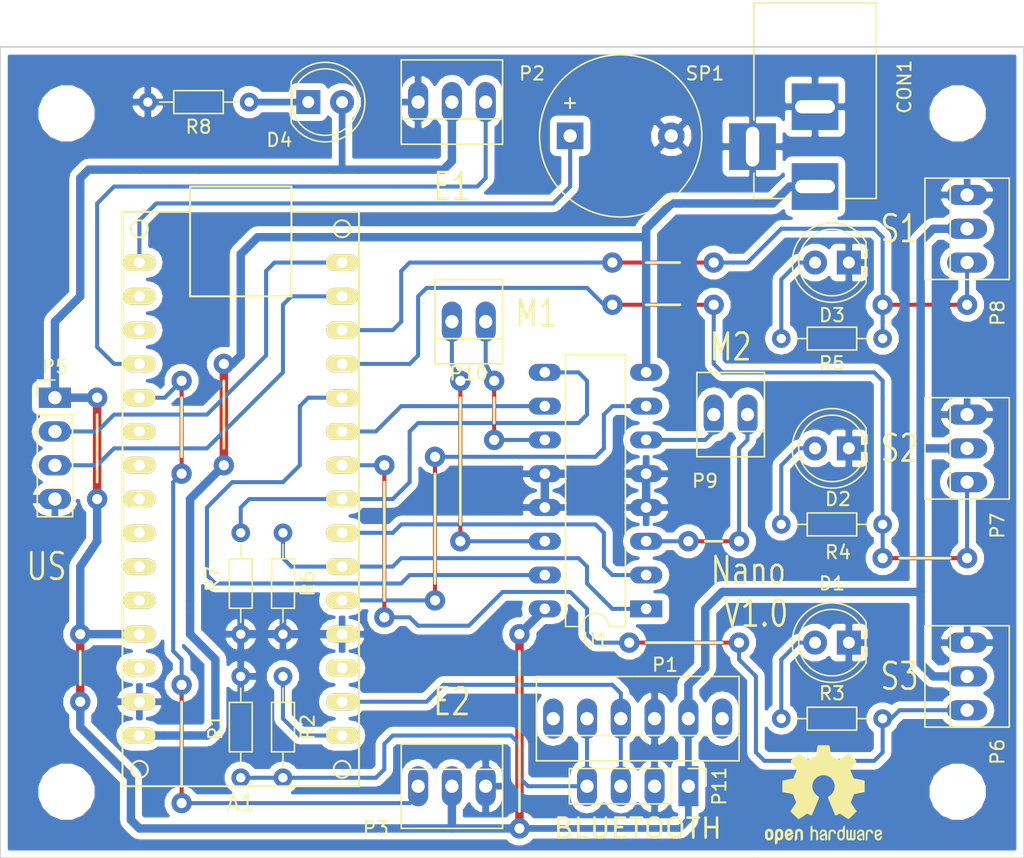
<source format=kicad_pcb>
(kicad_pcb (version 4) (host pcbnew 4.0.4-stable)

  (general
    (links 68)
    (no_connects 0)
    (area 19.924999 52.924999 97.075001 114.075001)
    (thickness 1.6)
    (drawings 46)
    (tracks 357)
    (zones 0)
    (modules 31)
    (nets 41)
  )

  (page A4)
  (layers
    (0 F.Cu signal)
    (31 B.Cu signal)
    (32 B.Adhes user hide)
    (33 F.Adhes user hide)
    (34 B.Paste user hide)
    (35 F.Paste user hide)
    (36 B.SilkS user hide)
    (37 F.SilkS user)
    (38 B.Mask user)
    (39 F.Mask user hide)
    (40 Dwgs.User user hide)
    (41 Cmts.User user hide)
    (42 Eco1.User user hide)
    (43 Eco2.User user hide)
    (44 Edge.Cuts user hide)
    (45 Margin user hide)
    (46 B.CrtYd user hide)
    (47 F.CrtYd user hide)
    (48 B.Fab user hide)
    (49 F.Fab user hide)
  )

  (setup
    (last_trace_width 0.3048)
    (user_trace_width 0.3048)
    (user_trace_width 0.508)
    (user_trace_width 0.635)
    (trace_clearance 0.3048)
    (zone_clearance 0.508)
    (zone_45_only no)
    (trace_min 0.2)
    (segment_width 0.2)
    (edge_width 0.15)
    (via_size 1.524)
    (via_drill 0.762)
    (via_min_size 1.27)
    (via_min_drill 0.762)
    (uvia_size 0.3)
    (uvia_drill 0.1)
    (uvias_allowed no)
    (uvia_min_size 0.2)
    (uvia_min_drill 0.1)
    (pcb_text_width 0.3)
    (pcb_text_size 1.5 1.5)
    (mod_edge_width 0.15)
    (mod_text_size 1 1)
    (mod_text_width 0.15)
    (pad_size 1.51 3.01)
    (pad_drill 1)
    (pad_to_mask_clearance 0.2)
    (aux_axis_origin 0 0)
    (visible_elements 7FFEFFFF)
    (pcbplotparams
      (layerselection 0x00060_80000000)
      (usegerberextensions false)
      (excludeedgelayer true)
      (linewidth 0.100000)
      (plotframeref false)
      (viasonmask true)
      (mode 1)
      (useauxorigin false)
      (hpglpennumber 1)
      (hpglpenspeed 20)
      (hpglpendiameter 15)
      (hpglpenoverlay 2)
      (psnegative false)
      (psa4output false)
      (plotreference true)
      (plotvalue true)
      (plotinvisibletext false)
      (padsonsilk false)
      (subtractmaskfromsilk false)
      (outputformat 1)
      (mirror false)
      (drillshape 0)
      (scaleselection 1)
      (outputdirectory ""))
  )

  (net 0 "")
  (net 1 "Net-(A1-Pad1)")
  (net 2 "Net-(A1-Pad2)")
  (net 3 "Net-(A1-Pad3)")
  (net 4 GND)
  (net 5 "Net-(A1-Pad5)")
  (net 6 "Net-(A1-Pad6)")
  (net 7 "Net-(A1-Pad7)")
  (net 8 "Net-(A1-Pad8)")
  (net 9 "Net-(A1-Pad9)")
  (net 10 "Net-(A1-Pad10)")
  (net 11 "Net-(A1-Pad11)")
  (net 12 "Net-(A1-Pad12)")
  (net 13 "Net-(A1-Pad13)")
  (net 14 VPP)
  (net 15 "Net-(D1-Pad2)")
  (net 16 "Net-(D2-Pad2)")
  (net 17 "Net-(D3-Pad2)")
  (net 18 "Net-(P1-Pad1)")
  (net 19 +5V)
  (net 20 "Net-(P1-Pad5)")
  (net 21 "Net-(P1-Pad6)")
  (net 22 "Net-(A1-Pad19)")
  (net 23 "Net-(A1-Pad20)")
  (net 24 "Net-(A1-Pad21)")
  (net 25 "Net-(A1-Pad15)")
  (net 26 "Net-(A1-Pad14)")
  (net 27 "Net-(P9-Pad1)")
  (net 28 "Net-(P9-Pad2)")
  (net 29 "Net-(P10-Pad1)")
  (net 30 "Net-(P10-Pad2)")
  (net 31 "Net-(A1-Pad16)")
  (net 32 "Net-(A1-Pad28)")
  (net 33 "Net-(A1-Pad26)")
  (net 34 "Net-(A1-Pad25)")
  (net 35 "Net-(A1-Pad24)")
  (net 36 "Net-(A1-Pad23)")
  (net 37 "Net-(A1-Pad22)")
  (net 38 "Net-(A1-Pad18)")
  (net 39 "Net-(A1-Pad17)")
  (net 40 "Net-(D4-Pad1)")

  (net_class Default "Esta es la clase de red por defecto."
    (clearance 0.3048)
    (trace_width 0.3048)
    (via_dia 1.524)
    (via_drill 0.762)
    (uvia_dia 0.3)
    (uvia_drill 0.1)
    (add_net +5V)
    (add_net GND)
    (add_net "Net-(A1-Pad1)")
    (add_net "Net-(A1-Pad10)")
    (add_net "Net-(A1-Pad11)")
    (add_net "Net-(A1-Pad12)")
    (add_net "Net-(A1-Pad13)")
    (add_net "Net-(A1-Pad14)")
    (add_net "Net-(A1-Pad15)")
    (add_net "Net-(A1-Pad16)")
    (add_net "Net-(A1-Pad17)")
    (add_net "Net-(A1-Pad18)")
    (add_net "Net-(A1-Pad19)")
    (add_net "Net-(A1-Pad2)")
    (add_net "Net-(A1-Pad20)")
    (add_net "Net-(A1-Pad21)")
    (add_net "Net-(A1-Pad22)")
    (add_net "Net-(A1-Pad23)")
    (add_net "Net-(A1-Pad24)")
    (add_net "Net-(A1-Pad25)")
    (add_net "Net-(A1-Pad26)")
    (add_net "Net-(A1-Pad28)")
    (add_net "Net-(A1-Pad3)")
    (add_net "Net-(A1-Pad5)")
    (add_net "Net-(A1-Pad6)")
    (add_net "Net-(A1-Pad7)")
    (add_net "Net-(A1-Pad8)")
    (add_net "Net-(A1-Pad9)")
    (add_net "Net-(D1-Pad2)")
    (add_net "Net-(D2-Pad2)")
    (add_net "Net-(D3-Pad2)")
    (add_net "Net-(D4-Pad1)")
    (add_net "Net-(P1-Pad1)")
    (add_net "Net-(P1-Pad5)")
    (add_net "Net-(P1-Pad6)")
    (add_net "Net-(P10-Pad1)")
    (add_net "Net-(P10-Pad2)")
    (add_net "Net-(P9-Pad1)")
    (add_net "Net-(P9-Pad2)")
    (add_net VPP)
  )

  (module libraries:arduino_nano (layer F.Cu) (tedit 5EFC8F6A) (tstamp 5E459786)
    (at 38.1 86.995 90)
    (path /5E46870A)
    (fp_text reference A1 (at -22.86 0 180) (layer F.SilkS)
      (effects (font (size 1.2 1.2) (thickness 0.15)))
    )
    (fp_text value Arduino_Nano (at 0 0 90) (layer F.Fab)
      (effects (font (size 1.2 1.2) (thickness 0.15)))
    )
    (fp_line (start 21.59 3.81) (end 21.59 8.89) (layer F.SilkS) (width 0.15))
    (fp_line (start 21.59 -8.89) (end 21.59 -3.81) (layer F.SilkS) (width 0.15))
    (fp_line (start 23.495 -3.81) (end 23.495 3.81) (layer F.SilkS) (width 0.15))
    (fp_line (start 23.495 3.81) (end 15.24 3.81) (layer F.SilkS) (width 0.15))
    (fp_line (start 15.24 3.81) (end 15.24 -3.81) (layer F.SilkS) (width 0.15))
    (fp_line (start 15.24 -3.81) (end 23.495 -3.81) (layer F.SilkS) (width 0.15))
    (fp_circle (center 20.32 7.62) (end 20.955 7.62) (layer F.SilkS) (width 0.15))
    (fp_circle (center 20.32 -7.62) (end 20.955 -7.62) (layer F.SilkS) (width 0.15))
    (fp_circle (center -20.32 7.62) (end -19.685 7.62) (layer F.SilkS) (width 0.15))
    (fp_circle (center -20.32 -7.62) (end -19.685 -7.62) (layer F.SilkS) (width 0.15))
    (fp_line (start -21.59 -8.89) (end -21.59 8.89) (layer F.SilkS) (width 0.15))
    (fp_line (start -21.59 8.89) (end 21.59 8.89) (layer F.SilkS) (width 0.15))
    (fp_line (start 21.59 -8.89) (end -21.59 -8.89) (layer F.SilkS) (width 0.15))
    (pad 30 thru_hole oval (at -17.78 -7.62 180) (size 2.413 1.27) (drill oval 0.8) (layers *.Cu *.Mask F.SilkS)
      (net 14 VPP))
    (pad 1 thru_hole oval (at -17.78 7.62 180) (size 2.413 1.27) (drill 0.8) (layers *.Cu *.Mask F.SilkS)
      (net 1 "Net-(A1-Pad1)"))
    (pad 29 thru_hole oval (at -15.24 -7.62 180) (size 2.413 1.27) (drill 0.8) (layers *.Cu *.Mask F.SilkS)
      (net 4 GND))
    (pad 2 thru_hole oval (at -15.24 7.62 180) (size 2.413 1.27) (drill 0.8) (layers *.Cu *.Mask F.SilkS)
      (net 2 "Net-(A1-Pad2)"))
    (pad 28 thru_hole oval (at -12.7 -7.62 180) (size 2.413 1.27) (drill 0.8) (layers *.Cu *.Mask F.SilkS)
      (net 32 "Net-(A1-Pad28)"))
    (pad 3 thru_hole oval (at -12.7 7.62 180) (size 2.413 1.27) (drill 0.8) (layers *.Cu *.Mask F.SilkS)
      (net 3 "Net-(A1-Pad3)"))
    (pad 27 thru_hole oval (at -10.16 -7.62 180) (size 2.413 1.27) (drill 0.8) (layers *.Cu *.Mask F.SilkS)
      (net 19 +5V))
    (pad 4 thru_hole oval (at -10.16 7.62 180) (size 2.413 1.27) (drill 0.8) (layers *.Cu *.Mask F.SilkS)
      (net 4 GND))
    (pad 26 thru_hole oval (at -7.62 -7.62 180) (size 2.413 1.27) (drill 0.8) (layers *.Cu *.Mask F.SilkS)
      (net 33 "Net-(A1-Pad26)"))
    (pad 5 thru_hole oval (at -7.62 7.62 180) (size 2.413 1.27) (drill 0.8) (layers *.Cu *.Mask F.SilkS)
      (net 5 "Net-(A1-Pad5)"))
    (pad 25 thru_hole oval (at -5.08 -7.62 180) (size 2.413 1.27) (drill 0.8) (layers *.Cu *.Mask F.SilkS)
      (net 34 "Net-(A1-Pad25)"))
    (pad 6 thru_hole oval (at -5.08 7.62 180) (size 2.413 1.27) (drill 0.8) (layers *.Cu *.Mask F.SilkS)
      (net 6 "Net-(A1-Pad6)"))
    (pad 24 thru_hole oval (at -2.54 -7.62 180) (size 2.413 1.27) (drill 0.8) (layers *.Cu *.Mask F.SilkS)
      (net 35 "Net-(A1-Pad24)"))
    (pad 7 thru_hole oval (at -2.54 7.62 180) (size 2.413 1.27) (drill 0.8) (layers *.Cu *.Mask F.SilkS)
      (net 7 "Net-(A1-Pad7)"))
    (pad 23 thru_hole oval (at 0 -7.62 180) (size 2.413 1.27) (drill 0.8) (layers *.Cu *.Mask F.SilkS)
      (net 36 "Net-(A1-Pad23)"))
    (pad 8 thru_hole oval (at 0 7.62 180) (size 2.413 1.27) (drill 0.8) (layers *.Cu *.Mask F.SilkS)
      (net 8 "Net-(A1-Pad8)"))
    (pad 22 thru_hole oval (at 2.54 -7.62 180) (size 2.413 1.27) (drill 0.8) (layers *.Cu *.Mask F.SilkS)
      (net 37 "Net-(A1-Pad22)"))
    (pad 9 thru_hole oval (at 2.54 7.62 180) (size 2.413 1.27) (drill 0.8) (layers *.Cu *.Mask F.SilkS)
      (net 9 "Net-(A1-Pad9)"))
    (pad 21 thru_hole oval (at 5.08 -7.62 180) (size 2.413 1.27) (drill 0.8) (layers *.Cu *.Mask F.SilkS)
      (net 24 "Net-(A1-Pad21)"))
    (pad 10 thru_hole oval (at 5.08 7.62 180) (size 2.413 1.27) (drill 0.8) (layers *.Cu *.Mask F.SilkS)
      (net 10 "Net-(A1-Pad10)"))
    (pad 20 thru_hole oval (at 7.62 -7.62 180) (size 2.413 1.27) (drill 0.8) (layers *.Cu *.Mask F.SilkS)
      (net 23 "Net-(A1-Pad20)"))
    (pad 11 thru_hole oval (at 7.62 7.62 180) (size 2.413 1.27) (drill 0.8) (layers *.Cu *.Mask F.SilkS)
      (net 11 "Net-(A1-Pad11)"))
    (pad 19 thru_hole oval (at 10.16 -7.62 180) (size 2.413 1.27) (drill 0.8) (layers *.Cu *.Mask F.SilkS)
      (net 22 "Net-(A1-Pad19)"))
    (pad 12 thru_hole oval (at 10.16 7.62 180) (size 2.413 1.27) (drill 0.8) (layers *.Cu *.Mask F.SilkS)
      (net 12 "Net-(A1-Pad12)"))
    (pad 18 thru_hole oval (at 12.7 -7.62 180) (size 2.413 1.27) (drill 0.8) (layers *.Cu *.Mask F.SilkS)
      (net 38 "Net-(A1-Pad18)"))
    (pad 13 thru_hole oval (at 12.7 7.62 180) (size 2.413 1.27) (drill 0.8) (layers *.Cu *.Mask F.SilkS)
      (net 13 "Net-(A1-Pad13)"))
    (pad 17 thru_hole oval (at 15.24 -7.62 180) (size 2.413 1.27) (drill 0.8) (layers *.Cu *.Mask F.SilkS)
      (net 39 "Net-(A1-Pad17)"))
    (pad 14 thru_hole oval (at 15.24 7.62 180) (size 2.413 1.27) (drill 0.8) (layers *.Cu *.Mask F.SilkS)
      (net 26 "Net-(A1-Pad14)"))
    (pad 16 thru_hole oval (at 17.78 -7.62 180) (size 2.413 1.27) (drill 0.8) (layers *.Cu *.Mask F.SilkS)
      (net 31 "Net-(A1-Pad16)"))
    (pad 15 thru_hole oval (at 17.78 7.62 180) (size 2.413 1.27) (drill 0.8) (layers *.Cu *.Mask F.SilkS)
      (net 25 "Net-(A1-Pad15)"))
    (model Ernesto/arduino_nano.wrl
      (at (xyz 0.95 0.4 -0.1))
      (scale (xyz 0.4 0.4 0.4))
      (rotate (xyz 0 0 180))
    )
  )

  (module Connect:BARREL_JACK (layer F.Cu) (tedit 5EFBBB2C) (tstamp 5E457788)
    (at 81.28 63.5 270)
    (descr "DC Barrel Jack")
    (tags "Power Jack")
    (path /5E454C82)
    (fp_text reference CON1 (at -7.5 -6.72 450) (layer F.SilkS)
      (effects (font (size 1 1) (thickness 0.15)))
    )
    (fp_text value BARREL_JACK (at -6.2 -5.5 270) (layer F.Fab) hide
      (effects (font (size 1 1) (thickness 0.15)))
    )
    (fp_line (start 1 -4.5) (end 1 -4.75) (layer F.CrtYd) (width 0.05))
    (fp_line (start 1 -4.75) (end -14 -4.75) (layer F.CrtYd) (width 0.05))
    (fp_line (start 1 -4.5) (end 1 -2) (layer F.CrtYd) (width 0.05))
    (fp_line (start 1 -2) (end 2 -2) (layer F.CrtYd) (width 0.05))
    (fp_line (start 2 -2) (end 2 2) (layer F.CrtYd) (width 0.05))
    (fp_line (start 2 2) (end 1 2) (layer F.CrtYd) (width 0.05))
    (fp_line (start 1 2) (end 1 4.75) (layer F.CrtYd) (width 0.05))
    (fp_line (start 1 4.75) (end -1 4.75) (layer F.CrtYd) (width 0.05))
    (fp_line (start -1 4.75) (end -1 6.75) (layer F.CrtYd) (width 0.05))
    (fp_line (start -1 6.75) (end -5 6.75) (layer F.CrtYd) (width 0.05))
    (fp_line (start -5 6.75) (end -5 4.75) (layer F.CrtYd) (width 0.05))
    (fp_line (start -5 4.75) (end -14 4.75) (layer F.CrtYd) (width 0.05))
    (fp_line (start -14 4.75) (end -14 -4.75) (layer F.CrtYd) (width 0.05))
    (fp_line (start -5 4.6) (end -13.8 4.6) (layer F.SilkS) (width 0.12))
    (fp_line (start -13.8 4.6) (end -13.8 -4.6) (layer F.SilkS) (width 0.12))
    (fp_line (start 0.9 1.9) (end 0.9 4.6) (layer F.SilkS) (width 0.12))
    (fp_line (start 0.9 4.6) (end -1 4.6) (layer F.SilkS) (width 0.12))
    (fp_line (start -13.8 -4.6) (end 0.9 -4.6) (layer F.SilkS) (width 0.12))
    (fp_line (start 0.9 -4.6) (end 0.9 -2) (layer F.SilkS) (width 0.12))
    (fp_line (start -10.2 -4.5) (end -10.2 4.5) (layer F.Fab) (width 0.1))
    (fp_line (start -13.7 -4.5) (end -13.7 4.5) (layer F.Fab) (width 0.1))
    (fp_line (start -13.7 4.5) (end 0.8 4.5) (layer F.Fab) (width 0.1))
    (fp_line (start 0.8 4.5) (end 0.8 -4.5) (layer F.Fab) (width 0.1))
    (fp_line (start 0.8 -4.5) (end -13.7 -4.5) (layer F.Fab) (width 0.1))
    (pad 1 thru_hole rect (at 0 0 270) (size 3.5 3.5) (drill oval 1 3) (layers *.Cu *.Mask)
      (net 14 VPP))
    (pad 2 thru_hole rect (at -6 0 270) (size 3.5 3.5) (drill oval 1 3) (layers *.Cu *.Mask)
      (net 4 GND))
    (pad 3 thru_hole rect (at -3 4.7 270) (size 3.5 3.5) (drill oval 3 1) (layers *.Cu *.Mask)
      (net 4 GND))
    (model Connect.3dshapes/JACK_ALIM.wrl
      (at (xyz -0.27 0 0))
      (scale (xyz 1 1 1))
      (rotate (xyz 0 0 0))
    )
  )

  (module Connect:PINHEAD1-2 (layer F.Cu) (tedit 5EFBBBEC) (tstamp 5E457857)
    (at 76.2 80.645 180)
    (path /5E45490D)
    (fp_text reference P9 (at 3.2 -4.99 180) (layer F.SilkS)
      (effects (font (size 1 1) (thickness 0.15)))
    )
    (fp_text value CONN_01X02 (at 1.27 3.81 180) (layer F.Fab)
      (effects (font (size 1 1) (thickness 0.15)))
    )
    (fp_line (start 3.81 -1.27) (end -1.27 -1.27) (layer F.SilkS) (width 0.12))
    (fp_line (start 3.81 3.17) (end -1.27 3.17) (layer F.SilkS) (width 0.12))
    (fp_line (start -1.27 -3.17) (end 3.81 -3.17) (layer F.SilkS) (width 0.12))
    (fp_line (start -1.27 -3.17) (end -1.27 3.17) (layer F.SilkS) (width 0.12))
    (fp_line (start 3.81 -3.17) (end 3.81 3.17) (layer F.SilkS) (width 0.12))
    (fp_line (start -1.52 -3.42) (end 4.06 -3.42) (layer F.CrtYd) (width 0.05))
    (fp_line (start -1.52 -3.42) (end -1.52 3.42) (layer F.CrtYd) (width 0.05))
    (fp_line (start 4.06 3.42) (end 4.06 -3.42) (layer F.CrtYd) (width 0.05))
    (fp_line (start 4.06 3.42) (end -1.52 3.42) (layer F.CrtYd) (width 0.05))
    (pad 1 thru_hole oval (at 0 0 180) (size 1.51 3.01) (drill 1) (layers *.Cu *.Mask)
      (net 27 "Net-(P9-Pad1)"))
    (pad 2 thru_hole oval (at 2.54 0 180) (size 1.51 3.01) (drill 1) (layers *.Cu *.Mask)
      (net 28 "Net-(P9-Pad2)"))
    (model Ernesto/Pin_Header_Straight_1x02_Pitch1.00mm.wrl
      (at (xyz 0.1 0 0))
      (scale (xyz 2 2 2))
      (rotate (xyz 0 0 90))
    )
  )

  (module LEDs:LED_D5.0mm (layer F.Cu) (tedit 5EFBBF67) (tstamp 5EE24EEF)
    (at 83.82 97.79 180)
    (descr "LED, diameter 5.0mm, 2 pins, http://cdn-reichelt.de/documents/datenblatt/A500/LL-504BC2E-009.pdf")
    (tags "LED diameter 5.0mm 2 pins")
    (path /5E457272)
    (fp_text reference D1 (at 1.27 4.445 180) (layer F.SilkS)
      (effects (font (size 1 1) (thickness 0.15)))
    )
    (fp_text value LED (at 1.27 3.96 180) (layer F.Fab)
      (effects (font (size 1 1) (thickness 0.15)))
    )
    (fp_arc (start 1.27 0) (end -1.23 -1.469694) (angle 299.1) (layer F.Fab) (width 0.1))
    (fp_arc (start 1.27 0) (end -1.29 -1.54483) (angle 148.9) (layer F.SilkS) (width 0.12))
    (fp_arc (start 1.27 0) (end -1.29 1.54483) (angle -148.9) (layer F.SilkS) (width 0.12))
    (fp_circle (center 1.27 0) (end 3.77 0) (layer F.Fab) (width 0.1))
    (fp_circle (center 1.27 0) (end 3.77 0) (layer F.SilkS) (width 0.12))
    (fp_line (start -1.23 -1.469694) (end -1.23 1.469694) (layer F.Fab) (width 0.1))
    (fp_line (start -1.29 -1.545) (end -1.29 1.545) (layer F.SilkS) (width 0.12))
    (fp_line (start -1.95 -3.25) (end -1.95 3.25) (layer F.CrtYd) (width 0.05))
    (fp_line (start -1.95 3.25) (end 4.5 3.25) (layer F.CrtYd) (width 0.05))
    (fp_line (start 4.5 3.25) (end 4.5 -3.25) (layer F.CrtYd) (width 0.05))
    (fp_line (start 4.5 -3.25) (end -1.95 -3.25) (layer F.CrtYd) (width 0.05))
    (fp_text user %R (at 1.25 0 180) (layer F.Fab)
      (effects (font (size 0.8 0.8) (thickness 0.2)))
    )
    (pad 1 thru_hole rect (at 0 0 180) (size 1.8 1.8) (drill 0.9) (layers *.Cu *.Mask)
      (net 4 GND))
    (pad 2 thru_hole circle (at 2.54 0 180) (size 1.8 1.8) (drill 0.9) (layers *.Cu *.Mask)
      (net 15 "Net-(D1-Pad2)"))
    (model LEDs.3dshapes/LED-5MM.wrl
      (at (xyz 0.05 0 0))
      (scale (xyz 1 1 1))
      (rotate (xyz 0 0 90))
    )
  )

  (module Connect:PINHEAD1-3 (layer F.Cu) (tedit 5EFBBBD5) (tstamp 5E457838)
    (at 92.71 85.725 90)
    (path /5E45680F)
    (fp_text reference P7 (at -3.275 2.29 90) (layer F.SilkS)
      (effects (font (size 1 1) (thickness 0.15)))
    )
    (fp_text value CONN_01X03 (at 2.54 3.81 90) (layer F.Fab)
      (effects (font (size 1 1) (thickness 0.15)))
    )
    (fp_line (start -1.27 -3.17) (end -1.27 3.17) (layer F.SilkS) (width 0.12))
    (fp_line (start 6.35 -3.17) (end 6.35 3.17) (layer F.SilkS) (width 0.12))
    (fp_line (start 6.35 -1.27) (end -1.27 -1.27) (layer F.SilkS) (width 0.12))
    (fp_line (start -1.27 -3.17) (end 6.35 -3.17) (layer F.SilkS) (width 0.12))
    (fp_line (start 6.35 3.17) (end -1.27 3.17) (layer F.SilkS) (width 0.12))
    (fp_line (start -1.52 -3.42) (end 6.6 -3.42) (layer F.CrtYd) (width 0.05))
    (fp_line (start -1.52 -3.42) (end -1.52 3.42) (layer F.CrtYd) (width 0.05))
    (fp_line (start 6.6 3.42) (end 6.6 -3.42) (layer F.CrtYd) (width 0.05))
    (fp_line (start 6.6 3.42) (end -1.52 3.42) (layer F.CrtYd) (width 0.05))
    (pad 1 thru_hole oval (at 0 0 90) (size 1.51 3.01) (drill 1) (layers *.Cu *.Mask)
      (net 12 "Net-(A1-Pad12)"))
    (pad 2 thru_hole oval (at 2.54 0 90) (size 1.51 3.01) (drill 1) (layers *.Cu *.Mask)
      (net 19 +5V))
    (pad 3 thru_hole oval (at 5.08 0 90) (size 1.51 3.01) (drill 1) (layers *.Cu *.Mask)
      (net 4 GND))
    (model Ernesto/Molex_KK-6410-03_03x2.54mm_Straight.wrl
      (at (xyz 0 0 0))
      (scale (xyz 1 1 1))
      (rotate (xyz 0 0 0))
    )
  )

  (module Connect:PINHEAD1-6 (layer F.Cu) (tedit 5EFBBBFC) (tstamp 5E4577D1)
    (at 74.295 103.505 180)
    (path /5E45D177)
    (fp_text reference P1 (at 4.295 4.045 180) (layer F.SilkS)
      (effects (font (size 1 1) (thickness 0.15)))
    )
    (fp_text value CONN_01X06 (at 6.35 3.81 180) (layer F.Fab)
      (effects (font (size 1 1) (thickness 0.15)))
    )
    (fp_line (start 6.35 3.17) (end 13.97 3.17) (layer F.SilkS) (width 0.12))
    (fp_line (start 6.35 -1.27) (end 13.97 -1.27) (layer F.SilkS) (width 0.12))
    (fp_line (start 6.35 -3.17) (end 13.97 -3.17) (layer F.SilkS) (width 0.12))
    (fp_line (start -1.27 -3.17) (end -1.27 3.17) (layer F.SilkS) (width 0.12))
    (fp_line (start 13.97 -3.17) (end 13.97 3.17) (layer F.SilkS) (width 0.12))
    (fp_line (start 6.35 -1.27) (end -1.27 -1.27) (layer F.SilkS) (width 0.12))
    (fp_line (start -1.27 -3.17) (end 6.35 -3.17) (layer F.SilkS) (width 0.12))
    (fp_line (start 6.35 3.17) (end -1.27 3.17) (layer F.SilkS) (width 0.12))
    (fp_line (start -1.52 -3.42) (end 14.22 -3.42) (layer F.CrtYd) (width 0.05))
    (fp_line (start -1.52 -3.42) (end -1.52 3.42) (layer F.CrtYd) (width 0.05))
    (fp_line (start 14.22 3.42) (end 14.22 -3.42) (layer F.CrtYd) (width 0.05))
    (fp_line (start 14.22 3.42) (end -1.52 3.42) (layer F.CrtYd) (width 0.05))
    (pad 1 thru_hole oval (at 0 0 180) (size 1.51 3.01) (drill 1) (layers *.Cu *.Mask)
      (net 18 "Net-(P1-Pad1)"))
    (pad 2 thru_hole oval (at 2.54 0 180) (size 1.51 3.01) (drill 1) (layers *.Cu *.Mask)
      (net 19 +5V))
    (pad 3 thru_hole oval (at 5.08 0 180) (size 1.51 3.01) (drill 1) (layers *.Cu *.Mask)
      (net 4 GND))
    (pad 4 thru_hole oval (at 7.62 0 180) (size 1.51 3.01) (drill 1) (layers *.Cu *.Mask)
      (net 2 "Net-(A1-Pad2)"))
    (pad 5 thru_hole oval (at 10.16 0 180) (size 1.51 3.01) (drill 1) (layers *.Cu *.Mask)
      (net 20 "Net-(P1-Pad5)"))
    (pad 6 thru_hole oval (at 12.7 0 180) (size 1.51 3.01) (drill 1) (layers *.Cu *.Mask)
      (net 21 "Net-(P1-Pad6)"))
    (model Socket_Strips.3dshapes/Socket_Strip_Straight_1x06.wrl
      (at (xyz 0.25 0 0))
      (scale (xyz 1 1 1))
      (rotate (xyz 0 0 0))
    )
  )

  (module Connect:PINHEAD1-3 (layer F.Cu) (tedit 5EFBBAC5) (tstamp 5E4577E1)
    (at 56.515 57.15 180)
    (path /5E458EA9)
    (fp_text reference P2 (at -3.485 2.15 180) (layer F.SilkS)
      (effects (font (size 1 1) (thickness 0.15)))
    )
    (fp_text value CONN_01X03 (at 2.54 3.81 180) (layer F.Fab) hide
      (effects (font (size 1 1) (thickness 0.15)))
    )
    (fp_line (start -1.27 -3.17) (end -1.27 3.17) (layer F.SilkS) (width 0.12))
    (fp_line (start 6.35 -3.17) (end 6.35 3.17) (layer F.SilkS) (width 0.12))
    (fp_line (start 6.35 -1.27) (end -1.27 -1.27) (layer F.SilkS) (width 0.12))
    (fp_line (start -1.27 -3.17) (end 6.35 -3.17) (layer F.SilkS) (width 0.12))
    (fp_line (start 6.35 3.17) (end -1.27 3.17) (layer F.SilkS) (width 0.12))
    (fp_line (start -1.52 -3.42) (end 6.6 -3.42) (layer F.CrtYd) (width 0.05))
    (fp_line (start -1.52 -3.42) (end -1.52 3.42) (layer F.CrtYd) (width 0.05))
    (fp_line (start 6.6 3.42) (end 6.6 -3.42) (layer F.CrtYd) (width 0.05))
    (fp_line (start 6.6 3.42) (end -1.52 3.42) (layer F.CrtYd) (width 0.05))
    (pad 1 thru_hole oval (at 0 0 180) (size 1.51 3.01) (drill 1) (layers *.Cu *.Mask)
      (net 22 "Net-(A1-Pad19)"))
    (pad 2 thru_hole oval (at 2.54 0 180) (size 1.51 3.01) (drill 1) (layers *.Cu *.Mask)
      (net 19 +5V))
    (pad 3 thru_hole oval (at 5.08 0 180) (size 1.51 3.01) (drill 1) (layers *.Cu *.Mask)
      (net 4 GND))
    (model Ernesto/Molex_KK-6410-03_03x2.54mm_Straight.wrl
      (at (xyz 0 0 0))
      (scale (xyz 1 1 1))
      (rotate (xyz 0 0 0))
    )
  )

  (module Connect:PINHEAD1-3 (layer F.Cu) (tedit 5EFCA84E) (tstamp 5E4577F1)
    (at 51.435 108.585)
    (path /5E458F1C)
    (fp_text reference P3 (at -3.175 3.175) (layer F.SilkS)
      (effects (font (size 1 1) (thickness 0.15)))
    )
    (fp_text value CONN_01X03 (at 2.54 3.81) (layer F.Fab)
      (effects (font (size 1 1) (thickness 0.15)))
    )
    (fp_line (start -1.27 -3.17) (end -1.27 3.17) (layer F.SilkS) (width 0.12))
    (fp_line (start 6.35 -3.17) (end 6.35 3.17) (layer F.SilkS) (width 0.12))
    (fp_line (start 6.35 -1.27) (end -1.27 -1.27) (layer F.SilkS) (width 0.12))
    (fp_line (start -1.27 -3.17) (end 6.35 -3.17) (layer F.SilkS) (width 0.12))
    (fp_line (start 6.35 3.17) (end -1.27 3.17) (layer F.SilkS) (width 0.12))
    (fp_line (start -1.52 -3.42) (end 6.6 -3.42) (layer F.CrtYd) (width 0.05))
    (fp_line (start -1.52 -3.42) (end -1.52 3.42) (layer F.CrtYd) (width 0.05))
    (fp_line (start 6.6 3.42) (end 6.6 -3.42) (layer F.CrtYd) (width 0.05))
    (fp_line (start 6.6 3.42) (end -1.52 3.42) (layer F.CrtYd) (width 0.05))
    (pad 1 thru_hole oval (at 0 0) (size 1.51 3.01) (drill 1) (layers *.Cu *.Mask)
      (net 23 "Net-(A1-Pad20)"))
    (pad 2 thru_hole oval (at 2.54 0) (size 1.51 3.01) (drill 1) (layers *.Cu *.Mask)
      (net 19 +5V))
    (pad 3 thru_hole oval (at 5.08 0) (size 1.51 3.01) (drill 1) (layers *.Cu *.Mask)
      (net 4 GND))
    (model Ernesto/Molex_KK-6410-03_03x2.54mm_Straight.wrl
      (at (xyz 0 0 0))
      (scale (xyz 1 1 1))
      (rotate (xyz 0 0 0))
    )
  )

  (module Socket_Strips:Socket_Strip_Straight_1x04_Pitch2.54mm (layer F.Cu) (tedit 5E45F979) (tstamp 5E457818)
    (at 24.13 79.375)
    (descr "Through hole straight socket strip, 1x04, 2.54mm pitch, single row")
    (tags "Through hole socket strip THT 1x04 2.54mm single row")
    (path /5E454758)
    (fp_text reference P5 (at 0 -2.33) (layer F.SilkS)
      (effects (font (size 1 1) (thickness 0.15)))
    )
    (fp_text value CONN_01X04 (at 0 9.95) (layer F.Fab)
      (effects (font (size 1 1) (thickness 0.15)))
    )
    (fp_line (start -1.27 -1.27) (end -1.27 8.89) (layer F.Fab) (width 0.1))
    (fp_line (start -1.27 8.89) (end 1.27 8.89) (layer F.Fab) (width 0.1))
    (fp_line (start 1.27 8.89) (end 1.27 -1.27) (layer F.Fab) (width 0.1))
    (fp_line (start 1.27 -1.27) (end -1.27 -1.27) (layer F.Fab) (width 0.1))
    (fp_line (start -1.33 1.27) (end -1.33 8.95) (layer F.SilkS) (width 0.12))
    (fp_line (start -1.33 8.95) (end 1.33 8.95) (layer F.SilkS) (width 0.12))
    (fp_line (start 1.33 8.95) (end 1.33 1.27) (layer F.SilkS) (width 0.12))
    (fp_line (start 1.33 1.27) (end -1.33 1.27) (layer F.SilkS) (width 0.12))
    (fp_line (start -1.33 0) (end -1.33 -1.33) (layer F.SilkS) (width 0.12))
    (fp_line (start -1.33 -1.33) (end 0 -1.33) (layer F.SilkS) (width 0.12))
    (fp_line (start -1.8 -1.8) (end -1.8 9.4) (layer F.CrtYd) (width 0.05))
    (fp_line (start -1.8 9.4) (end 1.8 9.4) (layer F.CrtYd) (width 0.05))
    (fp_line (start 1.8 9.4) (end 1.8 -1.8) (layer F.CrtYd) (width 0.05))
    (fp_line (start 1.8 -1.8) (end -1.8 -1.8) (layer F.CrtYd) (width 0.05))
    (fp_text user %R (at 0 -2.33) (layer F.Fab)
      (effects (font (size 1 1) (thickness 0.15)))
    )
    (pad 1 thru_hole rect (at 0 0) (size 2.413 1.524) (drill 1) (layers *.Cu *.Mask)
      (net 19 +5V))
    (pad 2 thru_hole oval (at 0 2.54) (size 2.413 1.524) (drill 1) (layers *.Cu *.Mask)
      (net 25 "Net-(A1-Pad15)"))
    (pad 3 thru_hole oval (at 0 5.08) (size 2.413 1.524) (drill 1) (layers *.Cu *.Mask)
      (net 26 "Net-(A1-Pad14)"))
    (pad 4 thru_hole oval (at 0 7.62) (size 2.413 1.524) (drill 1) (layers *.Cu *.Mask)
      (net 4 GND))
    (model Socket_Strips.3dshapes/Socket_Strip_Straight_1x04.wrl
      (at (xyz 0 -0.15 0))
      (scale (xyz 1 1 1))
      (rotate (xyz 0 0 90))
    )
  )

  (module Connect:PINHEAD1-3 (layer F.Cu) (tedit 5EFBBBCE) (tstamp 5E457828)
    (at 92.71 102.87 90)
    (path /5E4547FB)
    (fp_text reference P6 (at -3.13 2.29 90) (layer F.SilkS)
      (effects (font (size 1 1) (thickness 0.15)))
    )
    (fp_text value CONN_01X03 (at 2.54 3.81 90) (layer F.Fab)
      (effects (font (size 1 1) (thickness 0.15)))
    )
    (fp_line (start -1.27 -3.17) (end -1.27 3.17) (layer F.SilkS) (width 0.12))
    (fp_line (start 6.35 -3.17) (end 6.35 3.17) (layer F.SilkS) (width 0.12))
    (fp_line (start 6.35 -1.27) (end -1.27 -1.27) (layer F.SilkS) (width 0.12))
    (fp_line (start -1.27 -3.17) (end 6.35 -3.17) (layer F.SilkS) (width 0.12))
    (fp_line (start 6.35 3.17) (end -1.27 3.17) (layer F.SilkS) (width 0.12))
    (fp_line (start -1.52 -3.42) (end 6.6 -3.42) (layer F.CrtYd) (width 0.05))
    (fp_line (start -1.52 -3.42) (end -1.52 3.42) (layer F.CrtYd) (width 0.05))
    (fp_line (start 6.6 3.42) (end 6.6 -3.42) (layer F.CrtYd) (width 0.05))
    (fp_line (start 6.6 3.42) (end -1.52 3.42) (layer F.CrtYd) (width 0.05))
    (pad 1 thru_hole oval (at 0 0 90) (size 1.51 3.01) (drill 1) (layers *.Cu *.Mask)
      (net 9 "Net-(A1-Pad9)"))
    (pad 2 thru_hole oval (at 2.54 0 90) (size 1.51 3.01) (drill 1) (layers *.Cu *.Mask)
      (net 19 +5V))
    (pad 3 thru_hole oval (at 5.08 0 90) (size 1.51 3.01) (drill 1) (layers *.Cu *.Mask)
      (net 4 GND))
    (model Ernesto/Molex_KK-6410-03_03x2.54mm_Straight.wrl
      (at (xyz 0 0 0))
      (scale (xyz 1 1 1))
      (rotate (xyz 0 0 0))
    )
  )

  (module Connect:PINHEAD1-3 (layer F.Cu) (tedit 5EFBBB9E) (tstamp 5E457848)
    (at 92.71 69.215 90)
    (path /5E45684B)
    (fp_text reference P8 (at -3.785 2.29 90) (layer F.SilkS)
      (effects (font (size 1 1) (thickness 0.15)))
    )
    (fp_text value CONN_01X03 (at 2.54 3.81 90) (layer F.Fab)
      (effects (font (size 1 1) (thickness 0.15)))
    )
    (fp_line (start -1.27 -3.17) (end -1.27 3.17) (layer F.SilkS) (width 0.12))
    (fp_line (start 6.35 -3.17) (end 6.35 3.17) (layer F.SilkS) (width 0.12))
    (fp_line (start 6.35 -1.27) (end -1.27 -1.27) (layer F.SilkS) (width 0.12))
    (fp_line (start -1.27 -3.17) (end 6.35 -3.17) (layer F.SilkS) (width 0.12))
    (fp_line (start 6.35 3.17) (end -1.27 3.17) (layer F.SilkS) (width 0.12))
    (fp_line (start -1.52 -3.42) (end 6.6 -3.42) (layer F.CrtYd) (width 0.05))
    (fp_line (start -1.52 -3.42) (end -1.52 3.42) (layer F.CrtYd) (width 0.05))
    (fp_line (start 6.6 3.42) (end 6.6 -3.42) (layer F.CrtYd) (width 0.05))
    (fp_line (start 6.6 3.42) (end -1.52 3.42) (layer F.CrtYd) (width 0.05))
    (pad 1 thru_hole oval (at 0 0 90) (size 1.51 3.01) (drill 1) (layers *.Cu *.Mask)
      (net 13 "Net-(A1-Pad13)"))
    (pad 2 thru_hole oval (at 2.54 0 90) (size 1.51 3.01) (drill 1) (layers *.Cu *.Mask)
      (net 19 +5V))
    (pad 3 thru_hole oval (at 5.08 0 90) (size 1.51 3.01) (drill 1) (layers *.Cu *.Mask)
      (net 4 GND))
    (model Ernesto/Molex_KK-6410-03_03x2.54mm_Straight.wrl
      (at (xyz 0 0 0))
      (scale (xyz 1 1 1))
      (rotate (xyz 0 0 0))
    )
  )

  (module Connect:PINHEAD1-2 (layer F.Cu) (tedit 0) (tstamp 5E457866)
    (at 56.515 73.66 180)
    (path /5E454828)
    (fp_text reference P10 (at 1.27 -3.9 180) (layer F.SilkS)
      (effects (font (size 1 1) (thickness 0.15)))
    )
    (fp_text value CONN_01X02 (at 1.27 3.81 180) (layer F.Fab)
      (effects (font (size 1 1) (thickness 0.15)))
    )
    (fp_line (start 3.81 -1.27) (end -1.27 -1.27) (layer F.SilkS) (width 0.12))
    (fp_line (start 3.81 3.17) (end -1.27 3.17) (layer F.SilkS) (width 0.12))
    (fp_line (start -1.27 -3.17) (end 3.81 -3.17) (layer F.SilkS) (width 0.12))
    (fp_line (start -1.27 -3.17) (end -1.27 3.17) (layer F.SilkS) (width 0.12))
    (fp_line (start 3.81 -3.17) (end 3.81 3.17) (layer F.SilkS) (width 0.12))
    (fp_line (start -1.52 -3.42) (end 4.06 -3.42) (layer F.CrtYd) (width 0.05))
    (fp_line (start -1.52 -3.42) (end -1.52 3.42) (layer F.CrtYd) (width 0.05))
    (fp_line (start 4.06 3.42) (end 4.06 -3.42) (layer F.CrtYd) (width 0.05))
    (fp_line (start 4.06 3.42) (end -1.52 3.42) (layer F.CrtYd) (width 0.05))
    (pad 1 thru_hole oval (at 0 0 180) (size 1.51 3.01) (drill 1) (layers *.Cu *.Mask)
      (net 29 "Net-(P10-Pad1)"))
    (pad 2 thru_hole oval (at 2.54 0 180) (size 1.51 3.01) (drill 1) (layers *.Cu *.Mask)
      (net 30 "Net-(P10-Pad2)"))
    (model Ernesto/Pin_Header_Straight_1x02_Pitch1.00mm.wrl
      (at (xyz 0.1 0 0))
      (scale (xyz 2 2 2))
      (rotate (xyz 0 0 90))
    )
  )

  (module Resistors_ThroughHole:R_Axial_DIN0204_L3.6mm_D1.6mm_P7.62mm_Horizontal (layer F.Cu) (tedit 5EFC8FB5) (tstamp 5E45787C)
    (at 38.1 107.95 90)
    (descr "Resistor, Axial_DIN0204 series, Axial, Horizontal, pin pitch=7.62mm, 0.16666666666666666W = 1/6W, length*diameter=3.6*1.6mm^2, http://cdn-reichelt.de/documents/datenblatt/B400/1_4W%23YAG.pdf")
    (tags "Resistor Axial_DIN0204 series Axial Horizontal pin pitch 7.62mm 0.16666666666666666W = 1/6W length 3.6mm diameter 1.6mm")
    (path /5E45D74C)
    (fp_text reference R1 (at 3.81 -1.905 90) (layer F.SilkS)
      (effects (font (size 1 1) (thickness 0.15)))
    )
    (fp_text value 2K7 (at 3.81 1.86 90) (layer F.Fab)
      (effects (font (size 1 1) (thickness 0.15)))
    )
    (fp_line (start 2.01 -0.8) (end 2.01 0.8) (layer F.Fab) (width 0.1))
    (fp_line (start 2.01 0.8) (end 5.61 0.8) (layer F.Fab) (width 0.1))
    (fp_line (start 5.61 0.8) (end 5.61 -0.8) (layer F.Fab) (width 0.1))
    (fp_line (start 5.61 -0.8) (end 2.01 -0.8) (layer F.Fab) (width 0.1))
    (fp_line (start 0 0) (end 2.01 0) (layer F.Fab) (width 0.1))
    (fp_line (start 7.62 0) (end 5.61 0) (layer F.Fab) (width 0.1))
    (fp_line (start 1.95 -0.86) (end 1.95 0.86) (layer F.SilkS) (width 0.12))
    (fp_line (start 1.95 0.86) (end 5.67 0.86) (layer F.SilkS) (width 0.12))
    (fp_line (start 5.67 0.86) (end 5.67 -0.86) (layer F.SilkS) (width 0.12))
    (fp_line (start 5.67 -0.86) (end 1.95 -0.86) (layer F.SilkS) (width 0.12))
    (fp_line (start 0.88 0) (end 1.95 0) (layer F.SilkS) (width 0.12))
    (fp_line (start 6.74 0) (end 5.67 0) (layer F.SilkS) (width 0.12))
    (fp_line (start -0.95 -1.15) (end -0.95 1.15) (layer F.CrtYd) (width 0.05))
    (fp_line (start -0.95 1.15) (end 8.6 1.15) (layer F.CrtYd) (width 0.05))
    (fp_line (start 8.6 1.15) (end 8.6 -1.15) (layer F.CrtYd) (width 0.05))
    (fp_line (start 8.6 -1.15) (end -0.95 -1.15) (layer F.CrtYd) (width 0.05))
    (pad 1 thru_hole circle (at 0 0 90) (size 1.4 1.4) (drill 0.7) (layers *.Cu *.Mask)
      (net 20 "Net-(P1-Pad5)"))
    (pad 2 thru_hole oval (at 7.62 0 90) (size 1.4 1.4) (drill 0.7) (layers *.Cu *.Mask)
      (net 4 GND))
    (model Resistors_ThroughHole.3dshapes/Resistor_Horizontal_RM10mm.wrl
      (at (xyz 0.15 0 -0.02))
      (scale (xyz 0.3 0.3 0.3))
      (rotate (xyz 0 0 0))
    )
  )

  (module Resistors_ThroughHole:R_Axial_DIN0204_L3.6mm_D1.6mm_P7.62mm_Horizontal (layer F.Cu) (tedit 5874F706) (tstamp 5E457892)
    (at 41.275 100.33 270)
    (descr "Resistor, Axial_DIN0204 series, Axial, Horizontal, pin pitch=7.62mm, 0.16666666666666666W = 1/6W, length*diameter=3.6*1.6mm^2, http://cdn-reichelt.de/documents/datenblatt/B400/1_4W%23YAG.pdf")
    (tags "Resistor Axial_DIN0204 series Axial Horizontal pin pitch 7.62mm 0.16666666666666666W = 1/6W length 3.6mm diameter 1.6mm")
    (path /5E45D4B1)
    (fp_text reference R2 (at 3.81 -1.86 270) (layer F.SilkS)
      (effects (font (size 1 1) (thickness 0.15)))
    )
    (fp_text value 1K5 (at 3.81 1.86 270) (layer F.Fab)
      (effects (font (size 1 1) (thickness 0.15)))
    )
    (fp_line (start 2.01 -0.8) (end 2.01 0.8) (layer F.Fab) (width 0.1))
    (fp_line (start 2.01 0.8) (end 5.61 0.8) (layer F.Fab) (width 0.1))
    (fp_line (start 5.61 0.8) (end 5.61 -0.8) (layer F.Fab) (width 0.1))
    (fp_line (start 5.61 -0.8) (end 2.01 -0.8) (layer F.Fab) (width 0.1))
    (fp_line (start 0 0) (end 2.01 0) (layer F.Fab) (width 0.1))
    (fp_line (start 7.62 0) (end 5.61 0) (layer F.Fab) (width 0.1))
    (fp_line (start 1.95 -0.86) (end 1.95 0.86) (layer F.SilkS) (width 0.12))
    (fp_line (start 1.95 0.86) (end 5.67 0.86) (layer F.SilkS) (width 0.12))
    (fp_line (start 5.67 0.86) (end 5.67 -0.86) (layer F.SilkS) (width 0.12))
    (fp_line (start 5.67 -0.86) (end 1.95 -0.86) (layer F.SilkS) (width 0.12))
    (fp_line (start 0.88 0) (end 1.95 0) (layer F.SilkS) (width 0.12))
    (fp_line (start 6.74 0) (end 5.67 0) (layer F.SilkS) (width 0.12))
    (fp_line (start -0.95 -1.15) (end -0.95 1.15) (layer F.CrtYd) (width 0.05))
    (fp_line (start -0.95 1.15) (end 8.6 1.15) (layer F.CrtYd) (width 0.05))
    (fp_line (start 8.6 1.15) (end 8.6 -1.15) (layer F.CrtYd) (width 0.05))
    (fp_line (start 8.6 -1.15) (end -0.95 -1.15) (layer F.CrtYd) (width 0.05))
    (pad 1 thru_hole circle (at 0 0 270) (size 1.4 1.4) (drill 0.7) (layers *.Cu *.Mask)
      (net 1 "Net-(A1-Pad1)"))
    (pad 2 thru_hole oval (at 7.62 0 270) (size 1.4 1.4) (drill 0.7) (layers *.Cu *.Mask)
      (net 20 "Net-(P1-Pad5)"))
    (model Resistors_ThroughHole.3dshapes/Resistor_Horizontal_RM10mm.wrl
      (at (xyz 0.15 0 -0.02))
      (scale (xyz 0.3 0.3 0.3))
      (rotate (xyz 0 0 0))
    )
  )

  (module Resistors_ThroughHole:R_Axial_DIN0204_L3.6mm_D1.6mm_P7.62mm_Horizontal (layer F.Cu) (tedit 5EFBBF6A) (tstamp 5E4578A8)
    (at 86.36 103.505 180)
    (descr "Resistor, Axial_DIN0204 series, Axial, Horizontal, pin pitch=7.62mm, 0.16666666666666666W = 1/6W, length*diameter=3.6*1.6mm^2, http://cdn-reichelt.de/documents/datenblatt/B400/1_4W%23YAG.pdf")
    (tags "Resistor Axial_DIN0204 series Axial Horizontal pin pitch 7.62mm 0.16666666666666666W = 1/6W length 3.6mm diameter 1.6mm")
    (path /5E456EF7)
    (fp_text reference R3 (at 3.81 1.905 180) (layer F.SilkS)
      (effects (font (size 1 1) (thickness 0.15)))
    )
    (fp_text value 470 (at 3.81 1.86 180) (layer F.Fab)
      (effects (font (size 1 1) (thickness 0.15)))
    )
    (fp_line (start 2.01 -0.8) (end 2.01 0.8) (layer F.Fab) (width 0.1))
    (fp_line (start 2.01 0.8) (end 5.61 0.8) (layer F.Fab) (width 0.1))
    (fp_line (start 5.61 0.8) (end 5.61 -0.8) (layer F.Fab) (width 0.1))
    (fp_line (start 5.61 -0.8) (end 2.01 -0.8) (layer F.Fab) (width 0.1))
    (fp_line (start 0 0) (end 2.01 0) (layer F.Fab) (width 0.1))
    (fp_line (start 7.62 0) (end 5.61 0) (layer F.Fab) (width 0.1))
    (fp_line (start 1.95 -0.86) (end 1.95 0.86) (layer F.SilkS) (width 0.12))
    (fp_line (start 1.95 0.86) (end 5.67 0.86) (layer F.SilkS) (width 0.12))
    (fp_line (start 5.67 0.86) (end 5.67 -0.86) (layer F.SilkS) (width 0.12))
    (fp_line (start 5.67 -0.86) (end 1.95 -0.86) (layer F.SilkS) (width 0.12))
    (fp_line (start 0.88 0) (end 1.95 0) (layer F.SilkS) (width 0.12))
    (fp_line (start 6.74 0) (end 5.67 0) (layer F.SilkS) (width 0.12))
    (fp_line (start -0.95 -1.15) (end -0.95 1.15) (layer F.CrtYd) (width 0.05))
    (fp_line (start -0.95 1.15) (end 8.6 1.15) (layer F.CrtYd) (width 0.05))
    (fp_line (start 8.6 1.15) (end 8.6 -1.15) (layer F.CrtYd) (width 0.05))
    (fp_line (start 8.6 -1.15) (end -0.95 -1.15) (layer F.CrtYd) (width 0.05))
    (pad 1 thru_hole circle (at 0 0 180) (size 1.4 1.4) (drill 0.7) (layers *.Cu *.Mask)
      (net 9 "Net-(A1-Pad9)"))
    (pad 2 thru_hole oval (at 7.62 0 180) (size 1.4 1.4) (drill 0.7) (layers *.Cu *.Mask)
      (net 15 "Net-(D1-Pad2)"))
    (model Resistors_ThroughHole.3dshapes/Resistor_Horizontal_RM10mm.wrl
      (at (xyz 0.15 0 0))
      (scale (xyz 0.3 0.3 0.3))
      (rotate (xyz 0 0 0))
    )
  )

  (module Resistors_ThroughHole:R_Axial_DIN0204_L3.6mm_D1.6mm_P7.62mm_Horizontal (layer F.Cu) (tedit 5EFBBBBD) (tstamp 5E4578BE)
    (at 78.74 88.9)
    (descr "Resistor, Axial_DIN0204 series, Axial, Horizontal, pin pitch=7.62mm, 0.16666666666666666W = 1/6W, length*diameter=3.6*1.6mm^2, http://cdn-reichelt.de/documents/datenblatt/B400/1_4W%23YAG.pdf")
    (tags "Resistor Axial_DIN0204 series Axial Horizontal pin pitch 7.62mm 0.16666666666666666W = 1/6W length 3.6mm diameter 1.6mm")
    (path /5E456F74)
    (fp_text reference R4 (at 4.26 2.1) (layer F.SilkS)
      (effects (font (size 1 1) (thickness 0.15)))
    )
    (fp_text value 470 (at 3.81 1.86) (layer F.Fab)
      (effects (font (size 1 1) (thickness 0.15)))
    )
    (fp_line (start 2.01 -0.8) (end 2.01 0.8) (layer F.Fab) (width 0.1))
    (fp_line (start 2.01 0.8) (end 5.61 0.8) (layer F.Fab) (width 0.1))
    (fp_line (start 5.61 0.8) (end 5.61 -0.8) (layer F.Fab) (width 0.1))
    (fp_line (start 5.61 -0.8) (end 2.01 -0.8) (layer F.Fab) (width 0.1))
    (fp_line (start 0 0) (end 2.01 0) (layer F.Fab) (width 0.1))
    (fp_line (start 7.62 0) (end 5.61 0) (layer F.Fab) (width 0.1))
    (fp_line (start 1.95 -0.86) (end 1.95 0.86) (layer F.SilkS) (width 0.12))
    (fp_line (start 1.95 0.86) (end 5.67 0.86) (layer F.SilkS) (width 0.12))
    (fp_line (start 5.67 0.86) (end 5.67 -0.86) (layer F.SilkS) (width 0.12))
    (fp_line (start 5.67 -0.86) (end 1.95 -0.86) (layer F.SilkS) (width 0.12))
    (fp_line (start 0.88 0) (end 1.95 0) (layer F.SilkS) (width 0.12))
    (fp_line (start 6.74 0) (end 5.67 0) (layer F.SilkS) (width 0.12))
    (fp_line (start -0.95 -1.15) (end -0.95 1.15) (layer F.CrtYd) (width 0.05))
    (fp_line (start -0.95 1.15) (end 8.6 1.15) (layer F.CrtYd) (width 0.05))
    (fp_line (start 8.6 1.15) (end 8.6 -1.15) (layer F.CrtYd) (width 0.05))
    (fp_line (start 8.6 -1.15) (end -0.95 -1.15) (layer F.CrtYd) (width 0.05))
    (pad 1 thru_hole circle (at 0 0) (size 1.4 1.4) (drill 0.7) (layers *.Cu *.Mask)
      (net 16 "Net-(D2-Pad2)"))
    (pad 2 thru_hole oval (at 7.62 0) (size 1.4 1.4) (drill 0.7) (layers *.Cu *.Mask)
      (net 12 "Net-(A1-Pad12)"))
    (model Resistors_ThroughHole.3dshapes/Resistor_Horizontal_RM10mm.wrl
      (at (xyz 0.15 0 0))
      (scale (xyz 0.3 0.3 0.3))
      (rotate (xyz 0 0 0))
    )
  )

  (module Resistors_ThroughHole:R_Axial_DIN0204_L3.6mm_D1.6mm_P7.62mm_Horizontal (layer F.Cu) (tedit 5874F706) (tstamp 5E4578D4)
    (at 86.36 74.93 180)
    (descr "Resistor, Axial_DIN0204 series, Axial, Horizontal, pin pitch=7.62mm, 0.16666666666666666W = 1/6W, length*diameter=3.6*1.6mm^2, http://cdn-reichelt.de/documents/datenblatt/B400/1_4W%23YAG.pdf")
    (tags "Resistor Axial_DIN0204 series Axial Horizontal pin pitch 7.62mm 0.16666666666666666W = 1/6W length 3.6mm diameter 1.6mm")
    (path /5E45700F)
    (fp_text reference R5 (at 3.81 -1.86 180) (layer F.SilkS)
      (effects (font (size 1 1) (thickness 0.15)))
    )
    (fp_text value 470 (at 3.81 1.86 180) (layer F.Fab)
      (effects (font (size 1 1) (thickness 0.15)))
    )
    (fp_line (start 2.01 -0.8) (end 2.01 0.8) (layer F.Fab) (width 0.1))
    (fp_line (start 2.01 0.8) (end 5.61 0.8) (layer F.Fab) (width 0.1))
    (fp_line (start 5.61 0.8) (end 5.61 -0.8) (layer F.Fab) (width 0.1))
    (fp_line (start 5.61 -0.8) (end 2.01 -0.8) (layer F.Fab) (width 0.1))
    (fp_line (start 0 0) (end 2.01 0) (layer F.Fab) (width 0.1))
    (fp_line (start 7.62 0) (end 5.61 0) (layer F.Fab) (width 0.1))
    (fp_line (start 1.95 -0.86) (end 1.95 0.86) (layer F.SilkS) (width 0.12))
    (fp_line (start 1.95 0.86) (end 5.67 0.86) (layer F.SilkS) (width 0.12))
    (fp_line (start 5.67 0.86) (end 5.67 -0.86) (layer F.SilkS) (width 0.12))
    (fp_line (start 5.67 -0.86) (end 1.95 -0.86) (layer F.SilkS) (width 0.12))
    (fp_line (start 0.88 0) (end 1.95 0) (layer F.SilkS) (width 0.12))
    (fp_line (start 6.74 0) (end 5.67 0) (layer F.SilkS) (width 0.12))
    (fp_line (start -0.95 -1.15) (end -0.95 1.15) (layer F.CrtYd) (width 0.05))
    (fp_line (start -0.95 1.15) (end 8.6 1.15) (layer F.CrtYd) (width 0.05))
    (fp_line (start 8.6 1.15) (end 8.6 -1.15) (layer F.CrtYd) (width 0.05))
    (fp_line (start 8.6 -1.15) (end -0.95 -1.15) (layer F.CrtYd) (width 0.05))
    (pad 1 thru_hole circle (at 0 0 180) (size 1.4 1.4) (drill 0.7) (layers *.Cu *.Mask)
      (net 13 "Net-(A1-Pad13)"))
    (pad 2 thru_hole oval (at 7.62 0 180) (size 1.4 1.4) (drill 0.7) (layers *.Cu *.Mask)
      (net 17 "Net-(D3-Pad2)"))
    (model Resistors_ThroughHole.3dshapes/Resistor_Horizontal_RM10mm.wrl
      (at (xyz 0.15 0 0))
      (scale (xyz 0.3 0.3 0.3))
      (rotate (xyz 0 0 0))
    )
  )

  (module Resistors_ThroughHole:R_Axial_DIN0204_L3.6mm_D1.6mm_P7.62mm_Horizontal (layer F.Cu) (tedit 5874F706) (tstamp 5E4578EA)
    (at 41.275 89.535 270)
    (descr "Resistor, Axial_DIN0204 series, Axial, Horizontal, pin pitch=7.62mm, 0.16666666666666666W = 1/6W, length*diameter=3.6*1.6mm^2, http://cdn-reichelt.de/documents/datenblatt/B400/1_4W%23YAG.pdf")
    (tags "Resistor Axial_DIN0204 series Axial Horizontal pin pitch 7.62mm 0.16666666666666666W = 1/6W length 3.6mm diameter 1.6mm")
    (path /5E455730)
    (fp_text reference R6 (at 3.81 -1.86 270) (layer F.SilkS)
      (effects (font (size 1 1) (thickness 0.15)))
    )
    (fp_text value 10K (at 3.81 1.86 270) (layer F.Fab)
      (effects (font (size 1 1) (thickness 0.15)))
    )
    (fp_line (start 2.01 -0.8) (end 2.01 0.8) (layer F.Fab) (width 0.1))
    (fp_line (start 2.01 0.8) (end 5.61 0.8) (layer F.Fab) (width 0.1))
    (fp_line (start 5.61 0.8) (end 5.61 -0.8) (layer F.Fab) (width 0.1))
    (fp_line (start 5.61 -0.8) (end 2.01 -0.8) (layer F.Fab) (width 0.1))
    (fp_line (start 0 0) (end 2.01 0) (layer F.Fab) (width 0.1))
    (fp_line (start 7.62 0) (end 5.61 0) (layer F.Fab) (width 0.1))
    (fp_line (start 1.95 -0.86) (end 1.95 0.86) (layer F.SilkS) (width 0.12))
    (fp_line (start 1.95 0.86) (end 5.67 0.86) (layer F.SilkS) (width 0.12))
    (fp_line (start 5.67 0.86) (end 5.67 -0.86) (layer F.SilkS) (width 0.12))
    (fp_line (start 5.67 -0.86) (end 1.95 -0.86) (layer F.SilkS) (width 0.12))
    (fp_line (start 0.88 0) (end 1.95 0) (layer F.SilkS) (width 0.12))
    (fp_line (start 6.74 0) (end 5.67 0) (layer F.SilkS) (width 0.12))
    (fp_line (start -0.95 -1.15) (end -0.95 1.15) (layer F.CrtYd) (width 0.05))
    (fp_line (start -0.95 1.15) (end 8.6 1.15) (layer F.CrtYd) (width 0.05))
    (fp_line (start 8.6 1.15) (end 8.6 -1.15) (layer F.CrtYd) (width 0.05))
    (fp_line (start 8.6 -1.15) (end -0.95 -1.15) (layer F.CrtYd) (width 0.05))
    (pad 1 thru_hole circle (at 0 0 270) (size 1.4 1.4) (drill 0.7) (layers *.Cu *.Mask)
      (net 6 "Net-(A1-Pad6)"))
    (pad 2 thru_hole oval (at 7.62 0 270) (size 1.4 1.4) (drill 0.7) (layers *.Cu *.Mask)
      (net 4 GND))
    (model Resistors_ThroughHole.3dshapes/Resistor_Horizontal_RM10mm.wrl
      (at (xyz 0.15 0 -0.02))
      (scale (xyz 0.3 0.3 0.3))
      (rotate (xyz 0 0 0))
    )
  )

  (module Resistors_ThroughHole:R_Axial_DIN0204_L3.6mm_D1.6mm_P7.62mm_Horizontal (layer F.Cu) (tedit 5EFBBC0E) (tstamp 5E457900)
    (at 38.1 89.535 270)
    (descr "Resistor, Axial_DIN0204 series, Axial, Horizontal, pin pitch=7.62mm, 0.16666666666666666W = 1/6W, length*diameter=3.6*1.6mm^2, http://cdn-reichelt.de/documents/datenblatt/B400/1_4W%23YAG.pdf")
    (tags "Resistor Axial_DIN0204 series Axial Horizontal pin pitch 7.62mm 0.16666666666666666W = 1/6W length 3.6mm diameter 1.6mm")
    (path /5E4556F3)
    (fp_text reference R7 (at 3.465 2.1 270) (layer F.SilkS)
      (effects (font (size 1 1) (thickness 0.15)))
    )
    (fp_text value 10K (at 3.81 1.86 270) (layer F.Fab)
      (effects (font (size 1 1) (thickness 0.15)))
    )
    (fp_line (start 2.01 -0.8) (end 2.01 0.8) (layer F.Fab) (width 0.1))
    (fp_line (start 2.01 0.8) (end 5.61 0.8) (layer F.Fab) (width 0.1))
    (fp_line (start 5.61 0.8) (end 5.61 -0.8) (layer F.Fab) (width 0.1))
    (fp_line (start 5.61 -0.8) (end 2.01 -0.8) (layer F.Fab) (width 0.1))
    (fp_line (start 0 0) (end 2.01 0) (layer F.Fab) (width 0.1))
    (fp_line (start 7.62 0) (end 5.61 0) (layer F.Fab) (width 0.1))
    (fp_line (start 1.95 -0.86) (end 1.95 0.86) (layer F.SilkS) (width 0.12))
    (fp_line (start 1.95 0.86) (end 5.67 0.86) (layer F.SilkS) (width 0.12))
    (fp_line (start 5.67 0.86) (end 5.67 -0.86) (layer F.SilkS) (width 0.12))
    (fp_line (start 5.67 -0.86) (end 1.95 -0.86) (layer F.SilkS) (width 0.12))
    (fp_line (start 0.88 0) (end 1.95 0) (layer F.SilkS) (width 0.12))
    (fp_line (start 6.74 0) (end 5.67 0) (layer F.SilkS) (width 0.12))
    (fp_line (start -0.95 -1.15) (end -0.95 1.15) (layer F.CrtYd) (width 0.05))
    (fp_line (start -0.95 1.15) (end 8.6 1.15) (layer F.CrtYd) (width 0.05))
    (fp_line (start 8.6 1.15) (end 8.6 -1.15) (layer F.CrtYd) (width 0.05))
    (fp_line (start 8.6 -1.15) (end -0.95 -1.15) (layer F.CrtYd) (width 0.05))
    (pad 1 thru_hole circle (at 0 0 270) (size 1.4 1.4) (drill 0.7) (layers *.Cu *.Mask)
      (net 8 "Net-(A1-Pad8)"))
    (pad 2 thru_hole oval (at 7.62 0 270) (size 1.4 1.4) (drill 0.7) (layers *.Cu *.Mask)
      (net 4 GND))
    (model Resistors_ThroughHole.3dshapes/Resistor_Horizontal_RM10mm.wrl
      (at (xyz 0.15 0 -0.02))
      (scale (xyz 0.3 0.3 0.3))
      (rotate (xyz 0 0 0))
    )
  )

  (module Buzzers_Beepers:Buzzer_12x9.5RM7.6 (layer F.Cu) (tedit 5EFBBADE) (tstamp 5E45790D)
    (at 62.865 59.69)
    (descr "Generic Buzzer, D12mm height 9.5mm with RM7.6mm")
    (tags buzzer)
    (path /5E457CC2)
    (fp_text reference SP1 (at 10.135 -4.69) (layer F.SilkS)
      (effects (font (size 1 1) (thickness 0.15)))
    )
    (fp_text value SPEAKER (at 3.8 7.4) (layer F.Fab) hide
      (effects (font (size 1 1) (thickness 0.15)))
    )
    (fp_text user + (at -0.01 -2.54) (layer F.Fab)
      (effects (font (size 1 1) (thickness 0.15)))
    )
    (fp_text user + (at -0.01 -2.54) (layer F.SilkS)
      (effects (font (size 1 1) (thickness 0.15)))
    )
    (fp_text user %R (at 3.8 -4) (layer F.Fab)
      (effects (font (size 1 1) (thickness 0.15)))
    )
    (fp_circle (center 3.8 0) (end 10.05 0) (layer F.CrtYd) (width 0.05))
    (fp_circle (center 3.8 0) (end 9.8 0) (layer F.Fab) (width 0.1))
    (fp_circle (center 3.8 0) (end 4.8 0) (layer F.Fab) (width 0.1))
    (fp_circle (center 3.8 0) (end 9.9 0) (layer F.SilkS) (width 0.12))
    (pad 1 thru_hole rect (at 0 0) (size 2 2) (drill 1) (layers *.Cu *.Mask)
      (net 31 "Net-(A1-Pad16)"))
    (pad 2 thru_hole circle (at 7.6 0) (size 2 2) (drill 1) (layers *.Cu *.Mask)
      (net 4 GND))
    (model ${KISYS3DMOD}/Buzzers_Beepers.3dshapes/Buzzer_12x9.5RM7.6.wrl
      (at (xyz 0.15 0 0))
      (scale (xyz 4 4 4))
      (rotate (xyz 0 0 0))
    )
  )

  (module Housings_DIP:DIP-16_W7.62mm_LongPads (layer F.Cu) (tedit 5EFDF8CF) (tstamp 5E457931)
    (at 68.58 95.25 180)
    (descr "16-lead though-hole mounted DIP package, row spacing 7.62 mm (300 mils), LongPads")
    (tags "THT DIP DIL PDIP 2.54mm 7.62mm 300mil LongPads")
    (path /5E454390)
    (fp_text reference U1 (at 3.81 -2.33 180) (layer F.SilkS)
      (effects (font (size 1 1) (thickness 0.15)))
    )
    (fp_text value L293D (at 3.81 20.11 180) (layer F.Fab)
      (effects (font (size 1 1) (thickness 0.15)))
    )
    (fp_arc (start 3.81 -1.33) (end 2.81 -1.33) (angle -180) (layer F.SilkS) (width 0.12))
    (fp_line (start 1.635 -1.27) (end 6.985 -1.27) (layer F.Fab) (width 0.1))
    (fp_line (start 6.985 -1.27) (end 6.985 19.05) (layer F.Fab) (width 0.1))
    (fp_line (start 6.985 19.05) (end 0.635 19.05) (layer F.Fab) (width 0.1))
    (fp_line (start 0.635 19.05) (end 0.635 -0.27) (layer F.Fab) (width 0.1))
    (fp_line (start 0.635 -0.27) (end 1.635 -1.27) (layer F.Fab) (width 0.1))
    (fp_line (start 2.81 -1.33) (end 1.56 -1.33) (layer F.SilkS) (width 0.12))
    (fp_line (start 1.56 -1.33) (end 1.56 19.11) (layer F.SilkS) (width 0.12))
    (fp_line (start 1.56 19.11) (end 6.06 19.11) (layer F.SilkS) (width 0.12))
    (fp_line (start 6.06 19.11) (end 6.06 -1.33) (layer F.SilkS) (width 0.12))
    (fp_line (start 6.06 -1.33) (end 4.81 -1.33) (layer F.SilkS) (width 0.12))
    (fp_line (start -1.45 -1.55) (end -1.45 19.3) (layer F.CrtYd) (width 0.05))
    (fp_line (start -1.45 19.3) (end 9.1 19.3) (layer F.CrtYd) (width 0.05))
    (fp_line (start 9.1 19.3) (end 9.1 -1.55) (layer F.CrtYd) (width 0.05))
    (fp_line (start 9.1 -1.55) (end -1.45 -1.55) (layer F.CrtYd) (width 0.05))
    (fp_text user %R (at 3.81 8.89 180) (layer F.Fab)
      (effects (font (size 1 1) (thickness 0.15)))
    )
    (pad 1 thru_hole rect (at 0 0 180) (size 2.413 1.27) (drill 0.8) (layers *.Cu *.Mask)
      (net 6 "Net-(A1-Pad6)"))
    (pad 9 thru_hole oval (at 7.62 17.78 180) (size 2.413 1.27) (drill 0.8) (layers *.Cu *.Mask)
      (net 8 "Net-(A1-Pad8)"))
    (pad 2 thru_hole oval (at 0 2.54 180) (size 2.413 1.27) (drill 0.8) (layers *.Cu *.Mask)
      (net 7 "Net-(A1-Pad7)"))
    (pad 10 thru_hole oval (at 7.62 15.24 180) (size 2.413 1.27) (drill 0.8) (layers *.Cu *.Mask)
      (net 10 "Net-(A1-Pad10)"))
    (pad 3 thru_hole oval (at 0 5.08 180) (size 2.413 1.27) (drill 0.8) (layers *.Cu *.Mask)
      (net 27 "Net-(P9-Pad1)"))
    (pad 11 thru_hole oval (at 7.62 12.7 180) (size 2.413 1.27) (drill 0.8) (layers *.Cu *.Mask)
      (net 29 "Net-(P10-Pad1)"))
    (pad 4 thru_hole oval (at 0 7.62 180) (size 2.413 1.27) (drill 0.8) (layers *.Cu *.Mask)
      (net 4 GND))
    (pad 12 thru_hole oval (at 7.62 10.16 180) (size 2.413 1.27) (drill 0.8) (layers *.Cu *.Mask)
      (net 4 GND))
    (pad 5 thru_hole oval (at 0 10.16 180) (size 2.413 1.27) (drill 0.8) (layers *.Cu *.Mask)
      (net 4 GND))
    (pad 13 thru_hole oval (at 7.62 7.62 180) (size 2.413 1.27) (drill 0.8) (layers *.Cu *.Mask)
      (net 4 GND))
    (pad 6 thru_hole oval (at 0 12.7 180) (size 2.413 1.27) (drill 0.8) (layers *.Cu *.Mask)
      (net 28 "Net-(P9-Pad2)"))
    (pad 14 thru_hole oval (at 7.62 5.08 180) (size 2.413 1.27) (drill 0.8) (layers *.Cu *.Mask)
      (net 30 "Net-(P10-Pad2)"))
    (pad 7 thru_hole oval (at 0 15.24 180) (size 2.413 1.27) (drill 0.8) (layers *.Cu *.Mask)
      (net 5 "Net-(A1-Pad5)"))
    (pad 15 thru_hole oval (at 7.62 2.54 180) (size 2.413 1.27) (drill 0.8) (layers *.Cu *.Mask)
      (net 11 "Net-(A1-Pad11)"))
    (pad 8 thru_hole oval (at 0 17.78 180) (size 2.413 1.27) (drill 0.8) (layers *.Cu *.Mask)
      (net 14 VPP))
    (pad 16 thru_hole oval (at 7.62 0 180) (size 2.413 1.27) (drill 0.8) (layers *.Cu *.Mask)
      (net 19 +5V))
    (model ${KISYS3DMOD}/Housings_DIP.3dshapes/DIP-16_W7.62mm.wrl
      (at (xyz 0 0 0))
      (scale (xyz 1 1 1))
      (rotate (xyz 0 0 0))
    )
  )

  (module Mounting_Holes:MountingHole_3.2mm_M3 (layer F.Cu) (tedit 5EFBBA39) (tstamp 5E581614)
    (at 25 58)
    (descr "Mounting Hole 3.2mm, no annular, M3")
    (tags "mounting hole 3.2mm no annular m3")
    (attr virtual)
    (fp_text reference REF** (at 0 -4.2) (layer F.SilkS) hide
      (effects (font (size 1 1) (thickness 0.15)))
    )
    (fp_text value MountingHole_3.2mm_M3 (at 0 4.2) (layer F.Fab)
      (effects (font (size 1 1) (thickness 0.15)))
    )
    (fp_text user %R (at 0.3 0) (layer F.Fab)
      (effects (font (size 1 1) (thickness 0.15)))
    )
    (fp_circle (center 0 0) (end 3.2 0) (layer Cmts.User) (width 0.15))
    (fp_circle (center 0 0) (end 3.45 0) (layer F.CrtYd) (width 0.05))
    (pad 1 np_thru_hole circle (at 0 0) (size 3.2 3.2) (drill 3.2) (layers *.Cu *.Mask))
  )

  (module Mounting_Holes:MountingHole_3.2mm_M3 (layer F.Cu) (tedit 5EFBBCB5) (tstamp 5E581624)
    (at 25 109)
    (descr "Mounting Hole 3.2mm, no annular, M3")
    (tags "mounting hole 3.2mm no annular m3")
    (attr virtual)
    (fp_text reference REF** (at 0 -4.2) (layer F.SilkS) hide
      (effects (font (size 1 1) (thickness 0.15)))
    )
    (fp_text value MountingHole_3.2mm_M3 (at 0 4.2) (layer F.Fab)
      (effects (font (size 1 1) (thickness 0.15)))
    )
    (fp_text user %R (at 0.3 0) (layer F.Fab)
      (effects (font (size 1 1) (thickness 0.15)))
    )
    (fp_circle (center 0 0) (end 3.2 0) (layer Cmts.User) (width 0.15))
    (fp_circle (center 0 0) (end 3.45 0) (layer F.CrtYd) (width 0.05))
    (pad 1 np_thru_hole circle (at 0 0) (size 3.2 3.2) (drill 3.2) (layers *.Cu *.Mask))
  )

  (module Mounting_Holes:MountingHole_3.2mm_M3 (layer F.Cu) (tedit 5EFBBBCA) (tstamp 5E58162C)
    (at 92 109)
    (descr "Mounting Hole 3.2mm, no annular, M3")
    (tags "mounting hole 3.2mm no annular m3")
    (attr virtual)
    (fp_text reference REF** (at 0 -4.2) (layer F.SilkS) hide
      (effects (font (size 1 1) (thickness 0.15)))
    )
    (fp_text value MountingHole_3.2mm_M3 (at 0 4.2) (layer F.Fab)
      (effects (font (size 1 1) (thickness 0.15)))
    )
    (fp_text user %R (at 0.3 0) (layer F.Fab)
      (effects (font (size 1 1) (thickness 0.15)))
    )
    (fp_circle (center 0 0) (end 3.2 0) (layer Cmts.User) (width 0.15))
    (fp_circle (center 0 0) (end 3.45 0) (layer F.CrtYd) (width 0.05))
    (pad 1 np_thru_hole circle (at 0 0) (size 3.2 3.2) (drill 3.2) (layers *.Cu *.Mask))
  )

  (module Mounting_Holes:MountingHole_3.2mm_M3 (layer F.Cu) (tedit 5EFBBB10) (tstamp 5E581634)
    (at 92 58)
    (descr "Mounting Hole 3.2mm, no annular, M3")
    (tags "mounting hole 3.2mm no annular m3")
    (attr virtual)
    (fp_text reference REF** (at 0 -4.2) (layer F.SilkS) hide
      (effects (font (size 1 1) (thickness 0.15)))
    )
    (fp_text value MountingHole_3.2mm_M3 (at 0 4.2) (layer F.Fab)
      (effects (font (size 1 1) (thickness 0.15)))
    )
    (fp_text user %R (at 0.3 0) (layer F.Fab)
      (effects (font (size 1 1) (thickness 0.15)))
    )
    (fp_circle (center 0 0) (end 3.2 0) (layer Cmts.User) (width 0.15))
    (fp_circle (center 0 0) (end 3.45 0) (layer F.CrtYd) (width 0.05))
    (pad "" np_thru_hole circle (at 0 0) (size 3.2 3.2) (drill 3.2) (layers *.Cu *.Mask))
  )

  (module LEDs:LED_D5.0mm (layer F.Cu) (tedit 5EFBBBBA) (tstamp 5EE24F00)
    (at 83.82 83.185 180)
    (descr "LED, diameter 5.0mm, 2 pins, http://cdn-reichelt.de/documents/datenblatt/A500/LL-504BC2E-009.pdf")
    (tags "LED diameter 5.0mm 2 pins")
    (path /5E4572B3)
    (fp_text reference D2 (at 0.82 -3.815 180) (layer F.SilkS)
      (effects (font (size 1 1) (thickness 0.15)))
    )
    (fp_text value LED (at 1.27 3.96 180) (layer F.Fab)
      (effects (font (size 1 1) (thickness 0.15)))
    )
    (fp_arc (start 1.27 0) (end -1.23 -1.469694) (angle 299.1) (layer F.Fab) (width 0.1))
    (fp_arc (start 1.27 0) (end -1.29 -1.54483) (angle 148.9) (layer F.SilkS) (width 0.12))
    (fp_arc (start 1.27 0) (end -1.29 1.54483) (angle -148.9) (layer F.SilkS) (width 0.12))
    (fp_circle (center 1.27 0) (end 3.77 0) (layer F.Fab) (width 0.1))
    (fp_circle (center 1.27 0) (end 3.77 0) (layer F.SilkS) (width 0.12))
    (fp_line (start -1.23 -1.469694) (end -1.23 1.469694) (layer F.Fab) (width 0.1))
    (fp_line (start -1.29 -1.545) (end -1.29 1.545) (layer F.SilkS) (width 0.12))
    (fp_line (start -1.95 -3.25) (end -1.95 3.25) (layer F.CrtYd) (width 0.05))
    (fp_line (start -1.95 3.25) (end 4.5 3.25) (layer F.CrtYd) (width 0.05))
    (fp_line (start 4.5 3.25) (end 4.5 -3.25) (layer F.CrtYd) (width 0.05))
    (fp_line (start 4.5 -3.25) (end -1.95 -3.25) (layer F.CrtYd) (width 0.05))
    (fp_text user %R (at 1.25 0 180) (layer F.Fab)
      (effects (font (size 0.8 0.8) (thickness 0.2)))
    )
    (pad 1 thru_hole rect (at 0 0 180) (size 1.8 1.8) (drill 0.9) (layers *.Cu *.Mask)
      (net 4 GND))
    (pad 2 thru_hole circle (at 2.54 0 180) (size 1.8 1.8) (drill 0.9) (layers *.Cu *.Mask)
      (net 16 "Net-(D2-Pad2)"))
    (model LEDs.3dshapes/LED-5MM.wrl
      (at (xyz 0.05 0 0))
      (scale (xyz 1 1 1))
      (rotate (xyz 0 0 90))
    )
  )

  (module LEDs:LED_D5.0mm (layer F.Cu) (tedit 5995936A) (tstamp 5EE24F11)
    (at 83.82 69.215 180)
    (descr "LED, diameter 5.0mm, 2 pins, http://cdn-reichelt.de/documents/datenblatt/A500/LL-504BC2E-009.pdf")
    (tags "LED diameter 5.0mm 2 pins")
    (path /5E457314)
    (fp_text reference D3 (at 1.27 -3.96 180) (layer F.SilkS)
      (effects (font (size 1 1) (thickness 0.15)))
    )
    (fp_text value LED (at 1.27 3.96 180) (layer F.Fab)
      (effects (font (size 1 1) (thickness 0.15)))
    )
    (fp_arc (start 1.27 0) (end -1.23 -1.469694) (angle 299.1) (layer F.Fab) (width 0.1))
    (fp_arc (start 1.27 0) (end -1.29 -1.54483) (angle 148.9) (layer F.SilkS) (width 0.12))
    (fp_arc (start 1.27 0) (end -1.29 1.54483) (angle -148.9) (layer F.SilkS) (width 0.12))
    (fp_circle (center 1.27 0) (end 3.77 0) (layer F.Fab) (width 0.1))
    (fp_circle (center 1.27 0) (end 3.77 0) (layer F.SilkS) (width 0.12))
    (fp_line (start -1.23 -1.469694) (end -1.23 1.469694) (layer F.Fab) (width 0.1))
    (fp_line (start -1.29 -1.545) (end -1.29 1.545) (layer F.SilkS) (width 0.12))
    (fp_line (start -1.95 -3.25) (end -1.95 3.25) (layer F.CrtYd) (width 0.05))
    (fp_line (start -1.95 3.25) (end 4.5 3.25) (layer F.CrtYd) (width 0.05))
    (fp_line (start 4.5 3.25) (end 4.5 -3.25) (layer F.CrtYd) (width 0.05))
    (fp_line (start 4.5 -3.25) (end -1.95 -3.25) (layer F.CrtYd) (width 0.05))
    (fp_text user %R (at 1.25 0 180) (layer F.Fab)
      (effects (font (size 0.8 0.8) (thickness 0.2)))
    )
    (pad 1 thru_hole rect (at 0 0 180) (size 1.8 1.8) (drill 0.9) (layers *.Cu *.Mask)
      (net 4 GND))
    (pad 2 thru_hole circle (at 2.54 0 180) (size 1.8 1.8) (drill 0.9) (layers *.Cu *.Mask)
      (net 17 "Net-(D3-Pad2)"))
    (model LEDs.3dshapes/LED-5MM.wrl
      (at (xyz 0.05 0 0))
      (scale (xyz 1 1 1))
      (rotate (xyz 0 0 90))
    )
  )

  (module LEDs:LED_D5.0mm (layer F.Cu) (tedit 5EFBBA99) (tstamp 5EE298DD)
    (at 43.18 57.15)
    (descr "LED, diameter 5.0mm, 2 pins, http://cdn-reichelt.de/documents/datenblatt/A500/LL-504BC2E-009.pdf")
    (tags "LED diameter 5.0mm 2 pins")
    (path /5EE29AD1)
    (fp_text reference D4 (at -2.18 2.85) (layer F.SilkS)
      (effects (font (size 1 1) (thickness 0.15)))
    )
    (fp_text value LED (at 1.27 3.96) (layer F.Fab) hide
      (effects (font (size 1 1) (thickness 0.15)))
    )
    (fp_arc (start 1.27 0) (end -1.23 -1.469694) (angle 299.1) (layer F.Fab) (width 0.1))
    (fp_arc (start 1.27 0) (end -1.29 -1.54483) (angle 148.9) (layer F.SilkS) (width 0.12))
    (fp_arc (start 1.27 0) (end -1.29 1.54483) (angle -148.9) (layer F.SilkS) (width 0.12))
    (fp_circle (center 1.27 0) (end 3.77 0) (layer F.Fab) (width 0.1))
    (fp_circle (center 1.27 0) (end 3.77 0) (layer F.SilkS) (width 0.12))
    (fp_line (start -1.23 -1.469694) (end -1.23 1.469694) (layer F.Fab) (width 0.1))
    (fp_line (start -1.29 -1.545) (end -1.29 1.545) (layer F.SilkS) (width 0.12))
    (fp_line (start -1.95 -3.25) (end -1.95 3.25) (layer F.CrtYd) (width 0.05))
    (fp_line (start -1.95 3.25) (end 4.5 3.25) (layer F.CrtYd) (width 0.05))
    (fp_line (start 4.5 3.25) (end 4.5 -3.25) (layer F.CrtYd) (width 0.05))
    (fp_line (start 4.5 -3.25) (end -1.95 -3.25) (layer F.CrtYd) (width 0.05))
    (fp_text user %R (at 1.25 0) (layer F.Fab)
      (effects (font (size 0.8 0.8) (thickness 0.2)))
    )
    (pad 1 thru_hole rect (at 0 0) (size 1.8 1.8) (drill 0.9) (layers *.Cu *.Mask)
      (net 40 "Net-(D4-Pad1)"))
    (pad 2 thru_hole circle (at 2.54 0) (size 1.8 1.8) (drill 0.9) (layers *.Cu *.Mask)
      (net 19 +5V))
    (model LEDs.3dshapes/LED-5MM.wrl
      (at (xyz 0.05 0 0))
      (scale (xyz 1 1 1))
      (rotate (xyz 0 0 90))
    )
  )

  (module Resistors_ThroughHole:R_Axial_DIN0204_L3.6mm_D1.6mm_P7.62mm_Horizontal (layer F.Cu) (tedit 5EFBBA7D) (tstamp 5EE298F3)
    (at 38.735 57.15 180)
    (descr "Resistor, Axial_DIN0204 series, Axial, Horizontal, pin pitch=7.62mm, 0.16666666666666666W = 1/6W, length*diameter=3.6*1.6mm^2, http://cdn-reichelt.de/documents/datenblatt/B400/1_4W%23YAG.pdf")
    (tags "Resistor Axial_DIN0204 series Axial Horizontal pin pitch 7.62mm 0.16666666666666666W = 1/6W length 3.6mm diameter 1.6mm")
    (path /5EE29BA4)
    (fp_text reference R8 (at 3.81 -1.86 180) (layer F.SilkS)
      (effects (font (size 1 1) (thickness 0.15)))
    )
    (fp_text value 470 (at 3.81 1.86 180) (layer F.Fab) hide
      (effects (font (size 1 1) (thickness 0.15)))
    )
    (fp_line (start 2.01 -0.8) (end 2.01 0.8) (layer F.Fab) (width 0.1))
    (fp_line (start 2.01 0.8) (end 5.61 0.8) (layer F.Fab) (width 0.1))
    (fp_line (start 5.61 0.8) (end 5.61 -0.8) (layer F.Fab) (width 0.1))
    (fp_line (start 5.61 -0.8) (end 2.01 -0.8) (layer F.Fab) (width 0.1))
    (fp_line (start 0 0) (end 2.01 0) (layer F.Fab) (width 0.1))
    (fp_line (start 7.62 0) (end 5.61 0) (layer F.Fab) (width 0.1))
    (fp_line (start 1.95 -0.86) (end 1.95 0.86) (layer F.SilkS) (width 0.12))
    (fp_line (start 1.95 0.86) (end 5.67 0.86) (layer F.SilkS) (width 0.12))
    (fp_line (start 5.67 0.86) (end 5.67 -0.86) (layer F.SilkS) (width 0.12))
    (fp_line (start 5.67 -0.86) (end 1.95 -0.86) (layer F.SilkS) (width 0.12))
    (fp_line (start 0.88 0) (end 1.95 0) (layer F.SilkS) (width 0.12))
    (fp_line (start 6.74 0) (end 5.67 0) (layer F.SilkS) (width 0.12))
    (fp_line (start -0.95 -1.15) (end -0.95 1.15) (layer F.CrtYd) (width 0.05))
    (fp_line (start -0.95 1.15) (end 8.6 1.15) (layer F.CrtYd) (width 0.05))
    (fp_line (start 8.6 1.15) (end 8.6 -1.15) (layer F.CrtYd) (width 0.05))
    (fp_line (start 8.6 -1.15) (end -0.95 -1.15) (layer F.CrtYd) (width 0.05))
    (pad 1 thru_hole circle (at 0 0 180) (size 1.4 1.4) (drill 0.7) (layers *.Cu *.Mask)
      (net 40 "Net-(D4-Pad1)"))
    (pad 2 thru_hole oval (at 7.62 0 180) (size 1.4 1.4) (drill 0.7) (layers *.Cu *.Mask)
      (net 4 GND))
    (model Resistors_ThroughHole.3dshapes/Resistor_Horizontal_RM10mm.wrl
      (at (xyz 0.15 0 -0.02))
      (scale (xyz 0.3 0.3 0.3))
      (rotate (xyz 0 0 0))
    )
  )

  (module Symbols:OSHW-Logo2_9.8x8mm_SilkScreen (layer F.Cu) (tedit 0) (tstamp 5EFBC6E3)
    (at 81.915 109.22)
    (descr "Open Source Hardware Symbol")
    (tags "Logo Symbol OSHW")
    (attr virtual)
    (fp_text reference REF*** (at 0 0) (layer F.SilkS) hide
      (effects (font (size 1 1) (thickness 0.15)))
    )
    (fp_text value OSHW-Logo2_9.8x8mm_SilkScreen (at 0.75 0) (layer F.Fab) hide
      (effects (font (size 1 1) (thickness 0.15)))
    )
    (fp_poly (pts (xy -3.231114 2.584505) (xy -3.156461 2.621727) (xy -3.090569 2.690261) (xy -3.072423 2.715648)
      (xy -3.052655 2.748866) (xy -3.039828 2.784945) (xy -3.03249 2.833098) (xy -3.029187 2.902536)
      (xy -3.028462 2.994206) (xy -3.031737 3.11983) (xy -3.043123 3.214154) (xy -3.064959 3.284523)
      (xy -3.099581 3.338286) (xy -3.14933 3.382788) (xy -3.152986 3.385423) (xy -3.202015 3.412377)
      (xy -3.261055 3.425712) (xy -3.336141 3.429) (xy -3.458205 3.429) (xy -3.458256 3.547497)
      (xy -3.459392 3.613492) (xy -3.466314 3.652202) (xy -3.484402 3.675419) (xy -3.519038 3.694933)
      (xy -3.527355 3.69892) (xy -3.56628 3.717603) (xy -3.596417 3.729403) (xy -3.618826 3.730422)
      (xy -3.634567 3.716761) (xy -3.644698 3.684522) (xy -3.650277 3.629804) (xy -3.652365 3.548711)
      (xy -3.652019 3.437344) (xy -3.6503 3.291802) (xy -3.649763 3.248269) (xy -3.647828 3.098205)
      (xy -3.646096 3.000042) (xy -3.458308 3.000042) (xy -3.457252 3.083364) (xy -3.452562 3.13788)
      (xy -3.441949 3.173837) (xy -3.423128 3.201482) (xy -3.41035 3.214965) (xy -3.35811 3.254417)
      (xy -3.311858 3.257628) (xy -3.264133 3.225049) (xy -3.262923 3.223846) (xy -3.243506 3.198668)
      (xy -3.231693 3.164447) (xy -3.225735 3.111748) (xy -3.22388 3.031131) (xy -3.223846 3.013271)
      (xy -3.22833 2.902175) (xy -3.242926 2.825161) (xy -3.26935 2.778147) (xy -3.309317 2.75705)
      (xy -3.332416 2.754923) (xy -3.387238 2.7649) (xy -3.424842 2.797752) (xy -3.447477 2.857857)
      (xy -3.457394 2.949598) (xy -3.458308 3.000042) (xy -3.646096 3.000042) (xy -3.645778 2.98206)
      (xy -3.643127 2.894679) (xy -3.639394 2.830905) (xy -3.634093 2.785582) (xy -3.626742 2.753555)
      (xy -3.616857 2.729668) (xy -3.603954 2.708764) (xy -3.598421 2.700898) (xy -3.525031 2.626595)
      (xy -3.43224 2.584467) (xy -3.324904 2.572722) (xy -3.231114 2.584505)) (layer F.SilkS) (width 0.01))
    (fp_poly (pts (xy -1.728336 2.595089) (xy -1.665633 2.631358) (xy -1.622039 2.667358) (xy -1.590155 2.705075)
      (xy -1.56819 2.751199) (xy -1.554351 2.812421) (xy -1.546847 2.895431) (xy -1.543883 3.006919)
      (xy -1.543539 3.087062) (xy -1.543539 3.382065) (xy -1.709615 3.456515) (xy -1.719385 3.133402)
      (xy -1.723421 3.012729) (xy -1.727656 2.925141) (xy -1.732903 2.86465) (xy -1.739975 2.825268)
      (xy -1.749689 2.801007) (xy -1.762856 2.78588) (xy -1.767081 2.782606) (xy -1.831091 2.757034)
      (xy -1.895792 2.767153) (xy -1.934308 2.794) (xy -1.949975 2.813024) (xy -1.96082 2.837988)
      (xy -1.967712 2.875834) (xy -1.971521 2.933502) (xy -1.973117 3.017935) (xy -1.973385 3.105928)
      (xy -1.973437 3.216323) (xy -1.975328 3.294463) (xy -1.981655 3.347165) (xy -1.995017 3.381242)
      (xy -2.018015 3.403511) (xy -2.053246 3.420787) (xy -2.100303 3.438738) (xy -2.151697 3.458278)
      (xy -2.145579 3.111485) (xy -2.143116 2.986468) (xy -2.140233 2.894082) (xy -2.136102 2.827881)
      (xy -2.129893 2.78142) (xy -2.120774 2.748256) (xy -2.107917 2.721944) (xy -2.092416 2.698729)
      (xy -2.017629 2.624569) (xy -1.926372 2.581684) (xy -1.827117 2.571412) (xy -1.728336 2.595089)) (layer F.SilkS) (width 0.01))
    (fp_poly (pts (xy -3.983114 2.587256) (xy -3.891536 2.635409) (xy -3.823951 2.712905) (xy -3.799943 2.762727)
      (xy -3.781262 2.837533) (xy -3.771699 2.932052) (xy -3.770792 3.03521) (xy -3.778079 3.135935)
      (xy -3.793097 3.223153) (xy -3.815385 3.285791) (xy -3.822235 3.296579) (xy -3.903368 3.377105)
      (xy -3.999734 3.425336) (xy -4.104299 3.43945) (xy -4.210032 3.417629) (xy -4.239457 3.404547)
      (xy -4.296759 3.364231) (xy -4.34705 3.310775) (xy -4.351803 3.303995) (xy -4.371122 3.271321)
      (xy -4.383892 3.236394) (xy -4.391436 3.190414) (xy -4.395076 3.124584) (xy -4.396135 3.030105)
      (xy -4.396154 3.008923) (xy -4.396106 3.002182) (xy -4.200769 3.002182) (xy -4.199632 3.091349)
      (xy -4.195159 3.15052) (xy -4.185754 3.188741) (xy -4.169824 3.215053) (xy -4.161692 3.223846)
      (xy -4.114942 3.257261) (xy -4.069553 3.255737) (xy -4.02366 3.226752) (xy -3.996288 3.195809)
      (xy -3.980077 3.150643) (xy -3.970974 3.07942) (xy -3.970349 3.071114) (xy -3.968796 2.942037)
      (xy -3.985035 2.846172) (xy -4.018848 2.784107) (xy -4.070016 2.756432) (xy -4.08828 2.754923)
      (xy -4.13624 2.762513) (xy -4.169047 2.788808) (xy -4.189105 2.839095) (xy -4.198822 2.918664)
      (xy -4.200769 3.002182) (xy -4.396106 3.002182) (xy -4.395426 2.908249) (xy -4.392371 2.837906)
      (xy -4.385678 2.789163) (xy -4.37404 2.753288) (xy -4.356147 2.721548) (xy -4.352192 2.715648)
      (xy -4.285733 2.636104) (xy -4.213315 2.589929) (xy -4.125151 2.571599) (xy -4.095213 2.570703)
      (xy -3.983114 2.587256)) (layer F.SilkS) (width 0.01))
    (fp_poly (pts (xy -2.465746 2.599745) (xy -2.388714 2.651567) (xy -2.329184 2.726412) (xy -2.293622 2.821654)
      (xy -2.286429 2.891756) (xy -2.287246 2.921009) (xy -2.294086 2.943407) (xy -2.312888 2.963474)
      (xy -2.349592 2.985733) (xy -2.410138 3.014709) (xy -2.500466 3.054927) (xy -2.500923 3.055129)
      (xy -2.584067 3.09321) (xy -2.652247 3.127025) (xy -2.698495 3.152933) (xy -2.715842 3.167295)
      (xy -2.715846 3.167411) (xy -2.700557 3.198685) (xy -2.664804 3.233157) (xy -2.623758 3.25799)
      (xy -2.602963 3.262923) (xy -2.54623 3.245862) (xy -2.497373 3.203133) (xy -2.473535 3.156155)
      (xy -2.450603 3.121522) (xy -2.405682 3.082081) (xy -2.352877 3.048009) (xy -2.30629 3.02948)
      (xy -2.296548 3.028462) (xy -2.285582 3.045215) (xy -2.284921 3.088039) (xy -2.29298 3.145781)
      (xy -2.308173 3.207289) (xy -2.328914 3.261409) (xy -2.329962 3.26351) (xy -2.392379 3.35066)
      (xy -2.473274 3.409939) (xy -2.565144 3.439034) (xy -2.660487 3.435634) (xy -2.751802 3.397428)
      (xy -2.755862 3.394741) (xy -2.827694 3.329642) (xy -2.874927 3.244705) (xy -2.901066 3.133021)
      (xy -2.904574 3.101643) (xy -2.910787 2.953536) (xy -2.903339 2.884468) (xy -2.715846 2.884468)
      (xy -2.71341 2.927552) (xy -2.700086 2.940126) (xy -2.666868 2.930719) (xy -2.614506 2.908483)
      (xy -2.555976 2.88061) (xy -2.554521 2.879872) (xy -2.504911 2.853777) (xy -2.485 2.836363)
      (xy -2.48991 2.818107) (xy -2.510584 2.79412) (xy -2.563181 2.759406) (xy -2.619823 2.756856)
      (xy -2.670631 2.782119) (xy -2.705724 2.830847) (xy -2.715846 2.884468) (xy -2.903339 2.884468)
      (xy -2.898008 2.835036) (xy -2.865222 2.741055) (xy -2.819579 2.675215) (xy -2.737198 2.608681)
      (xy -2.646454 2.575676) (xy -2.553815 2.573573) (xy -2.465746 2.599745)) (layer F.SilkS) (width 0.01))
    (fp_poly (pts (xy -0.840154 2.49212) (xy -0.834428 2.57198) (xy -0.827851 2.619039) (xy -0.818738 2.639566)
      (xy -0.805402 2.639829) (xy -0.801077 2.637378) (xy -0.743556 2.619636) (xy -0.668732 2.620672)
      (xy -0.592661 2.63891) (xy -0.545082 2.662505) (xy -0.496298 2.700198) (xy -0.460636 2.742855)
      (xy -0.436155 2.797057) (xy -0.420913 2.869384) (xy -0.41297 2.966419) (xy -0.410384 3.094742)
      (xy -0.410338 3.119358) (xy -0.410308 3.39587) (xy -0.471839 3.41732) (xy -0.515541 3.431912)
      (xy -0.539518 3.438706) (xy -0.540223 3.438769) (xy -0.542585 3.420345) (xy -0.544594 3.369526)
      (xy -0.546099 3.292993) (xy -0.546947 3.19743) (xy -0.547077 3.139329) (xy -0.547349 3.024771)
      (xy -0.548748 2.942667) (xy -0.552151 2.886393) (xy -0.558433 2.849326) (xy -0.568471 2.824844)
      (xy -0.583139 2.806325) (xy -0.592298 2.797406) (xy -0.655211 2.761466) (xy -0.723864 2.758775)
      (xy -0.786152 2.78917) (xy -0.797671 2.800144) (xy -0.814567 2.820779) (xy -0.826286 2.845256)
      (xy -0.833767 2.880647) (xy -0.837946 2.934026) (xy -0.839763 3.012466) (xy -0.840154 3.120617)
      (xy -0.840154 3.39587) (xy -0.901685 3.41732) (xy -0.945387 3.431912) (xy -0.969364 3.438706)
      (xy -0.97007 3.438769) (xy -0.971874 3.420069) (xy -0.9735 3.367322) (xy -0.974883 3.285557)
      (xy -0.975958 3.179805) (xy -0.97666 3.055094) (xy -0.976923 2.916455) (xy -0.976923 2.381806)
      (xy -0.849923 2.328236) (xy -0.840154 2.49212)) (layer F.SilkS) (width 0.01))
    (fp_poly (pts (xy 0.053501 2.626303) (xy 0.13006 2.654733) (xy 0.130936 2.655279) (xy 0.178285 2.690127)
      (xy 0.213241 2.730852) (xy 0.237825 2.783925) (xy 0.254062 2.855814) (xy 0.263975 2.952992)
      (xy 0.269586 3.081928) (xy 0.270077 3.100298) (xy 0.277141 3.377287) (xy 0.217695 3.408028)
      (xy 0.174681 3.428802) (xy 0.14871 3.438646) (xy 0.147509 3.438769) (xy 0.143014 3.420606)
      (xy 0.139444 3.371612) (xy 0.137248 3.300031) (xy 0.136769 3.242068) (xy 0.136758 3.14817)
      (xy 0.132466 3.089203) (xy 0.117503 3.061079) (xy 0.085482 3.059706) (xy 0.030014 3.080998)
      (xy -0.053731 3.120136) (xy -0.115311 3.152643) (xy -0.146983 3.180845) (xy -0.156294 3.211582)
      (xy -0.156308 3.213104) (xy -0.140943 3.266054) (xy -0.095453 3.29466) (xy -0.025834 3.298803)
      (xy 0.024313 3.298084) (xy 0.050754 3.312527) (xy 0.067243 3.347218) (xy 0.076733 3.391416)
      (xy 0.063057 3.416493) (xy 0.057907 3.420082) (xy 0.009425 3.434496) (xy -0.058469 3.436537)
      (xy -0.128388 3.426983) (xy -0.177932 3.409522) (xy -0.24643 3.351364) (xy -0.285366 3.270408)
      (xy -0.293077 3.20716) (xy -0.287193 3.150111) (xy -0.265899 3.103542) (xy -0.223735 3.062181)
      (xy -0.155241 3.020755) (xy -0.054956 2.973993) (xy -0.048846 2.97135) (xy 0.04149 2.929617)
      (xy 0.097235 2.895391) (xy 0.121129 2.864635) (xy 0.115913 2.833311) (xy 0.084328 2.797383)
      (xy 0.074883 2.789116) (xy 0.011617 2.757058) (xy -0.053936 2.758407) (xy -0.111028 2.789838)
      (xy -0.148907 2.848024) (xy -0.152426 2.859446) (xy -0.1867 2.914837) (xy -0.230191 2.941518)
      (xy -0.293077 2.96796) (xy -0.293077 2.899548) (xy -0.273948 2.80011) (xy -0.217169 2.708902)
      (xy -0.187622 2.678389) (xy -0.120458 2.639228) (xy -0.035044 2.6215) (xy 0.053501 2.626303)) (layer F.SilkS) (width 0.01))
    (fp_poly (pts (xy 0.713362 2.62467) (xy 0.802117 2.657421) (xy 0.874022 2.71535) (xy 0.902144 2.756128)
      (xy 0.932802 2.830954) (xy 0.932165 2.885058) (xy 0.899987 2.921446) (xy 0.888081 2.927633)
      (xy 0.836675 2.946925) (xy 0.810422 2.941982) (xy 0.80153 2.909587) (xy 0.801077 2.891692)
      (xy 0.784797 2.825859) (xy 0.742365 2.779807) (xy 0.683388 2.757564) (xy 0.617475 2.763161)
      (xy 0.563895 2.792229) (xy 0.545798 2.80881) (xy 0.532971 2.828925) (xy 0.524306 2.859332)
      (xy 0.518696 2.906788) (xy 0.515035 2.97805) (xy 0.512215 3.079875) (xy 0.511484 3.112115)
      (xy 0.50882 3.22241) (xy 0.505792 3.300036) (xy 0.50125 3.351396) (xy 0.494046 3.38289)
      (xy 0.483033 3.40092) (xy 0.46706 3.411888) (xy 0.456834 3.416733) (xy 0.413406 3.433301)
      (xy 0.387842 3.438769) (xy 0.379395 3.420507) (xy 0.374239 3.365296) (xy 0.372346 3.272499)
      (xy 0.373689 3.141478) (xy 0.374107 3.121269) (xy 0.377058 3.001733) (xy 0.380548 2.914449)
      (xy 0.385514 2.852591) (xy 0.392893 2.809336) (xy 0.403624 2.77786) (xy 0.418645 2.751339)
      (xy 0.426502 2.739975) (xy 0.471553 2.689692) (xy 0.52194 2.650581) (xy 0.528108 2.647167)
      (xy 0.618458 2.620212) (xy 0.713362 2.62467)) (layer F.SilkS) (width 0.01))
    (fp_poly (pts (xy 1.602081 2.780289) (xy 1.601833 2.92632) (xy 1.600872 3.038655) (xy 1.598794 3.122678)
      (xy 1.595193 3.183769) (xy 1.589665 3.227309) (xy 1.581804 3.258679) (xy 1.571207 3.283262)
      (xy 1.563182 3.297294) (xy 1.496728 3.373388) (xy 1.41247 3.421084) (xy 1.319249 3.438199)
      (xy 1.2259 3.422546) (xy 1.170312 3.394418) (xy 1.111957 3.34576) (xy 1.072186 3.286333)
      (xy 1.04819 3.208507) (xy 1.037161 3.104652) (xy 1.035599 3.028462) (xy 1.035809 3.022986)
      (xy 1.172308 3.022986) (xy 1.173141 3.110355) (xy 1.176961 3.168192) (xy 1.185746 3.206029)
      (xy 1.201474 3.233398) (xy 1.220266 3.254042) (xy 1.283375 3.29389) (xy 1.351137 3.297295)
      (xy 1.415179 3.264025) (xy 1.420164 3.259517) (xy 1.441439 3.236067) (xy 1.454779 3.208166)
      (xy 1.462001 3.166641) (xy 1.464923 3.102316) (xy 1.465385 3.0312) (xy 1.464383 2.941858)
      (xy 1.460238 2.882258) (xy 1.451236 2.843089) (xy 1.435667 2.81504) (xy 1.422902 2.800144)
      (xy 1.3636 2.762575) (xy 1.295301 2.758057) (xy 1.23011 2.786753) (xy 1.217528 2.797406)
      (xy 1.196111 2.821063) (xy 1.182744 2.849251) (xy 1.175566 2.891245) (xy 1.172719 2.956319)
      (xy 1.172308 3.022986) (xy 1.035809 3.022986) (xy 1.040322 2.905765) (xy 1.056362 2.813577)
      (xy 1.086528 2.744269) (xy 1.133629 2.690211) (xy 1.170312 2.662505) (xy 1.23699 2.632572)
      (xy 1.314272 2.618678) (xy 1.38611 2.622397) (xy 1.426308 2.6374) (xy 1.442082 2.64167)
      (xy 1.45255 2.62575) (xy 1.459856 2.583089) (xy 1.465385 2.518106) (xy 1.471437 2.445732)
      (xy 1.479844 2.402187) (xy 1.495141 2.377287) (xy 1.521864 2.360845) (xy 1.538654 2.353564)
      (xy 1.602154 2.326963) (xy 1.602081 2.780289)) (layer F.SilkS) (width 0.01))
    (fp_poly (pts (xy 2.395929 2.636662) (xy 2.398911 2.688068) (xy 2.401247 2.766192) (xy 2.402749 2.864857)
      (xy 2.403231 2.968343) (xy 2.403231 3.318533) (xy 2.341401 3.380363) (xy 2.298793 3.418462)
      (xy 2.26139 3.433895) (xy 2.21027 3.432918) (xy 2.189978 3.430433) (xy 2.126554 3.4232)
      (xy 2.074095 3.419055) (xy 2.061308 3.418672) (xy 2.018199 3.421176) (xy 1.956544 3.427462)
      (xy 1.932638 3.430433) (xy 1.873922 3.435028) (xy 1.834464 3.425046) (xy 1.795338 3.394228)
      (xy 1.781215 3.380363) (xy 1.719385 3.318533) (xy 1.719385 2.663503) (xy 1.76915 2.640829)
      (xy 1.812002 2.624034) (xy 1.837073 2.618154) (xy 1.843501 2.636736) (xy 1.849509 2.688655)
      (xy 1.854697 2.768172) (xy 1.858664 2.869546) (xy 1.860577 2.955192) (xy 1.865923 3.292231)
      (xy 1.91256 3.298825) (xy 1.954976 3.294214) (xy 1.97576 3.279287) (xy 1.98157 3.251377)
      (xy 1.98653 3.191925) (xy 1.990246 3.108466) (xy 1.992324 3.008532) (xy 1.992624 2.957104)
      (xy 1.992923 2.661054) (xy 2.054454 2.639604) (xy 2.098004 2.62502) (xy 2.121694 2.618219)
      (xy 2.122377 2.618154) (xy 2.124754 2.636642) (xy 2.127366 2.687906) (xy 2.129995 2.765649)
      (xy 2.132421 2.863574) (xy 2.134115 2.955192) (xy 2.139461 3.292231) (xy 2.256692 3.292231)
      (xy 2.262072 2.984746) (xy 2.267451 2.677261) (xy 2.324601 2.647707) (xy 2.366797 2.627413)
      (xy 2.39177 2.618204) (xy 2.392491 2.618154) (xy 2.395929 2.636662)) (layer F.SilkS) (width 0.01))
    (fp_poly (pts (xy 2.887333 2.633528) (xy 2.94359 2.659117) (xy 2.987747 2.690124) (xy 3.020101 2.724795)
      (xy 3.042438 2.76952) (xy 3.056546 2.830692) (xy 3.064211 2.914701) (xy 3.06722 3.02794)
      (xy 3.067538 3.102509) (xy 3.067538 3.39342) (xy 3.017773 3.416095) (xy 2.978576 3.432667)
      (xy 2.959157 3.438769) (xy 2.955442 3.42061) (xy 2.952495 3.371648) (xy 2.950691 3.300153)
      (xy 2.950308 3.243385) (xy 2.948661 3.161371) (xy 2.944222 3.096309) (xy 2.93774 3.056467)
      (xy 2.93259 3.048) (xy 2.897977 3.056646) (xy 2.84364 3.078823) (xy 2.780722 3.108886)
      (xy 2.720368 3.141192) (xy 2.673721 3.170098) (xy 2.651926 3.189961) (xy 2.651839 3.190175)
      (xy 2.653714 3.226935) (xy 2.670525 3.262026) (xy 2.700039 3.290528) (xy 2.743116 3.300061)
      (xy 2.779932 3.29895) (xy 2.832074 3.298133) (xy 2.859444 3.310349) (xy 2.875882 3.342624)
      (xy 2.877955 3.34871) (xy 2.885081 3.394739) (xy 2.866024 3.422687) (xy 2.816353 3.436007)
      (xy 2.762697 3.43847) (xy 2.666142 3.42021) (xy 2.616159 3.394131) (xy 2.554429 3.332868)
      (xy 2.52169 3.25767) (xy 2.518753 3.178211) (xy 2.546424 3.104167) (xy 2.588047 3.057769)
      (xy 2.629604 3.031793) (xy 2.694922 2.998907) (xy 2.771038 2.965557) (xy 2.783726 2.960461)
      (xy 2.867333 2.923565) (xy 2.91553 2.891046) (xy 2.93103 2.858718) (xy 2.91655 2.822394)
      (xy 2.891692 2.794) (xy 2.832939 2.759039) (xy 2.768293 2.756417) (xy 2.709008 2.783358)
      (xy 2.666339 2.837088) (xy 2.660739 2.85095) (xy 2.628133 2.901936) (xy 2.58053 2.939787)
      (xy 2.520461 2.97085) (xy 2.520461 2.882768) (xy 2.523997 2.828951) (xy 2.539156 2.786534)
      (xy 2.572768 2.741279) (xy 2.605035 2.70642) (xy 2.655209 2.657062) (xy 2.694193 2.630547)
      (xy 2.736064 2.619911) (xy 2.78346 2.618154) (xy 2.887333 2.633528)) (layer F.SilkS) (width 0.01))
    (fp_poly (pts (xy 3.570807 2.636782) (xy 3.594161 2.646988) (xy 3.649902 2.691134) (xy 3.697569 2.754967)
      (xy 3.727048 2.823087) (xy 3.731846 2.85667) (xy 3.71576 2.903556) (xy 3.680475 2.928365)
      (xy 3.642644 2.943387) (xy 3.625321 2.946155) (xy 3.616886 2.926066) (xy 3.60023 2.882351)
      (xy 3.592923 2.862598) (xy 3.551948 2.794271) (xy 3.492622 2.760191) (xy 3.416552 2.761239)
      (xy 3.410918 2.762581) (xy 3.370305 2.781836) (xy 3.340448 2.819375) (xy 3.320055 2.879809)
      (xy 3.307836 2.967751) (xy 3.3025 3.087813) (xy 3.302 3.151698) (xy 3.301752 3.252403)
      (xy 3.300126 3.321054) (xy 3.295801 3.364673) (xy 3.287454 3.390282) (xy 3.273765 3.404903)
      (xy 3.253411 3.415558) (xy 3.252234 3.416095) (xy 3.213038 3.432667) (xy 3.193619 3.438769)
      (xy 3.190635 3.420319) (xy 3.188081 3.369323) (xy 3.18614 3.292308) (xy 3.184997 3.195805)
      (xy 3.184769 3.125184) (xy 3.185932 2.988525) (xy 3.190479 2.884851) (xy 3.199999 2.808108)
      (xy 3.216081 2.752246) (xy 3.240313 2.711212) (xy 3.274286 2.678954) (xy 3.307833 2.65644)
      (xy 3.388499 2.626476) (xy 3.482381 2.619718) (xy 3.570807 2.636782)) (layer F.SilkS) (width 0.01))
    (fp_poly (pts (xy 4.245224 2.647838) (xy 4.322528 2.698361) (xy 4.359814 2.74359) (xy 4.389353 2.825663)
      (xy 4.391699 2.890607) (xy 4.386385 2.977445) (xy 4.186115 3.065103) (xy 4.088739 3.109887)
      (xy 4.025113 3.145913) (xy 3.992029 3.177117) (xy 3.98628 3.207436) (xy 4.004658 3.240805)
      (xy 4.024923 3.262923) (xy 4.083889 3.298393) (xy 4.148024 3.300879) (xy 4.206926 3.273235)
      (xy 4.250197 3.21832) (xy 4.257936 3.198928) (xy 4.295006 3.138364) (xy 4.337654 3.112552)
      (xy 4.396154 3.090471) (xy 4.396154 3.174184) (xy 4.390982 3.23115) (xy 4.370723 3.279189)
      (xy 4.328262 3.334346) (xy 4.321951 3.341514) (xy 4.27472 3.390585) (xy 4.234121 3.41692)
      (xy 4.183328 3.429035) (xy 4.14122 3.433003) (xy 4.065902 3.433991) (xy 4.012286 3.421466)
      (xy 3.978838 3.402869) (xy 3.926268 3.361975) (xy 3.889879 3.317748) (xy 3.86685 3.262126)
      (xy 3.854359 3.187047) (xy 3.849587 3.084449) (xy 3.849206 3.032376) (xy 3.850501 2.969948)
      (xy 3.968471 2.969948) (xy 3.969839 3.003438) (xy 3.973249 3.008923) (xy 3.995753 3.001472)
      (xy 4.044182 2.981753) (xy 4.108908 2.953718) (xy 4.122443 2.947692) (xy 4.204244 2.906096)
      (xy 4.249312 2.869538) (xy 4.259217 2.835296) (xy 4.235526 2.800648) (xy 4.21596 2.785339)
      (xy 4.14536 2.754721) (xy 4.07928 2.75978) (xy 4.023959 2.797151) (xy 3.985636 2.863473)
      (xy 3.973349 2.916116) (xy 3.968471 2.969948) (xy 3.850501 2.969948) (xy 3.85173 2.91072)
      (xy 3.861032 2.82071) (xy 3.87946 2.755167) (xy 3.90936 2.706912) (xy 3.95308 2.668767)
      (xy 3.972141 2.65644) (xy 4.058726 2.624336) (xy 4.153522 2.622316) (xy 4.245224 2.647838)) (layer F.SilkS) (width 0.01))
    (fp_poly (pts (xy 0.139878 -3.712224) (xy 0.245612 -3.711645) (xy 0.322132 -3.710078) (xy 0.374372 -3.707028)
      (xy 0.407263 -3.702004) (xy 0.425737 -3.694511) (xy 0.434727 -3.684056) (xy 0.439163 -3.670147)
      (xy 0.439594 -3.668346) (xy 0.446333 -3.635855) (xy 0.458808 -3.571748) (xy 0.475719 -3.482849)
      (xy 0.495771 -3.375981) (xy 0.517664 -3.257967) (xy 0.518429 -3.253822) (xy 0.540359 -3.138169)
      (xy 0.560877 -3.035986) (xy 0.578659 -2.953402) (xy 0.592381 -2.896544) (xy 0.600718 -2.871542)
      (xy 0.601116 -2.871099) (xy 0.625677 -2.85889) (xy 0.676315 -2.838544) (xy 0.742095 -2.814455)
      (xy 0.742461 -2.814326) (xy 0.825317 -2.783182) (xy 0.923 -2.743509) (xy 1.015077 -2.703619)
      (xy 1.019434 -2.701647) (xy 1.169407 -2.63358) (xy 1.501498 -2.860361) (xy 1.603374 -2.929496)
      (xy 1.695657 -2.991303) (xy 1.773003 -3.042267) (xy 1.830064 -3.078873) (xy 1.861495 -3.097606)
      (xy 1.864479 -3.098996) (xy 1.887321 -3.09281) (xy 1.929982 -3.062965) (xy 1.994128 -3.008053)
      (xy 2.081421 -2.926666) (xy 2.170535 -2.840078) (xy 2.256441 -2.754753) (xy 2.333327 -2.676892)
      (xy 2.396564 -2.611303) (xy 2.441523 -2.562795) (xy 2.463576 -2.536175) (xy 2.464396 -2.534805)
      (xy 2.466834 -2.516537) (xy 2.45765 -2.486705) (xy 2.434574 -2.441279) (xy 2.395337 -2.37623)
      (xy 2.33767 -2.28753) (xy 2.260795 -2.173343) (xy 2.19257 -2.072838) (xy 2.131582 -1.982697)
      (xy 2.081356 -1.908151) (xy 2.045416 -1.854435) (xy 2.027287 -1.826782) (xy 2.026146 -1.824905)
      (xy 2.028359 -1.79841) (xy 2.045138 -1.746914) (xy 2.073142 -1.680149) (xy 2.083122 -1.658828)
      (xy 2.126672 -1.563841) (xy 2.173134 -1.456063) (xy 2.210877 -1.362808) (xy 2.238073 -1.293594)
      (xy 2.259675 -1.240994) (xy 2.272158 -1.213503) (xy 2.273709 -1.211384) (xy 2.296668 -1.207876)
      (xy 2.350786 -1.198262) (xy 2.428868 -1.183911) (xy 2.523719 -1.166193) (xy 2.628143 -1.146475)
      (xy 2.734944 -1.126126) (xy 2.836926 -1.106514) (xy 2.926894 -1.089009) (xy 2.997653 -1.074978)
      (xy 3.042006 -1.065791) (xy 3.052885 -1.063193) (xy 3.064122 -1.056782) (xy 3.072605 -1.042303)
      (xy 3.078714 -1.014867) (xy 3.082832 -0.969589) (xy 3.085341 -0.90158) (xy 3.086621 -0.805953)
      (xy 3.087054 -0.67782) (xy 3.087077 -0.625299) (xy 3.087077 -0.198155) (xy 2.9845 -0.177909)
      (xy 2.927431 -0.16693) (xy 2.842269 -0.150905) (xy 2.739372 -0.131767) (xy 2.629096 -0.111449)
      (xy 2.598615 -0.105868) (xy 2.496855 -0.086083) (xy 2.408205 -0.066627) (xy 2.340108 -0.049303)
      (xy 2.300004 -0.035912) (xy 2.293323 -0.031921) (xy 2.276919 -0.003658) (xy 2.253399 0.051109)
      (xy 2.227316 0.121588) (xy 2.222142 0.136769) (xy 2.187956 0.230896) (xy 2.145523 0.337101)
      (xy 2.103997 0.432473) (xy 2.103792 0.432916) (xy 2.03464 0.582525) (xy 2.489512 1.251617)
      (xy 2.1975 1.544116) (xy 2.10918 1.63117) (xy 2.028625 1.707909) (xy 1.96036 1.770237)
      (xy 1.908908 1.814056) (xy 1.878794 1.83527) (xy 1.874474 1.836616) (xy 1.849111 1.826016)
      (xy 1.797358 1.796547) (xy 1.724868 1.751705) (xy 1.637294 1.694984) (xy 1.542612 1.631462)
      (xy 1.446516 1.566668) (xy 1.360837 1.510287) (xy 1.291016 1.465788) (xy 1.242494 1.436639)
      (xy 1.220782 1.426308) (xy 1.194293 1.43505) (xy 1.144062 1.458087) (xy 1.080451 1.490631)
      (xy 1.073708 1.494249) (xy 0.988046 1.53721) (xy 0.929306 1.558279) (xy 0.892772 1.558503)
      (xy 0.873731 1.538928) (xy 0.87362 1.538654) (xy 0.864102 1.515472) (xy 0.841403 1.460441)
      (xy 0.807282 1.377822) (xy 0.7635 1.271872) (xy 0.711816 1.146852) (xy 0.653992 1.00702)
      (xy 0.597991 0.871637) (xy 0.536447 0.722234) (xy 0.479939 0.583832) (xy 0.430161 0.460673)
      (xy 0.388806 0.357002) (xy 0.357568 0.277059) (xy 0.338141 0.225088) (xy 0.332154 0.205692)
      (xy 0.347168 0.183443) (xy 0.386439 0.147982) (xy 0.438807 0.108887) (xy 0.587941 -0.014755)
      (xy 0.704511 -0.156478) (xy 0.787118 -0.313296) (xy 0.834366 -0.482225) (xy 0.844857 -0.660278)
      (xy 0.837231 -0.742461) (xy 0.795682 -0.912969) (xy 0.724123 -1.063541) (xy 0.626995 -1.192691)
      (xy 0.508734 -1.298936) (xy 0.37378 -1.38079) (xy 0.226571 -1.436768) (xy 0.071544 -1.465385)
      (xy -0.086861 -1.465156) (xy -0.244206 -1.434595) (xy -0.396054 -1.372218) (xy -0.537965 -1.27654)
      (xy -0.597197 -1.222428) (xy -0.710797 -1.08348) (xy -0.789894 -0.931639) (xy -0.835014 -0.771333)
      (xy -0.846684 -0.606988) (xy -0.825431 -0.443029) (xy -0.77178 -0.283882) (xy -0.68626 -0.133975)
      (xy -0.569395 0.002267) (xy -0.438807 0.108887) (xy -0.384412 0.149642) (xy -0.345986 0.184718)
      (xy -0.332154 0.205726) (xy -0.339397 0.228635) (xy -0.359995 0.283365) (xy -0.392254 0.365672)
      (xy -0.434479 0.471315) (xy -0.484977 0.59605) (xy -0.542052 0.735636) (xy -0.598146 0.87167)
      (xy -0.660033 1.021201) (xy -0.717356 1.159767) (xy -0.768356 1.283107) (xy -0.811273 1.386964)
      (xy -0.844347 1.46708) (xy -0.865819 1.519195) (xy -0.873775 1.538654) (xy -0.892571 1.558423)
      (xy -0.928926 1.558365) (xy -0.987521 1.537441) (xy -1.073032 1.494613) (xy -1.073708 1.494249)
      (xy -1.138093 1.461012) (xy -1.190139 1.436802) (xy -1.219488 1.426404) (xy -1.220783 1.426308)
      (xy -1.242876 1.436855) (xy -1.291652 1.466184) (xy -1.361669 1.510827) (xy -1.447486 1.567314)
      (xy -1.542612 1.631462) (xy -1.63946 1.696411) (xy -1.726747 1.752896) (xy -1.798819 1.797421)
      (xy -1.850023 1.82649) (xy -1.874474 1.836616) (xy -1.89699 1.823307) (xy -1.942258 1.786112)
      (xy -2.005756 1.729128) (xy -2.082961 1.656449) (xy -2.169349 1.572171) (xy -2.197601 1.544016)
      (xy -2.489713 1.251416) (xy -2.267369 0.925104) (xy -2.199798 0.824897) (xy -2.140493 0.734963)
      (xy -2.092783 0.66051) (xy -2.059993 0.606751) (xy -2.045452 0.578894) (xy -2.045026 0.576912)
      (xy -2.052692 0.550655) (xy -2.073311 0.497837) (xy -2.103315 0.42731) (xy -2.124375 0.380093)
      (xy -2.163752 0.289694) (xy -2.200835 0.198366) (xy -2.229585 0.1212) (xy -2.237395 0.097692)
      (xy -2.259583 0.034916) (xy -2.281273 -0.013589) (xy -2.293187 -0.031921) (xy -2.319477 -0.043141)
      (xy -2.376858 -0.059046) (xy -2.457882 -0.077833) (xy -2.555105 -0.097701) (xy -2.598615 -0.105868)
      (xy -2.709104 -0.126171) (xy -2.815084 -0.14583) (xy -2.906199 -0.162912) (xy -2.972092 -0.175482)
      (xy -2.9845 -0.177909) (xy -3.087077 -0.198155) (xy -3.087077 -0.625299) (xy -3.086847 -0.765754)
      (xy -3.085901 -0.872021) (xy -3.083859 -0.948987) (xy -3.080338 -1.00154) (xy -3.074957 -1.034567)
      (xy -3.067334 -1.052955) (xy -3.057088 -1.061592) (xy -3.052885 -1.063193) (xy -3.02753 -1.068873)
      (xy -2.971516 -1.080205) (xy -2.892036 -1.095821) (xy -2.796288 -1.114353) (xy -2.691467 -1.134431)
      (xy -2.584768 -1.154688) (xy -2.483387 -1.173754) (xy -2.394521 -1.190261) (xy -2.325363 -1.202841)
      (xy -2.283111 -1.210125) (xy -2.27371 -1.211384) (xy -2.265193 -1.228237) (xy -2.24634 -1.27313)
      (xy -2.220676 -1.33757) (xy -2.210877 -1.362808) (xy -2.171352 -1.460314) (xy -2.124808 -1.568041)
      (xy -2.083123 -1.658828) (xy -2.05245 -1.728247) (xy -2.032044 -1.78529) (xy -2.025232 -1.820223)
      (xy -2.026318 -1.824905) (xy -2.040715 -1.847009) (xy -2.073588 -1.896169) (xy -2.12141 -1.967152)
      (xy -2.180652 -2.054722) (xy -2.247785 -2.153643) (xy -2.261059 -2.17317) (xy -2.338954 -2.28886)
      (xy -2.396213 -2.376956) (xy -2.435119 -2.441514) (xy -2.457956 -2.486589) (xy -2.467006 -2.516237)
      (xy -2.464552 -2.534515) (xy -2.464489 -2.534631) (xy -2.445173 -2.558639) (xy -2.402449 -2.605053)
      (xy -2.340949 -2.669063) (xy -2.265302 -2.745855) (xy -2.180139 -2.830618) (xy -2.170535 -2.840078)
      (xy -2.06321 -2.944011) (xy -1.980385 -3.020325) (xy -1.920395 -3.070429) (xy -1.881577 -3.09573)
      (xy -1.86448 -3.098996) (xy -1.839527 -3.08475) (xy -1.787745 -3.051844) (xy -1.71448 -3.003792)
      (xy -1.62508 -2.94411) (xy -1.524889 -2.876312) (xy -1.501499 -2.860361) (xy -1.169407 -2.63358)
      (xy -1.019435 -2.701647) (xy -0.92823 -2.741315) (xy -0.830331 -2.781209) (xy -0.746169 -2.813017)
      (xy -0.742462 -2.814326) (xy -0.676631 -2.838424) (xy -0.625884 -2.8588) (xy -0.601158 -2.871064)
      (xy -0.601116 -2.871099) (xy -0.593271 -2.893266) (xy -0.579934 -2.947783) (xy -0.56243 -3.02852)
      (xy -0.542083 -3.12935) (xy -0.520218 -3.244144) (xy -0.518429 -3.253822) (xy -0.496496 -3.372096)
      (xy -0.47636 -3.479458) (xy -0.45932 -3.569083) (xy -0.446672 -3.634149) (xy -0.439716 -3.667832)
      (xy -0.439594 -3.668346) (xy -0.435361 -3.682675) (xy -0.427129 -3.693493) (xy -0.409967 -3.701294)
      (xy -0.378942 -3.706571) (xy -0.329122 -3.709818) (xy -0.255576 -3.711528) (xy -0.153371 -3.712193)
      (xy -0.017575 -3.712307) (xy 0 -3.712308) (xy 0.139878 -3.712224)) (layer F.SilkS) (width 0.01))
  )

  (module Socket_Strips:Socket_Strip_Straight_1x04_Pitch2.54mm (layer F.Cu) (tedit 5EFCA843) (tstamp 5EFCA5D5)
    (at 71.755 108.585 270)
    (descr "Through hole straight socket strip, 1x04, 2.54mm pitch, single row")
    (tags "Through hole socket strip THT 1x04 2.54mm single row")
    (path /5EFCA8E8)
    (fp_text reference P11 (at 0 -2.33 270) (layer F.SilkS)
      (effects (font (size 1 1) (thickness 0.15)))
    )
    (fp_text value CONN_01X04 (at 0 9.95 270) (layer F.Fab)
      (effects (font (size 1 1) (thickness 0.15)))
    )
    (fp_line (start -1.27 -1.27) (end -1.27 8.89) (layer F.Fab) (width 0.1))
    (fp_line (start -1.27 8.89) (end 1.27 8.89) (layer F.Fab) (width 0.1))
    (fp_line (start 1.27 8.89) (end 1.27 -1.27) (layer F.Fab) (width 0.1))
    (fp_line (start 1.27 -1.27) (end -1.27 -1.27) (layer F.Fab) (width 0.1))
    (fp_line (start -1.33 1.27) (end -1.33 8.95) (layer F.SilkS) (width 0.12))
    (fp_line (start -1.33 8.95) (end 1.33 8.95) (layer F.SilkS) (width 0.12))
    (fp_line (start 1.33 8.95) (end 1.33 1.27) (layer F.SilkS) (width 0.12))
    (fp_line (start 1.33 1.27) (end -1.33 1.27) (layer F.SilkS) (width 0.12))
    (fp_line (start -1.33 0) (end -1.33 -1.33) (layer F.SilkS) (width 0.12))
    (fp_line (start -1.33 -1.33) (end 0 -1.33) (layer F.SilkS) (width 0.12))
    (fp_line (start -1.8 -1.8) (end -1.8 9.4) (layer F.CrtYd) (width 0.05))
    (fp_line (start -1.8 9.4) (end 1.8 9.4) (layer F.CrtYd) (width 0.05))
    (fp_line (start 1.8 9.4) (end 1.8 -1.8) (layer F.CrtYd) (width 0.05))
    (fp_line (start 1.8 -1.8) (end -1.8 -1.8) (layer F.CrtYd) (width 0.05))
    (fp_text user %R (at 0 -2.33 270) (layer F.Fab)
      (effects (font (size 1 1) (thickness 0.15)))
    )
    (pad 1 thru_hole rect (at 0 0 270) (size 3 1.5) (drill 1) (layers *.Cu *.Mask)
      (net 19 +5V))
    (pad 2 thru_hole oval (at 0 2.54 270) (size 3 1.5) (drill 1) (layers *.Cu *.Mask)
      (net 4 GND))
    (pad 3 thru_hole oval (at 0 5.08 270) (size 3 1.5) (drill 1) (layers *.Cu *.Mask)
      (net 2 "Net-(A1-Pad2)"))
    (pad 4 thru_hole oval (at 0 7.62 270) (size 3 1.5) (drill 1) (layers *.Cu *.Mask)
      (net 20 "Net-(P1-Pad5)"))
    (model Ernesto/Molex_KK-6410-04_04x2.54mm_Straight.wrl
      (at (xyz 0 -0 0))
      (scale (xyz 1 1 1))
      (rotate (xyz 0 0 90))
    )
  )

  (gr_line (start 26.035 98.425) (end 26.035 100.965) (angle 90) (layer F.SilkS) (width 0.2))
  (gr_line (start 59.055 99.695) (end 59.055 98.425) (angle 90) (layer F.SilkS) (width 0.2))
  (gr_text US (at 23.495 92.075) (layer F.SilkS)
    (effects (font (size 2 1.5) (thickness 0.2)))
  )
  (gr_text E1 (at 53.975 63.5) (layer F.SilkS)
    (effects (font (size 2 1.5) (thickness 0.2)))
  )
  (gr_text E2 (at 53.975 102.235) (layer F.SilkS)
    (effects (font (size 2 1.5) (thickness 0.2)))
  )
  (gr_text BLUETOOTH (at 67.945 111.76) (layer F.SilkS)
    (effects (font (size 1.5 1.5) (thickness 0.2)))
  )
  (gr_text S3 (at 87.63 100.33) (layer F.SilkS)
    (effects (font (size 2 1.5) (thickness 0.2)))
  )
  (gr_text S2 (at 87.63 83.185) (layer F.SilkS)
    (effects (font (size 2 1.5) (thickness 0.2)))
  )
  (gr_text S1 (at 87.63 66.675) (layer F.SilkS)
    (effects (font (size 2 1.5) (thickness 0.2)))
  )
  (gr_text M2 (at 74.93 75.565) (layer F.SilkS)
    (effects (font (size 2 1.5) (thickness 0.2)))
  )
  (gr_text M1 (at 60.325 73.025) (layer F.SilkS)
    (effects (font (size 2 1.5) (thickness 0.2)))
  )
  (gr_text "Nano \nV1.0" (at 76.835 93.98) (layer F.SilkS)
    (effects (font (size 2 1.5) (thickness 0.2)))
  )
  (gr_line (start 87.63 91.44) (end 91.44 91.44) (angle 90) (layer F.SilkS) (width 0.2))
  (gr_line (start 68.58 69.215) (end 71.12 69.215) (angle 90) (layer F.SilkS) (width 0.2))
  (gr_line (start 68.58 72.39) (end 71.12 72.39) (angle 90) (layer F.SilkS) (width 0.2))
  (gr_line (start 73.025 90.17) (end 74.295 90.17) (angle 90) (layer F.SilkS) (width 0.2))
  (gr_line (start 68.58 97.79) (end 74.295 97.79) (angle 90) (layer F.SilkS) (width 0.2))
  (gr_line (start 59.055 104.775) (end 59.055 99.695) (angle 90) (layer F.SilkS) (width 0.2))
  (gr_line (start 59.055 110.49) (end 59.055 104.775) (angle 90) (layer F.SilkS) (width 0.2))
  (gr_line (start 33.655 102.235) (end 33.655 108.585) (angle 90) (layer F.SilkS) (width 0.2))
  (gr_line (start 57.15 79.375) (end 57.15 81.28) (angle 90) (layer F.SilkS) (width 0.2))
  (gr_line (start 54.61 88.9) (end 54.61 79.375) (angle 90) (layer F.SilkS) (width 0.2))
  (gr_line (start 52.705 85.09) (end 52.705 93.345) (angle 90) (layer F.SilkS) (width 0.2))
  (gr_line (start 48.895 85.725) (end 48.895 94.615) (angle 90) (layer F.SilkS) (width 0.2))
  (gr_line (start 36.83 78.105) (end 36.83 83.185) (angle 90) (layer F.SilkS) (width 0.2))
  (gr_line (start 33.655 79.375) (end 33.655 83.82) (angle 90) (layer F.SilkS) (width 0.2))
  (gr_line (start 27.305 80.645) (end 27.305 85.725) (angle 90) (layer F.SilkS) (width 0.2))
  (dimension 67 (width 0.3) (layer Margin)
    (gr_text 67,000mm (at 58.5 119.35) (layer Margin)
      (effects (font (size 1.5 1.5) (thickness 0.3)))
    )
    (feature1 (pts (xy 25 109) (xy 25 120.7)))
    (feature2 (pts (xy 92 109) (xy 92 120.7)))
    (crossbar (pts (xy 92 118) (xy 25 118)))
    (arrow1a (pts (xy 25 118) (xy 26.126504 117.413579)))
    (arrow1b (pts (xy 25 118) (xy 26.126504 118.586421)))
    (arrow2a (pts (xy 92 118) (xy 90.873496 117.413579)))
    (arrow2b (pts (xy 92 118) (xy 90.873496 118.586421)))
  )
  (dimension 51 (width 0.3) (layer Margin)
    (gr_text 51,000mm (at 103.35 83.5 270) (layer Margin)
      (effects (font (size 1.5 1.5) (thickness 0.3)))
    )
    (feature1 (pts (xy 92 109) (xy 104.7 109)))
    (feature2 (pts (xy 92 58) (xy 104.7 58)))
    (crossbar (pts (xy 102 58) (xy 102 109)))
    (arrow1a (pts (xy 102 109) (xy 101.413579 107.873496)))
    (arrow1b (pts (xy 102 109) (xy 102.586421 107.873496)))
    (arrow2a (pts (xy 102 58) (xy 101.413579 59.126504)))
    (arrow2b (pts (xy 102 58) (xy 102.586421 59.126504)))
  )
  (gr_circle (center 92 58) (end 92 56.5) (layer Margin) (width 0.2))
  (gr_circle (center 92 109) (end 93.5 109) (layer Margin) (width 0.2))
  (gr_circle (center 25 58) (end 23.5 58) (layer Margin) (width 0.2))
  (gr_circle (center 25 109) (end 26.5 109) (layer Margin) (width 0.2))
  (dimension 61 (width 0.3) (layer Margin)
    (gr_text 61,000mm (at 109.35 83.5 90) (layer Margin)
      (effects (font (size 1.5 1.5) (thickness 0.3)))
    )
    (feature1 (pts (xy 97 53) (xy 110.7 53)))
    (feature2 (pts (xy 97 114) (xy 110.7 114)))
    (crossbar (pts (xy 108 114) (xy 108 53)))
    (arrow1a (pts (xy 108 53) (xy 108.586421 54.126504)))
    (arrow1b (pts (xy 108 53) (xy 107.413579 54.126504)))
    (arrow2a (pts (xy 108 114) (xy 108.586421 112.873496)))
    (arrow2b (pts (xy 108 114) (xy 107.413579 112.873496)))
  )
  (dimension 77 (width 0.3) (layer Margin)
    (gr_text 77,000mm (at 58.5 123.35) (layer Margin)
      (effects (font (size 1.5 1.5) (thickness 0.3)))
    )
    (feature1 (pts (xy 97 114) (xy 97 124.7)))
    (feature2 (pts (xy 20 114) (xy 20 124.7)))
    (crossbar (pts (xy 20 122) (xy 97 122)))
    (arrow1a (pts (xy 97 122) (xy 95.873496 122.586421)))
    (arrow1b (pts (xy 97 122) (xy 95.873496 121.413579)))
    (arrow2a (pts (xy 20 122) (xy 21.126504 122.586421)))
    (arrow2b (pts (xy 20 122) (xy 21.126504 121.413579)))
  )
  (gr_line (start 20 53) (end 20 114) (angle 90) (layer Margin) (width 0.2))
  (gr_line (start 97 53) (end 20 53) (angle 90) (layer Margin) (width 0.2))
  (gr_line (start 97 114) (end 97 53) (angle 90) (layer Margin) (width 0.2))
  (gr_line (start 20 114) (end 97 114) (angle 90) (layer Margin) (width 0.2))
  (gr_line (start 20 114) (end 77 114) (angle 90) (layer Edge.Cuts) (width 0.15))
  (gr_line (start 20 53) (end 20 56) (angle 90) (layer Edge.Cuts) (width 0.15))
  (gr_line (start 60 53) (end 20 53) (angle 90) (layer Edge.Cuts) (width 0.15))
  (gr_line (start 97 53) (end 60 53) (angle 90) (layer Edge.Cuts) (width 0.15))
  (gr_line (start 97 114) (end 97 53) (angle 90) (layer Edge.Cuts) (width 0.15))
  (gr_line (start 77 114) (end 97 114) (angle 90) (layer Edge.Cuts) (width 0.15))
  (gr_line (start 20 114) (end 20 56) (angle 90) (layer Edge.Cuts) (width 0.15))

  (segment (start 41.275 100.33) (end 41.275 103.505) (width 0.3048) (layer B.Cu) (net 1))
  (segment (start 41.275 103.505) (end 42.545 104.775) (width 0.3048) (layer B.Cu) (net 1) (tstamp 5EE28D04))
  (segment (start 45.72 104.775) (end 42.545 104.775) (width 0.3048) (layer B.Cu) (net 1))
  (segment (start 53.34 100.965) (end 66.04 100.965) (width 0.3048) (layer B.Cu) (net 2))
  (segment (start 66.04 100.965) (end 66.675 101.6) (width 0.3048) (layer B.Cu) (net 2) (tstamp 5EFCAA36))
  (segment (start 66.675 103.505) (end 66.675 108.585) (width 0.3048) (layer B.Cu) (net 2))
  (segment (start 66.675 103.505) (end 66.675 101.6) (width 0.3048) (layer B.Cu) (net 2))
  (segment (start 52.07 102.235) (end 45.72 102.235) (width 0.3048) (layer B.Cu) (net 2) (tstamp 5EFCA63F))
  (segment (start 53.34 100.965) (end 52.07 102.235) (width 0.3048) (layer B.Cu) (net 2) (tstamp 5EFCAA34))
  (segment (start 69.215 103.505) (end 69.215 108.585) (width 0.508) (layer B.Cu) (net 4))
  (segment (start 24.13 62.23) (end 24.13 62.23) (width 0.635) (layer B.Cu) (net 4) (tstamp 5E45DCF7))
  (segment (start 24.13 86.995) (end 22.225 86.995) (width 0.635) (layer B.Cu) (net 4))
  (segment (start 22.225 86.995) (end 21.59 86.36) (width 0.635) (layer B.Cu) (net 4) (tstamp 5E45DBED))
  (segment (start 21.59 86.36) (end 21.59 72.39) (width 0.635) (layer B.Cu) (net 4) (tstamp 5E45DBEE))
  (segment (start 21.59 72.39) (end 23.495 70.485) (width 0.635) (layer B.Cu) (net 4) (tstamp 5E45DBEF))
  (segment (start 23.495 70.485) (end 24.13 69.85) (width 0.635) (layer B.Cu) (net 4) (tstamp 5E45DBF3))
  (segment (start 24.13 69.85) (end 24.13 67.31) (width 0.635) (layer B.Cu) (net 4) (tstamp 5E45DBF5))
  (segment (start 24.13 67.31) (end 24.13 62.23) (width 0.635) (layer B.Cu) (net 4))
  (segment (start 68.58 87.63) (end 68.58 85.09) (width 0.635) (layer B.Cu) (net 4))
  (segment (start 68.58 85.09) (end 60.96 85.09) (width 0.635) (layer B.Cu) (net 4) (tstamp 5E45B759))
  (segment (start 60.96 85.09) (end 60.96 87.63) (width 0.635) (layer B.Cu) (net 4) (tstamp 5E45B75A))
  (segment (start 40.64 97.155) (end 45.72 97.155) (width 0.635) (layer B.Cu) (net 4))
  (segment (start 38.1 97.155) (end 38.1 97.155) (width 0.635) (layer B.Cu) (net 4))
  (segment (start 38.1 97.155) (end 40.64 97.155) (width 0.635) (layer B.Cu) (net 4) (tstamp 5EE28D22))
  (segment (start 52.705 94.615) (end 52.705 83.82) (width 0.3048) (layer F.Cu) (net 5))
  (via (at 52.705 94.615) (size 1.524) (drill 0.762) (layers F.Cu B.Cu) (net 5))
  (segment (start 45.72 94.615) (end 52.705 94.615) (width 0.3048) (layer B.Cu) (net 5) (tstamp 5E45C3C6))
  (segment (start 66.04 80.01) (end 65.405 80.645) (width 0.3048) (layer B.Cu) (net 5) (tstamp 5E45C3AF))
  (segment (start 65.405 80.645) (end 65.405 83.185) (width 0.3048) (layer B.Cu) (net 5) (tstamp 5E45C3B1))
  (segment (start 65.405 83.185) (end 64.77 83.82) (width 0.3048) (layer B.Cu) (net 5) (tstamp 5E45C3B2))
  (segment (start 64.77 83.82) (end 59.055 83.82) (width 0.3048) (layer B.Cu) (net 5) (tstamp 5E45C3B4))
  (via (at 52.705 83.82) (size 1.524) (drill 0.762) (layers F.Cu B.Cu) (net 5))
  (segment (start 66.04 80.01) (end 68.58 80.01) (width 0.3048) (layer B.Cu) (net 5))
  (segment (start 59.055 83.82) (end 52.705 83.82) (width 0.3048) (layer B.Cu) (net 5))
  (segment (start 65.405 94.615) (end 66.04 95.25) (width 0.3048) (layer B.Cu) (net 6))
  (segment (start 66.04 95.25) (end 66.675 95.25) (width 0.3048) (layer B.Cu) (net 6) (tstamp 5EFCB012))
  (segment (start 64.135 93.345) (end 64.77 93.98) (width 0.3048) (layer B.Cu) (net 6))
  (segment (start 64.77 93.98) (end 65.405 94.615) (width 0.3048) (layer B.Cu) (net 6) (tstamp 5EFCB009))
  (segment (start 41.275 89.535) (end 41.275 91.44) (width 0.3048) (layer B.Cu) (net 6))
  (segment (start 41.275 91.44) (end 41.91 92.075) (width 0.3048) (layer B.Cu) (net 6) (tstamp 5EE28D55))
  (segment (start 49.53 92.075) (end 45.72 92.075) (width 0.3048) (layer B.Cu) (net 6) (tstamp 5E45B74A))
  (segment (start 50.165 91.44) (end 49.53 92.075) (width 0.3048) (layer B.Cu) (net 6) (tstamp 5E45B749))
  (segment (start 63.5 91.44) (end 50.165 91.44) (width 0.3048) (layer B.Cu) (net 6) (tstamp 5E45B748))
  (segment (start 64.135 92.075) (end 63.5 91.44) (width 0.3048) (layer B.Cu) (net 6) (tstamp 5E45B747))
  (segment (start 64.135 93.345) (end 64.135 92.075) (width 0.3048) (layer B.Cu) (net 6) (tstamp 5EFCB007))
  (segment (start 68.58 95.25) (end 66.675 95.25) (width 0.3048) (layer B.Cu) (net 6))
  (segment (start 41.91 92.075) (end 45.72 92.075) (width 0.3048) (layer B.Cu) (net 6) (tstamp 5EE28D58))
  (segment (start 68.58 92.71) (end 66.04 92.71) (width 0.3048) (layer B.Cu) (net 7))
  (segment (start 49.53 89.535) (end 45.72 89.535) (width 0.3048) (layer B.Cu) (net 7) (tstamp 5E45B742))
  (segment (start 50.165 88.9) (end 49.53 89.535) (width 0.3048) (layer B.Cu) (net 7) (tstamp 5E45B741))
  (segment (start 64.77 88.9) (end 50.165 88.9) (width 0.3048) (layer B.Cu) (net 7) (tstamp 5E45B740))
  (segment (start 65.405 89.535) (end 64.77 88.9) (width 0.3048) (layer B.Cu) (net 7) (tstamp 5E45B73F))
  (segment (start 65.405 90.17) (end 65.405 89.535) (width 0.3048) (layer B.Cu) (net 7) (tstamp 5E45B73E))
  (segment (start 65.405 92.075) (end 65.405 90.17) (width 0.3048) (layer B.Cu) (net 7) (tstamp 5E45B73D))
  (segment (start 66.04 92.71) (end 65.405 92.075) (width 0.3048) (layer B.Cu) (net 7) (tstamp 5E45B73C))
  (segment (start 38.1 89.535) (end 38.1 87.63) (width 0.3048) (layer B.Cu) (net 8))
  (segment (start 38.1 87.63) (end 38.735 86.995) (width 0.3048) (layer B.Cu) (net 8) (tstamp 5EE292AF))
  (segment (start 38.735 86.995) (end 45.72 86.995) (width 0.3048) (layer B.Cu) (net 8) (tstamp 5EE292B2))
  (segment (start 56.515 81.28) (end 51.435 81.28) (width 0.3048) (layer B.Cu) (net 8))
  (segment (start 50.8 81.915) (end 50.8 83.185) (width 0.3048) (layer B.Cu) (net 8) (tstamp 5E45CB40))
  (segment (start 51.435 81.28) (end 50.8 81.915) (width 0.3048) (layer B.Cu) (net 8) (tstamp 5E45CB3D))
  (segment (start 45.72 86.995) (end 49.53 86.995) (width 0.3048) (layer B.Cu) (net 8))
  (segment (start 63.5 77.47) (end 60.96 77.47) (width 0.3048) (layer B.Cu) (net 8) (tstamp 5E45B772))
  (segment (start 64.135 78.105) (end 63.5 77.47) (width 0.3048) (layer B.Cu) (net 8) (tstamp 5E45B771))
  (segment (start 64.135 80.645) (end 64.135 78.105) (width 0.3048) (layer B.Cu) (net 8) (tstamp 5E45B770))
  (segment (start 63.5 81.28) (end 64.135 80.645) (width 0.3048) (layer B.Cu) (net 8) (tstamp 5E45B76F))
  (segment (start 56.515 81.28) (end 63.5 81.28) (width 0.3048) (layer B.Cu) (net 8) (tstamp 5E45B76E))
  (segment (start 50.8 85.725) (end 50.8 83.185) (width 0.3048) (layer B.Cu) (net 8) (tstamp 5E45B769))
  (segment (start 49.53 86.995) (end 50.8 85.725) (width 0.3048) (layer B.Cu) (net 8) (tstamp 5E45B768))
  (segment (start 63.5 94.615) (end 64.135 95.25) (width 0.3048) (layer B.Cu) (net 9))
  (segment (start 64.135 95.25) (end 64.135 97.155) (width 0.3048) (layer B.Cu) (net 9) (tstamp 5EFCB019))
  (segment (start 51.435 96.52) (end 55.245 96.52) (width 0.3048) (layer B.Cu) (net 9))
  (segment (start 64.135 97.155) (end 64.77 97.79) (width 0.3048) (layer B.Cu) (net 9) (tstamp 5EFCB029))
  (segment (start 62.865 93.98) (end 63.5 94.615) (width 0.3048) (layer B.Cu) (net 9) (tstamp 5EFCAF54))
  (segment (start 62.23 93.98) (end 62.865 93.98) (width 0.3048) (layer B.Cu) (net 9) (tstamp 5EFCAF52))
  (segment (start 57.785 93.98) (end 62.23 93.98) (width 0.3048) (layer B.Cu) (net 9) (tstamp 5EFCAF51))
  (segment (start 55.245 96.52) (end 57.785 93.98) (width 0.3048) (layer B.Cu) (net 9) (tstamp 5EFCAF50))
  (segment (start 67.31 97.79) (end 64.77 97.79) (width 0.3048) (layer B.Cu) (net 9))
  (segment (start 76.835 102.235) (end 76.835 100.33) (width 0.3048) (layer B.Cu) (net 9))
  (segment (start 76.835 100.33) (end 75.565 99.06) (width 0.3048) (layer B.Cu) (net 9) (tstamp 5EFCAAE6))
  (segment (start 75.565 97.79) (end 75.565 99.06) (width 0.3048) (layer B.Cu) (net 9))
  (via (at 75.565 97.79) (size 1.524) (drill 0.762) (layers F.Cu B.Cu) (net 9))
  (segment (start 67.31 97.79) (end 75.565 97.79) (width 0.3048) (layer F.Cu) (net 9) (tstamp 5E45C90D))
  (via (at 67.31 97.79) (size 1.524) (drill 0.762) (layers F.Cu B.Cu) (net 9))
  (segment (start 86.36 106.045) (end 86.36 104.14) (width 0.3048) (layer B.Cu) (net 9))
  (segment (start 85.725 106.68) (end 86.36 106.045) (width 0.3048) (layer B.Cu) (net 9) (tstamp 5E45C917))
  (segment (start 78.105 106.68) (end 85.725 106.68) (width 0.3048) (layer B.Cu) (net 9) (tstamp 5E45C916))
  (segment (start 77.47 106.68) (end 78.105 106.68) (width 0.3048) (layer B.Cu) (net 9) (tstamp 5E45C914))
  (segment (start 76.835 106.045) (end 77.47 106.68) (width 0.3048) (layer B.Cu) (net 9) (tstamp 5E45C913))
  (segment (start 76.835 102.235) (end 76.835 106.045) (width 0.3048) (layer B.Cu) (net 9) (tstamp 5E45CD12))
  (segment (start 45.72 84.455) (end 48.895 84.455) (width 0.3048) (layer B.Cu) (net 9))
  (segment (start 50.8 95.885) (end 51.435 96.52) (width 0.3048) (layer B.Cu) (net 9) (tstamp 5E45C8FE))
  (segment (start 48.895 95.885) (end 50.8 95.885) (width 0.3048) (layer B.Cu) (net 9) (tstamp 5E45C8FD))
  (via (at 48.895 95.885) (size 1.524) (drill 0.762) (layers F.Cu B.Cu) (net 9))
  (segment (start 48.895 84.455) (end 48.895 95.885) (width 0.3048) (layer F.Cu) (net 9) (tstamp 5E45C8EC))
  (via (at 48.895 84.455) (size 1.524) (drill 0.762) (layers F.Cu B.Cu) (net 9))
  (segment (start 87.63 102.87) (end 92.71 102.87) (width 0.3048) (layer B.Cu) (net 9) (tstamp 5E45DE04))
  (segment (start 86.36 104.14) (end 87.63 102.87) (width 0.3048) (layer B.Cu) (net 9) (tstamp 5E45DE02))
  (segment (start 51.435 80.01) (end 50.165 80.01) (width 0.3048) (layer B.Cu) (net 10))
  (segment (start 50.165 80.01) (end 48.26 81.915) (width 0.3048) (layer B.Cu) (net 10) (tstamp 5E45CB35))
  (segment (start 60.96 80.01) (end 51.435 80.01) (width 0.3048) (layer B.Cu) (net 10))
  (segment (start 48.26 81.915) (end 45.72 81.915) (width 0.3048) (layer B.Cu) (net 10) (tstamp 5E45CB39))
  (segment (start 35.56 87.63) (end 36.195 86.995) (width 0.3048) (layer B.Cu) (net 11))
  (segment (start 36.83 86.36) (end 37.465 85.725) (width 0.3048) (layer B.Cu) (net 11) (tstamp 5EE28DEB))
  (segment (start 36.195 86.995) (end 36.83 86.36) (width 0.3048) (layer B.Cu) (net 11) (tstamp 5EE28DEA))
  (segment (start 37.465 85.725) (end 37.465 85.725) (width 0.3048) (layer B.Cu) (net 11) (tstamp 5EE28DEC))
  (segment (start 35.56 92.71) (end 35.56 87.63) (width 0.3048) (layer B.Cu) (net 11))
  (segment (start 42.545 80.01) (end 43.18 79.375) (width 0.3048) (layer B.Cu) (net 11) (tstamp 5E45D177))
  (segment (start 42.545 84.455) (end 42.545 80.01) (width 0.3048) (layer B.Cu) (net 11) (tstamp 5E45D172))
  (segment (start 41.275 85.725) (end 42.545 84.455) (width 0.3048) (layer B.Cu) (net 11) (tstamp 5E45D170))
  (segment (start 37.465 85.725) (end 37.465 85.725) (width 0.3048) (layer B.Cu) (net 11) (tstamp 5E45D16B))
  (segment (start 37.465 85.725) (end 41.275 85.725) (width 0.3048) (layer B.Cu) (net 11) (tstamp 5EE28DEF))
  (segment (start 60.96 92.71) (end 52.07 92.71) (width 0.3048) (layer B.Cu) (net 11))
  (segment (start 43.18 79.375) (end 45.72 79.375) (width 0.3048) (layer B.Cu) (net 11) (tstamp 5E45D17E))
  (segment (start 36.195 93.345) (end 35.56 92.71) (width 0.3048) (layer B.Cu) (net 11) (tstamp 5E45BC6F))
  (segment (start 50.165 93.345) (end 36.195 93.345) (width 0.3048) (layer B.Cu) (net 11) (tstamp 5E45BC6E))
  (segment (start 50.8 92.71) (end 50.165 93.345) (width 0.3048) (layer B.Cu) (net 11) (tstamp 5E45BC6C))
  (segment (start 52.07 92.71) (end 50.8 92.71) (width 0.3048) (layer B.Cu) (net 11) (tstamp 5E45BC65))
  (segment (start 73.66 72.39) (end 73.66 76.835) (width 0.3048) (layer B.Cu) (net 12))
  (segment (start 73.66 76.835) (end 74.295 77.47) (width 0.3048) (layer B.Cu) (net 12) (tstamp 5EFCB232))
  (segment (start 85.725 77.47) (end 86.36 78.105) (width 0.3048) (layer B.Cu) (net 12) (tstamp 5EFCB167))
  (segment (start 74.295 77.47) (end 85.725 77.47) (width 0.3048) (layer B.Cu) (net 12) (tstamp 5EFCB237))
  (segment (start 86.36 78.105) (end 86.36 79.375) (width 0.3048) (layer B.Cu) (net 12) (tstamp 5EFCB16C))
  (segment (start 66.04 72.39) (end 65.405 72.39) (width 0.3048) (layer B.Cu) (net 12))
  (segment (start 64.135 71.12) (end 63.5 71.12) (width 0.3048) (layer B.Cu) (net 12) (tstamp 5EE299A7))
  (segment (start 65.405 72.39) (end 64.135 71.12) (width 0.3048) (layer B.Cu) (net 12) (tstamp 5EE299A6))
  (segment (start 52.705 71.12) (end 63.5 71.12) (width 0.3048) (layer B.Cu) (net 12))
  (segment (start 52.07 71.12) (end 51.435 71.755) (width 0.3048) (layer B.Cu) (net 12) (tstamp 5E45CAFA))
  (segment (start 52.705 71.12) (end 52.07 71.12) (width 0.3048) (layer B.Cu) (net 12))
  (segment (start 50.8 76.835) (end 51.435 76.2) (width 0.3048) (layer B.Cu) (net 12) (tstamp 5E45C34C))
  (segment (start 50.8 76.835) (end 45.72 76.835) (width 0.3048) (layer B.Cu) (net 12))
  (segment (start 51.435 71.755) (end 51.435 76.2) (width 0.3048) (layer B.Cu) (net 12) (tstamp 5E45CAFC))
  (segment (start 86.36 88.9) (end 86.36 79.375) (width 0.3048) (layer B.Cu) (net 12))
  (via (at 73.66 72.39) (size 1.524) (drill 0.762) (layers F.Cu B.Cu) (net 12))
  (segment (start 66.04 72.39) (end 73.66 72.39) (width 0.3048) (layer F.Cu) (net 12) (tstamp 5E45C35C))
  (via (at 66.04 72.39) (size 1.524) (drill 0.762) (layers F.Cu B.Cu) (net 12))
  (segment (start 86.36 88.9) (end 86.36 91.44) (width 0.3048) (layer B.Cu) (net 12))
  (segment (start 92.71 91.44) (end 92.71 85.725) (width 0.3048) (layer B.Cu) (net 12) (tstamp 5EE25431))
  (via (at 92.71 91.44) (size 1.524) (drill 0.762) (layers F.Cu B.Cu) (net 12))
  (segment (start 86.36 91.44) (end 92.71 91.44) (width 0.3048) (layer F.Cu) (net 12) (tstamp 5EE2542E))
  (via (at 86.36 91.44) (size 1.524) (drill 0.762) (layers F.Cu B.Cu) (net 12))
  (segment (start 77.47 67.945) (end 78.74 66.675) (width 0.3048) (layer B.Cu) (net 13))
  (segment (start 85.725 66.675) (end 86.36 67.31) (width 0.3048) (layer B.Cu) (net 13) (tstamp 5EE2883E))
  (segment (start 78.74 66.675) (end 85.725 66.675) (width 0.3048) (layer B.Cu) (net 13) (tstamp 5EE2883C))
  (segment (start 86.36 74.93) (end 86.36 73.66) (width 0.3048) (layer B.Cu) (net 13))
  (segment (start 86.36 73.66) (end 86.36 71.755) (width 0.3048) (layer B.Cu) (net 13))
  (segment (start 76.835 68.58) (end 77.47 67.945) (width 0.3048) (layer B.Cu) (net 13))
  (segment (start 86.36 71.755) (end 86.36 67.31) (width 0.3048) (layer B.Cu) (net 13))
  (segment (start 76.2 69.215) (end 73.66 69.215) (width 0.3048) (layer B.Cu) (net 13) (tstamp 5EE253C4))
  (segment (start 76.835 68.58) (end 76.2 69.215) (width 0.3048) (layer B.Cu) (net 13) (tstamp 5EE253C3))
  (segment (start 86.36 72.39) (end 86.36 71.755) (width 0.3048) (layer B.Cu) (net 13))
  (via (at 92.71 72.39) (size 1.524) (drill 0.762) (layers F.Cu B.Cu) (net 13))
  (segment (start 49.53 74.295) (end 50.165 73.66) (width 0.3048) (layer B.Cu) (net 13))
  (segment (start 50.8 69.215) (end 51.435 69.215) (width 0.3048) (layer B.Cu) (net 13) (tstamp 5E45CAEB))
  (segment (start 50.165 69.85) (end 50.8 69.215) (width 0.3048) (layer B.Cu) (net 13) (tstamp 5E45CAEA))
  (segment (start 50.165 73.66) (end 50.165 69.85) (width 0.3048) (layer B.Cu) (net 13) (tstamp 5E45CAE9))
  (segment (start 45.72 74.295) (end 49.53 74.295) (width 0.3048) (layer B.Cu) (net 13))
  (segment (start 51.435 69.215) (end 66.04 69.215) (width 0.3048) (layer B.Cu) (net 13) (tstamp 5E45C312))
  (via (at 66.04 69.215) (size 1.524) (drill 0.762) (layers F.Cu B.Cu) (net 13))
  (segment (start 66.04 69.215) (end 73.66 69.215) (width 0.3048) (layer F.Cu) (net 13) (tstamp 5E45C31B))
  (via (at 73.66 69.215) (size 1.524) (drill 0.762) (layers F.Cu B.Cu) (net 13))
  (segment (start 86.36 72.39) (end 92.71 72.39) (width 0.3048) (layer F.Cu) (net 13) (tstamp 5E45C330))
  (via (at 86.36 72.39) (size 1.524) (drill 0.762) (layers F.Cu B.Cu) (net 13))
  (segment (start 92.71 69.215) (end 92.71 69.215) (width 0.3048) (layer B.Cu) (net 13))
  (segment (start 92.71 69.215) (end 92.71 71.755) (width 0.3048) (layer B.Cu) (net 13) (tstamp 5EE24F3F))
  (segment (start 92.71 72.39) (end 92.71 71.755) (width 0.3048) (layer B.Cu) (net 13) (tstamp 5E45C333))
  (segment (start 68.58 67.31) (end 68.58 66.675) (width 0.635) (layer B.Cu) (net 14))
  (segment (start 68.58 66.675) (end 69.85 65.405) (width 0.635) (layer B.Cu) (net 14) (tstamp 5EFCB356))
  (segment (start 68.58 76.2) (end 68.58 67.31) (width 0.635) (layer B.Cu) (net 14))
  (segment (start 78.105 64.77) (end 71.12 64.77) (width 0.635) (layer B.Cu) (net 14))
  (segment (start 70.485 64.77) (end 69.85 65.405) (width 0.635) (layer B.Cu) (net 14) (tstamp 5EFCB286))
  (segment (start 71.12 64.77) (end 70.485 64.77) (width 0.635) (layer B.Cu) (net 14) (tstamp 5EFCB284))
  (segment (start 34.29 95.25) (end 34.29 97.155) (width 0.635) (layer B.Cu) (net 14))
  (segment (start 35.56 104.775) (end 34.29 104.775) (width 0.635) (layer B.Cu) (net 14) (tstamp 5EE292D1))
  (segment (start 36.195 104.14) (end 35.56 104.775) (width 0.635) (layer B.Cu) (net 14) (tstamp 5EE292CE))
  (segment (start 36.195 99.06) (end 36.195 104.14) (width 0.635) (layer B.Cu) (net 14) (tstamp 5EE292C9))
  (segment (start 34.29 97.155) (end 36.195 99.06) (width 0.635) (layer B.Cu) (net 14) (tstamp 5EE292C7))
  (segment (start 34.29 94.615) (end 34.29 95.25) (width 0.635) (layer B.Cu) (net 14))
  (segment (start 34.29 104.775) (end 32.385 104.775) (width 0.635) (layer B.Cu) (net 14) (tstamp 5EE29124))
  (segment (start 30.48 104.775) (end 32.385 104.775) (width 0.635) (layer B.Cu) (net 14) (tstamp 5E45CDB8))
  (segment (start 36.83 84.455) (end 35.56 85.725) (width 0.635) (layer B.Cu) (net 14))
  (segment (start 35.56 85.725) (end 34.29 86.995) (width 0.635) (layer B.Cu) (net 14) (tstamp 5EE29023))
  (via (at 36.83 84.455) (size 1.524) (drill 0.762) (layers F.Cu B.Cu) (net 14))
  (segment (start 36.83 76.835) (end 36.83 84.455) (width 0.635) (layer F.Cu) (net 14) (tstamp 5E45BC0E))
  (via (at 36.83 76.835) (size 1.524) (drill 0.762) (layers F.Cu B.Cu) (net 14))
  (segment (start 37.465 76.835) (end 38.1 76.2) (width 0.635) (layer B.Cu) (net 14) (tstamp 5E45D2C2))
  (segment (start 36.83 76.835) (end 37.465 76.835) (width 0.635) (layer B.Cu) (net 14))
  (segment (start 34.29 86.995) (end 34.29 94.615) (width 0.635) (layer B.Cu) (net 14) (tstamp 5EE2902A))
  (segment (start 81.28 63.5) (end 79.375 63.5) (width 0.635) (layer B.Cu) (net 14))
  (segment (start 79.375 63.5) (end 78.105 64.77) (width 0.635) (layer B.Cu) (net 14) (tstamp 5EE288A5))
  (segment (start 38.1 76.2) (end 38.1 76.2) (width 0.635) (layer B.Cu) (net 14) (tstamp 5E45D2C3))
  (segment (start 39.37 67.31) (end 39.37 67.31) (width 0.635) (layer B.Cu) (net 14) (tstamp 5E45D1C1))
  (segment (start 38.1 68.58) (end 39.37 67.31) (width 0.635) (layer B.Cu) (net 14) (tstamp 5E45D1BF))
  (segment (start 38.1 68.58) (end 38.1 68.58) (width 0.635) (layer B.Cu) (net 14) (tstamp 5E45D1BB))
  (segment (start 38.1 76.2) (end 38.1 68.58) (width 0.635) (layer B.Cu) (net 14) (tstamp 5E45D1BA))
  (segment (start 68.58 67.31) (end 39.37 67.31) (width 0.635) (layer B.Cu) (net 14) (tstamp 5EFCB34E))
  (segment (start 68.58 76.2) (end 68.58 77.47) (width 0.635) (layer B.Cu) (net 14) (tstamp 5E45B4B8))
  (segment (start 78.74 103.505) (end 78.74 99.06) (width 0.3048) (layer B.Cu) (net 15))
  (segment (start 80.01 97.79) (end 81.28 97.79) (width 0.3048) (layer B.Cu) (net 15) (tstamp 5EE286D5))
  (segment (start 78.74 99.06) (end 80.01 97.79) (width 0.3048) (layer B.Cu) (net 15) (tstamp 5EE286D3))
  (segment (start 78.74 88.9) (end 78.74 84.455) (width 0.3048) (layer B.Cu) (net 16))
  (segment (start 80.01 83.185) (end 81.28 83.185) (width 0.3048) (layer B.Cu) (net 16) (tstamp 5EE253E1))
  (segment (start 78.74 84.455) (end 80.01 83.185) (width 0.3048) (layer B.Cu) (net 16) (tstamp 5EE253E0))
  (segment (start 78.74 74.93) (end 78.74 70.485) (width 0.3048) (layer B.Cu) (net 17))
  (segment (start 80.01 69.215) (end 81.28 69.215) (width 0.3048) (layer B.Cu) (net 17) (tstamp 5EE28665))
  (segment (start 78.74 70.485) (end 80.01 69.215) (width 0.3048) (layer B.Cu) (net 17) (tstamp 5EE28664))
  (segment (start 71.755 103.505) (end 71.755 100.965) (width 0.635) (layer B.Cu) (net 19))
  (segment (start 74.295 93.98) (end 89.2175 93.98) (width 0.635) (layer B.Cu) (net 19) (tstamp 5EFCB42F))
  (segment (start 73.025 95.25) (end 74.295 93.98) (width 0.635) (layer B.Cu) (net 19) (tstamp 5EFCB42D))
  (segment (start 73.025 99.695) (end 73.025 95.25) (width 0.635) (layer B.Cu) (net 19) (tstamp 5EFCB42B))
  (segment (start 71.755 100.965) (end 73.025 99.695) (width 0.635) (layer B.Cu) (net 19) (tstamp 5EFCB42A))
  (segment (start 89.2175 93.98) (end 88.9 93.98) (width 0.635) (layer B.Cu) (net 19) (tstamp 5EFCB430))
  (segment (start 88.9 93.98) (end 89.2175 93.98) (width 0.635) (layer B.Cu) (net 19) (tstamp 5EFCB432))
  (segment (start 89.2175 83.185) (end 89.2175 93.98) (width 0.635) (layer B.Cu) (net 19))
  (segment (start 89.2175 93.98) (end 89.2175 99.3775) (width 0.635) (layer B.Cu) (net 19) (tstamp 5EFCB433))
  (segment (start 90.17 100.33) (end 92.71 100.33) (width 0.635) (layer B.Cu) (net 19) (tstamp 5EE252CB))
  (segment (start 89.535 99.695) (end 90.17 100.33) (width 0.635) (layer B.Cu) (net 19) (tstamp 5EFCB40A))
  (segment (start 89.2175 99.3775) (end 89.535 99.695) (width 0.635) (layer B.Cu) (net 19) (tstamp 5EFCB3FC))
  (segment (start 89.2175 67.6275) (end 89.2175 83.185) (width 0.635) (layer B.Cu) (net 19))
  (segment (start 89.2175 83.185) (end 89.535 83.185) (width 0.635) (layer B.Cu) (net 19) (tstamp 5EFCB3ED))
  (segment (start 24.13 79.375) (end 27.305 79.375) (width 0.635) (layer B.Cu) (net 19))
  (segment (start 27.305 86.995) (end 27.305 90.17) (width 0.635) (layer B.Cu) (net 19) (tstamp 5E45DC04))
  (segment (start 27.305 90.17) (end 26.035 92.075) (width 0.635) (layer B.Cu) (net 19) (tstamp 5EFCAE89))
  (segment (start 26.035 92.075) (end 26.035 97.155) (width 0.635) (layer B.Cu) (net 19) (tstamp 5E45DD3F))
  (via (at 27.305 86.995) (size 1.524) (drill 0.762) (layers F.Cu B.Cu) (net 19))
  (segment (start 27.305 79.375) (end 27.305 86.995) (width 0.635) (layer F.Cu) (net 19) (tstamp 5E45DC00))
  (via (at 27.305 79.375) (size 1.524) (drill 0.762) (layers F.Cu B.Cu) (net 19))
  (via (at 26.035 97.155) (size 1.524) (drill 0.762) (layers F.Cu B.Cu) (net 19))
  (segment (start 29.845 111.125) (end 30.48 111.76) (width 0.635) (layer B.Cu) (net 19) (tstamp 5EE29321))
  (segment (start 29.845 107.95) (end 29.845 111.125) (width 0.635) (layer B.Cu) (net 19) (tstamp 5EE2931F))
  (segment (start 26.035 104.14) (end 29.845 107.95) (width 0.635) (layer B.Cu) (net 19) (tstamp 5EE2931B))
  (segment (start 26.035 102.235) (end 26.035 104.14) (width 0.635) (layer B.Cu) (net 19) (tstamp 5EE29319))
  (segment (start 53.975 111.76) (end 30.48 111.76) (width 0.635) (layer B.Cu) (net 19) (tstamp 5EE293EE))
  (via (at 26.035 102.235) (size 1.524) (drill 0.762) (layers F.Cu B.Cu) (net 19))
  (segment (start 26.035 102.235) (end 26.035 97.155) (width 0.635) (layer F.Cu) (net 19) (tstamp 5EFCAD1C))
  (segment (start 71.755 103.505) (end 71.755 108.585) (width 0.508) (layer B.Cu) (net 19))
  (segment (start 71.755 108.585) (end 71.755 111.125) (width 0.508) (layer B.Cu) (net 19) (tstamp 5EFCA725))
  (segment (start 71.12 111.76) (end 59.055 111.76) (width 0.508) (layer B.Cu) (net 19) (tstamp 5EFCA727))
  (segment (start 71.755 111.125) (end 71.12 111.76) (width 0.508) (layer B.Cu) (net 19) (tstamp 5EFCA726))
  (segment (start 45.72 57.15) (end 45.72 62.23) (width 0.508) (layer B.Cu) (net 19))
  (segment (start 53.975 108.585) (end 53.975 111.76) (width 0.635) (layer B.Cu) (net 19))
  (segment (start 59.055 111.76) (end 53.975 111.76) (width 0.635) (layer B.Cu) (net 19))
  (segment (start 46.99 62.23) (end 53.34 62.23) (width 0.635) (layer B.Cu) (net 19))
  (segment (start 53.975 61.595) (end 53.975 57.15) (width 0.635) (layer B.Cu) (net 19) (tstamp 5EE289E9))
  (segment (start 53.34 62.23) (end 53.975 61.595) (width 0.635) (layer B.Cu) (net 19) (tstamp 5EE289E8))
  (segment (start 46.99 62.23) (end 45.72 62.23) (width 0.635) (layer B.Cu) (net 19) (tstamp 5EE282AF))
  (segment (start 45.72 62.23) (end 45.085 62.23) (width 0.635) (layer B.Cu) (net 19) (tstamp 5EE29971))
  (segment (start 90.17 66.675) (end 92.71 66.675) (width 0.635) (layer B.Cu) (net 19) (tstamp 5EE2539E))
  (segment (start 89.2175 67.6275) (end 90.17 66.675) (width 0.635) (layer B.Cu) (net 19) (tstamp 5EFCB3EB))
  (segment (start 90.17 83.185) (end 92.71 83.185) (width 0.635) (layer B.Cu) (net 19) (tstamp 5EE252C7))
  (segment (start 89.535 83.185) (end 90.17 83.185) (width 0.635) (layer B.Cu) (net 19) (tstamp 5EFCB3F2))
  (segment (start 34.925 62.23) (end 45.085 62.23) (width 0.635) (layer B.Cu) (net 19))
  (segment (start 24.13 79.375) (end 24.13 73.66) (width 0.635) (layer B.Cu) (net 19))
  (segment (start 24.13 73.66) (end 26.035 71.755) (width 0.635) (layer B.Cu) (net 19) (tstamp 5E45DBA8))
  (segment (start 26.035 62.865) (end 26.67 62.23) (width 0.635) (layer B.Cu) (net 19) (tstamp 5E45D348))
  (segment (start 26.67 62.23) (end 30.48 62.23) (width 0.635) (layer B.Cu) (net 19) (tstamp 5E45D349))
  (segment (start 30.48 62.23) (end 34.925 62.23) (width 0.635) (layer B.Cu) (net 19) (tstamp 5E45B8E9))
  (segment (start 26.035 71.755) (end 26.035 63.5) (width 0.635) (layer B.Cu) (net 19) (tstamp 5E45DBAE))
  (segment (start 26.035 63.5) (end 26.035 62.865) (width 0.635) (layer B.Cu) (net 19))
  (segment (start 59.055 97.155) (end 59.055 97.155) (width 0.635) (layer B.Cu) (net 19))
  (segment (start 59.055 97.155) (end 60.96 95.25) (width 0.635) (layer B.Cu) (net 19) (tstamp 5E45CB7E))
  (via (at 59.055 97.155) (size 1.524) (drill 0.762) (layers F.Cu B.Cu) (net 19))
  (segment (start 59.055 111.76) (end 59.055 97.155) (width 0.635) (layer F.Cu) (net 19) (tstamp 5E45C5F1))
  (via (at 59.055 111.76) (size 1.524) (drill 0.762) (layers F.Cu B.Cu) (net 19))
  (segment (start 59.055 111.76) (end 59.055 111.76) (width 0.635) (layer B.Cu) (net 19) (tstamp 5E45C5E9))
  (segment (start 26.035 97.155) (end 30.48 97.155) (width 0.635) (layer B.Cu) (net 19) (tstamp 5E45DC09))
  (segment (start 50.165 104.775) (end 49.53 104.775) (width 0.3048) (layer B.Cu) (net 20))
  (segment (start 48.895 107.315) (end 48.26 107.95) (width 0.3048) (layer B.Cu) (net 20) (tstamp 5EFCAC50))
  (segment (start 48.895 105.41) (end 48.895 107.315) (width 0.3048) (layer B.Cu) (net 20) (tstamp 5EFCAC4E))
  (segment (start 49.53 104.775) (end 48.895 105.41) (width 0.3048) (layer B.Cu) (net 20) (tstamp 5EFCAC4C))
  (segment (start 47.625 107.95) (end 48.26 107.95) (width 0.3048) (layer B.Cu) (net 20))
  (segment (start 47.625 107.95) (end 40.64 107.95) (width 0.3048) (layer B.Cu) (net 20) (tstamp 5EE28C8D))
  (segment (start 64.135 108.585) (end 59.69 108.585) (width 0.3048) (layer B.Cu) (net 20))
  (segment (start 59.055 105.41) (end 58.42 104.775) (width 0.3048) (layer B.Cu) (net 20) (tstamp 5EE28C80))
  (segment (start 58.42 104.775) (end 50.165 104.775) (width 0.3048) (layer B.Cu) (net 20) (tstamp 5EE28C83))
  (segment (start 59.055 107.95) (end 59.055 105.41) (width 0.3048) (layer B.Cu) (net 20) (tstamp 5EFCA752))
  (segment (start 59.69 108.585) (end 59.055 107.95) (width 0.3048) (layer B.Cu) (net 20) (tstamp 5EFCA74D))
  (segment (start 64.135 103.505) (end 64.135 108.585) (width 0.3048) (layer B.Cu) (net 20))
  (segment (start 38.1 107.95) (end 41.275 107.95) (width 0.3048) (layer B.Cu) (net 20))
  (segment (start 49.53 63.5) (end 55.88 63.5) (width 0.3048) (layer B.Cu) (net 22))
  (segment (start 56.515 62.865) (end 56.515 57.15) (width 0.3048) (layer B.Cu) (net 22) (tstamp 5EE289CE))
  (segment (start 55.88 63.5) (end 56.515 62.865) (width 0.3048) (layer B.Cu) (net 22) (tstamp 5EE289CD))
  (segment (start 49.53 63.5) (end 48.26 63.5) (width 0.3048) (layer B.Cu) (net 22) (tstamp 5EE282A3))
  (segment (start 28.575 63.5) (end 48.26 63.5) (width 0.3048) (layer B.Cu) (net 22) (tstamp 5EE24CE1))
  (segment (start 27.305 64.77) (end 28.575 63.5) (width 0.3048) (layer B.Cu) (net 22) (tstamp 5EE24CDB))
  (segment (start 27.305 75.565) (end 27.305 64.77) (width 0.3048) (layer B.Cu) (net 22) (tstamp 5EE24CD7))
  (segment (start 28.575 76.835) (end 27.305 75.565) (width 0.3048) (layer B.Cu) (net 22) (tstamp 5EE24CD4))
  (segment (start 30.48 76.835) (end 28.575 76.835) (width 0.3048) (layer B.Cu) (net 22))
  (segment (start 33.655 99.06) (end 33.02 98.425) (width 0.3048) (layer B.Cu) (net 23))
  (segment (start 33.02 98.425) (end 33.02 97.79) (width 0.3048) (layer B.Cu) (net 23) (tstamp 5EE29307))
  (segment (start 33.655 100.965) (end 33.655 99.695) (width 0.3048) (layer B.Cu) (net 23))
  (segment (start 33.655 99.695) (end 33.655 99.06) (width 0.3048) (layer B.Cu) (net 23) (tstamp 5EE292FA))
  (via (at 33.655 109.855) (size 1.524) (drill 0.762) (layers F.Cu B.Cu) (net 23))
  (segment (start 33.655 100.965) (end 33.655 109.855) (width 0.3048) (layer F.Cu) (net 23) (tstamp 5EE29254))
  (via (at 33.655 100.965) (size 1.524) (drill 0.762) (layers F.Cu B.Cu) (net 23))
  (segment (start 33.655 85.09) (end 33.02 85.725) (width 0.3048) (layer B.Cu) (net 23))
  (segment (start 30.48 79.375) (end 32.385 79.375) (width 0.3048) (layer B.Cu) (net 23))
  (segment (start 33.655 109.855) (end 50.8 109.855) (width 0.3048) (layer B.Cu) (net 23) (tstamp 5EE29259))
  (segment (start 33.02 85.725) (end 33.02 97.79) (width 0.3048) (layer B.Cu) (net 23) (tstamp 5EE29042))
  (via (at 33.655 85.09) (size 1.524) (drill 0.762) (layers F.Cu B.Cu) (net 23))
  (segment (start 33.655 78.105) (end 33.655 85.09) (width 0.3048) (layer F.Cu) (net 23) (tstamp 5EE28FB2))
  (via (at 33.655 78.105) (size 1.524) (drill 0.762) (layers F.Cu B.Cu) (net 23))
  (segment (start 32.385 79.375) (end 33.655 78.105) (width 0.3048) (layer B.Cu) (net 23) (tstamp 5EE28FA8))
  (segment (start 50.8 109.855) (end 51.435 109.22) (width 0.3048) (layer B.Cu) (net 23) (tstamp 5EE28FCD))
  (segment (start 31.115 79.375) (end 30.48 79.375) (width 0.3048) (layer B.Cu) (net 23) (tstamp 5E45D29F))
  (segment (start 35.56 80.645) (end 40.005 76.2) (width 0.3048) (layer B.Cu) (net 25))
  (segment (start 31.75 80.645) (end 35.56 80.645) (width 0.3048) (layer B.Cu) (net 25))
  (segment (start 24.13 81.915) (end 27.305 81.915) (width 0.3048) (layer B.Cu) (net 25))
  (segment (start 40.64 69.215) (end 45.72 69.215) (width 0.3048) (layer B.Cu) (net 25) (tstamp 5E45DB46))
  (segment (start 40.005 69.85) (end 40.64 69.215) (width 0.3048) (layer B.Cu) (net 25) (tstamp 5E45DB43))
  (segment (start 40.005 76.2) (end 40.005 69.85) (width 0.3048) (layer B.Cu) (net 25) (tstamp 5EE28F6F))
  (segment (start 28.575 80.645) (end 31.75 80.645) (width 0.3048) (layer B.Cu) (net 25) (tstamp 5E45DB30))
  (segment (start 27.305 81.915) (end 28.575 80.645) (width 0.3048) (layer B.Cu) (net 25) (tstamp 5E45DB2E))
  (segment (start 35.56 83.185) (end 36.195 82.55) (width 0.3048) (layer B.Cu) (net 26))
  (segment (start 36.195 82.55) (end 36.195 82.55) (width 0.3048) (layer B.Cu) (net 26) (tstamp 5EE28F76))
  (segment (start 36.195 82.55) (end 36.195 82.55) (width 0.3048) (layer B.Cu) (net 26))
  (segment (start 36.195 82.55) (end 41.275 77.47) (width 0.3048) (layer B.Cu) (net 26) (tstamp 5EE28F71))
  (segment (start 31.75 83.185) (end 35.56 83.185) (width 0.3048) (layer B.Cu) (net 26))
  (segment (start 24.13 84.455) (end 27.305 84.455) (width 0.3048) (layer B.Cu) (net 26))
  (segment (start 41.91 71.755) (end 45.72 71.755) (width 0.3048) (layer B.Cu) (net 26) (tstamp 5E45DB74))
  (segment (start 41.275 72.39) (end 41.91 71.755) (width 0.3048) (layer B.Cu) (net 26) (tstamp 5E45DB6F))
  (segment (start 41.275 77.47) (end 41.275 72.39) (width 0.3048) (layer B.Cu) (net 26) (tstamp 5EE28F74))
  (segment (start 28.575 83.185) (end 31.75 83.185) (width 0.3048) (layer B.Cu) (net 26) (tstamp 5E45DB63))
  (segment (start 27.305 84.455) (end 28.575 83.185) (width 0.3048) (layer B.Cu) (net 26) (tstamp 5E45DB62))
  (segment (start 76.2 80.645) (end 76.2 82.55) (width 0.3048) (layer B.Cu) (net 27))
  (via (at 71.755 90.17) (size 1.524) (drill 0.762) (layers F.Cu B.Cu) (net 27))
  (segment (start 71.755 90.17) (end 75.565 90.17) (width 0.3048) (layer F.Cu) (net 27) (tstamp 5E45CCB8))
  (via (at 75.565 90.17) (size 1.524) (drill 0.762) (layers F.Cu B.Cu) (net 27))
  (segment (start 75.565 90.17) (end 75.565 83.185) (width 0.3048) (layer B.Cu) (net 27) (tstamp 5E45CCBB))
  (segment (start 71.755 90.17) (end 68.58 90.17) (width 0.3048) (layer B.Cu) (net 27))
  (segment (start 75.565 83.185) (end 76.2 82.55) (width 0.3048) (layer B.Cu) (net 27))
  (segment (start 73.025 82.55) (end 73.66 81.915) (width 0.3048) (layer B.Cu) (net 28))
  (segment (start 73.66 81.915) (end 73.66 80.645) (width 0.3048) (layer B.Cu) (net 28) (tstamp 5EFCB152))
  (segment (start 71.755 82.55) (end 73.025 82.55) (width 0.3048) (layer B.Cu) (net 28))
  (segment (start 71.755 82.55) (end 71.12 82.55) (width 0.3048) (layer B.Cu) (net 28) (tstamp 5E45CC03))
  (segment (start 68.58 82.55) (end 71.12 82.55) (width 0.3048) (layer B.Cu) (net 28))
  (segment (start 56.515 73.66) (end 56.515 76.835) (width 0.3048) (layer B.Cu) (net 29))
  (segment (start 57.15 78.105) (end 56.515 76.835) (width 0.3048) (layer B.Cu) (net 29) (tstamp 5E45C9B5) (status 20))
  (via (at 57.15 78.105) (size 1.524) (drill 0.762) (layers F.Cu B.Cu) (net 29))
  (segment (start 57.15 82.55) (end 57.15 78.105) (width 0.3048) (layer F.Cu) (net 29) (tstamp 5E45C9B2))
  (via (at 57.15 82.55) (size 1.524) (drill 0.762) (layers F.Cu B.Cu) (net 29))
  (segment (start 57.15 82.55) (end 60.96 82.55) (width 0.3048) (layer B.Cu) (net 29))
  (segment (start 53.975 73.66) (end 53.975 76.835) (width 0.3048) (layer B.Cu) (net 30))
  (via (at 54.61 90.17) (size 1.524) (drill 0.762) (layers F.Cu B.Cu) (net 30))
  (segment (start 54.61 90.17) (end 54.61 78.105) (width 0.3048) (layer F.Cu) (net 30) (tstamp 5E45C9BB))
  (via (at 54.61 78.105) (size 1.524) (drill 0.762) (layers F.Cu B.Cu) (net 30))
  (segment (start 54.61 78.105) (end 53.975 76.835) (width 0.3048) (layer B.Cu) (net 30) (tstamp 5E45C9BE) (status 20))
  (segment (start 54.61 90.17) (end 60.96 90.17) (width 0.3048) (layer B.Cu) (net 30))
  (segment (start 54.61 64.77) (end 61.595 64.77) (width 0.3048) (layer B.Cu) (net 31))
  (segment (start 62.865 63.5) (end 62.865 59.69) (width 0.3048) (layer B.Cu) (net 31) (tstamp 5EE288D1))
  (segment (start 61.595 64.77) (end 62.865 63.5) (width 0.3048) (layer B.Cu) (net 31) (tstamp 5EE288CF))
  (segment (start 54.61 64.77) (end 53.34 64.77) (width 0.3048) (layer B.Cu) (net 31) (tstamp 5EE28288))
  (segment (start 53.34 64.77) (end 51.435 64.77) (width 0.3048) (layer B.Cu) (net 31) (tstamp 5EE24BF1))
  (segment (start 30.48 69.215) (end 30.48 66.04) (width 0.3048) (layer B.Cu) (net 31))
  (segment (start 31.75 64.77) (end 51.435 64.77) (width 0.3048) (layer B.Cu) (net 31) (tstamp 5E45B170))
  (segment (start 30.48 66.04) (end 31.75 64.77) (width 0.3048) (layer B.Cu) (net 31) (tstamp 5E45B16F))
  (segment (start 43.18 57.15) (end 38.735 57.15) (width 0.508) (layer B.Cu) (net 40))

  (zone (net 4) (net_name GND) (layer B.Cu) (tstamp 5E581642) (hatch edge 0.508)
    (connect_pads (clearance 0.508))
    (min_thickness 0.254)
    (fill yes (arc_segments 16) (thermal_gap 0.508) (thermal_bridge_width 0.508))
    (polygon
      (pts
        (xy 97 114) (xy 20 114) (xy 20 53) (xy 97 53)
      )
    )
    (filled_polygon
      (pts
        (xy 96.29 113.29) (xy 20.71 113.29) (xy 20.71 109.442619) (xy 22.764613 109.442619) (xy 23.104155 110.264372)
        (xy 23.732321 110.893636) (xy 24.553481 111.234611) (xy 25.442619 111.235387) (xy 26.264372 110.895845) (xy 26.893636 110.267679)
        (xy 27.234611 109.446519) (xy 27.235387 108.557381) (xy 26.895845 107.735628) (xy 26.267679 107.106364) (xy 25.446519 106.765389)
        (xy 24.557381 106.764613) (xy 23.735628 107.104155) (xy 23.106364 107.732321) (xy 22.765389 108.553481) (xy 22.764613 109.442619)
        (xy 20.71 109.442619) (xy 20.71 102.511661) (xy 24.637758 102.511661) (xy 24.84999 103.025303) (xy 25.0825 103.258219)
        (xy 25.0825 104.14) (xy 25.155005 104.504506) (xy 25.361481 104.813519) (xy 28.8925 108.344538) (xy 28.8925 111.125)
        (xy 28.965005 111.489506) (xy 29.171481 111.798519) (xy 29.806481 112.433519) (xy 30.115494 112.639995) (xy 30.48 112.7125)
        (xy 58.031904 112.7125) (xy 58.26263 112.943629) (xy 58.7759 113.156757) (xy 59.331661 113.157242) (xy 59.845303 112.94501)
        (xy 60.14183 112.649) (xy 71.12 112.649) (xy 71.460206 112.581329) (xy 71.748618 112.388618) (xy 72.383618 111.753618)
        (xy 72.57633 111.465205) (xy 72.644 111.125) (xy 72.644 110.706285) (xy 72.740317 110.688162) (xy 72.956441 110.54909)
        (xy 73.101431 110.33689) (xy 73.15244 110.085) (xy 73.15244 109.442619) (xy 89.764613 109.442619) (xy 90.104155 110.264372)
        (xy 90.732321 110.893636) (xy 91.553481 111.234611) (xy 92.442619 111.235387) (xy 93.264372 110.895845) (xy 93.893636 110.267679)
        (xy 94.234611 109.446519) (xy 94.235387 108.557381) (xy 93.895845 107.735628) (xy 93.267679 107.106364) (xy 92.446519 106.765389)
        (xy 91.557381 106.764613) (xy 90.735628 107.104155) (xy 90.106364 107.732321) (xy 89.765389 108.553481) (xy 89.764613 109.442619)
        (xy 73.15244 109.442619) (xy 73.15244 107.085) (xy 73.108162 106.849683) (xy 72.96909 106.633559) (xy 72.75689 106.488569)
        (xy 72.644 106.465708) (xy 72.644 105.342531) (xy 72.737878 105.279803) (xy 73.025 104.850096) (xy 73.312122 105.279803)
        (xy 73.76307 105.581118) (xy 74.295 105.686925) (xy 74.82693 105.581118) (xy 75.277878 105.279803) (xy 75.579193 104.828855)
        (xy 75.685 104.296925) (xy 75.685 102.713075) (xy 75.579193 102.181145) (xy 75.277878 101.730197) (xy 74.82693 101.428882)
        (xy 74.295 101.323075) (xy 73.76307 101.428882) (xy 73.312122 101.730197) (xy 73.025 102.159904) (xy 72.737878 101.730197)
        (xy 72.7075 101.709899) (xy 72.7075 101.359538) (xy 73.698519 100.368519) (xy 73.904995 100.059506) (xy 73.9775 99.695)
        (xy 73.9775 95.644538) (xy 74.689538 94.9325) (xy 88.265 94.9325) (xy 88.265 99.3775) (xy 88.337505 99.742006)
        (xy 88.543981 100.051019) (xy 89.496481 101.003519) (xy 89.805494 101.209995) (xy 90.17 101.2825) (xy 90.914899 101.2825)
        (xy 90.935197 101.312878) (xy 91.364904 101.6) (xy 90.935197 101.887122) (xy 90.804582 102.0826) (xy 87.63 102.0826)
        (xy 87.328675 102.142537) (xy 87.073224 102.313224) (xy 87.043253 102.343195) (xy 86.626713 102.170232) (xy 86.095617 102.169769)
        (xy 85.604771 102.372582) (xy 85.228902 102.747796) (xy 85.025232 103.238287) (xy 85.024769 103.769383) (xy 85.227582 104.260229)
        (xy 85.5726 104.605849) (xy 85.5726 105.718848) (xy 85.398848 105.8926) (xy 77.796152 105.8926) (xy 77.6224 105.718848)
        (xy 77.6224 104.228301) (xy 77.769858 104.448988) (xy 78.202964 104.738379) (xy 78.713846 104.84) (xy 78.766154 104.84)
        (xy 79.277036 104.738379) (xy 79.710142 104.448988) (xy 79.999533 104.015882) (xy 80.101154 103.505) (xy 79.999533 102.994118)
        (xy 79.710142 102.561012) (xy 79.5274 102.438908) (xy 79.5274 99.386152) (xy 80.116435 98.797117) (xy 80.409357 99.090551)
        (xy 80.97333 99.324733) (xy 81.583991 99.325265) (xy 82.148371 99.092068) (xy 82.325841 98.914908) (xy 82.381673 99.049699)
        (xy 82.560302 99.228327) (xy 82.793691 99.325) (xy 83.53425 99.325) (xy 83.693 99.16625) (xy 83.693 97.917)
        (xy 83.947 97.917) (xy 83.947 99.16625) (xy 84.10575 99.325) (xy 84.846309 99.325) (xy 85.079698 99.228327)
        (xy 85.258327 99.049699) (xy 85.355 98.81631) (xy 85.355 98.07575) (xy 85.19625 97.917) (xy 83.947 97.917)
        (xy 83.693 97.917) (xy 83.673 97.917) (xy 83.673 97.663) (xy 83.693 97.663) (xy 83.693 96.41375)
        (xy 83.947 96.41375) (xy 83.947 97.663) (xy 85.19625 97.663) (xy 85.355 97.50425) (xy 85.355 96.76369)
        (xy 85.258327 96.530301) (xy 85.079698 96.351673) (xy 84.846309 96.255) (xy 84.10575 96.255) (xy 83.947 96.41375)
        (xy 83.693 96.41375) (xy 83.53425 96.255) (xy 82.793691 96.255) (xy 82.560302 96.351673) (xy 82.381673 96.530301)
        (xy 82.325881 96.664994) (xy 82.150643 96.489449) (xy 81.58667 96.255267) (xy 80.976009 96.254735) (xy 80.411629 96.487932)
        (xy 79.979449 96.919357) (xy 79.939021 97.016719) (xy 79.708675 97.062537) (xy 79.453224 97.233224) (xy 78.183224 98.503224)
        (xy 78.012537 98.758675) (xy 77.9526 99.06) (xy 77.9526 102.438908) (xy 77.769858 102.561012) (xy 77.6224 102.781699)
        (xy 77.6224 100.33) (xy 77.562463 100.028675) (xy 77.391776 99.773224) (xy 76.474536 98.855984) (xy 76.748629 98.58237)
        (xy 76.961757 98.0691) (xy 76.962242 97.513339) (xy 76.75001 96.999697) (xy 76.35737 96.606371) (xy 75.8441 96.393243)
        (xy 75.288339 96.392758) (xy 74.774697 96.60499) (xy 74.381371 96.99763) (xy 74.168243 97.5109) (xy 74.167758 98.066661)
        (xy 74.37999 98.580303) (xy 74.77263 98.973629) (xy 74.7776 98.975693) (xy 74.7776 99.06) (xy 74.837537 99.361325)
        (xy 75.008224 99.616776) (xy 76.0476 100.656152) (xy 76.0476 106.045) (xy 76.107537 106.346325) (xy 76.278224 106.601776)
        (xy 76.913224 107.236776) (xy 77.168675 107.407463) (xy 77.47 107.4674) (xy 85.725 107.4674) (xy 86.026325 107.407463)
        (xy 86.281776 107.236776) (xy 86.916776 106.601776) (xy 87.087463 106.346325) (xy 87.1474 106.045) (xy 87.1474 104.605303)
        (xy 87.491098 104.262204) (xy 87.590334 104.023218) (xy 87.956152 103.6574) (xy 90.804582 103.6574) (xy 90.935197 103.852878)
        (xy 91.386145 104.154193) (xy 91.918075 104.26) (xy 93.501925 104.26) (xy 94.033855 104.154193) (xy 94.484803 103.852878)
        (xy 94.786118 103.40193) (xy 94.891925 102.87) (xy 94.786118 102.33807) (xy 94.484803 101.887122) (xy 94.055096 101.6)
        (xy 94.484803 101.312878) (xy 94.786118 100.86193) (xy 94.891925 100.33) (xy 94.786118 99.79807) (xy 94.484803 99.347122)
        (xy 94.036013 99.047249) (xy 94.109263 99.025592) (xy 94.532681 98.683076) (xy 94.792793 98.204597) (xy 94.807277 98.131971)
        (xy 94.684683 97.917) (xy 92.837 97.917) (xy 92.837 97.937) (xy 92.583 97.937) (xy 92.583 97.917)
        (xy 90.735317 97.917) (xy 90.612723 98.131971) (xy 90.627207 98.204597) (xy 90.887319 98.683076) (xy 91.310737 99.025592)
        (xy 91.383987 99.047249) (xy 90.935197 99.347122) (xy 90.914899 99.3775) (xy 90.564538 99.3775) (xy 90.17 98.982962)
        (xy 90.17 97.448029) (xy 90.612723 97.448029) (xy 90.735317 97.663) (xy 92.583 97.663) (xy 92.583 96.4)
        (xy 92.837 96.4) (xy 92.837 97.663) (xy 94.684683 97.663) (xy 94.807277 97.448029) (xy 94.792793 97.375403)
        (xy 94.532681 96.896924) (xy 94.109263 96.554408) (xy 93.587 96.4) (xy 92.837 96.4) (xy 92.583 96.4)
        (xy 91.833 96.4) (xy 91.310737 96.554408) (xy 90.887319 96.896924) (xy 90.627207 97.375403) (xy 90.612723 97.448029)
        (xy 90.17 97.448029) (xy 90.17 84.1375) (xy 90.914899 84.1375) (xy 90.935197 84.167878) (xy 91.364904 84.455)
        (xy 90.935197 84.742122) (xy 90.633882 85.19307) (xy 90.528075 85.725) (xy 90.633882 86.25693) (xy 90.935197 86.707878)
        (xy 91.386145 87.009193) (xy 91.918075 87.115) (xy 91.9226 87.115) (xy 91.9226 90.253791) (xy 91.919697 90.25499)
        (xy 91.526371 90.64763) (xy 91.313243 91.1609) (xy 91.312758 91.716661) (xy 91.52499 92.230303) (xy 91.91763 92.623629)
        (xy 92.4309 92.836757) (xy 92.986661 92.837242) (xy 93.500303 92.62501) (xy 93.893629 92.23237) (xy 94.106757 91.7191)
        (xy 94.107242 91.163339) (xy 93.89501 90.649697) (xy 93.50237 90.256371) (xy 93.4974 90.254307) (xy 93.4974 87.115)
        (xy 93.501925 87.115) (xy 94.033855 87.009193) (xy 94.484803 86.707878) (xy 94.786118 86.25693) (xy 94.891925 85.725)
        (xy 94.786118 85.19307) (xy 94.484803 84.742122) (xy 94.055096 84.455) (xy 94.484803 84.167878) (xy 94.786118 83.71693)
        (xy 94.891925 83.185) (xy 94.786118 82.65307) (xy 94.484803 82.202122) (xy 94.036013 81.902249) (xy 94.109263 81.880592)
        (xy 94.532681 81.538076) (xy 94.792793 81.059597) (xy 94.807277 80.986971) (xy 94.684683 80.772) (xy 92.837 80.772)
        (xy 92.837 80.792) (xy 92.583 80.792) (xy 92.583 80.772) (xy 90.735317 80.772) (xy 90.612723 80.986971)
        (xy 90.627207 81.059597) (xy 90.887319 81.538076) (xy 91.310737 81.880592) (xy 91.383987 81.902249) (xy 90.935197 82.202122)
        (xy 90.914899 82.2325) (xy 90.17 82.2325) (xy 90.17 80.303029) (xy 90.612723 80.303029) (xy 90.735317 80.518)
        (xy 92.583 80.518) (xy 92.583 79.255) (xy 92.837 79.255) (xy 92.837 80.518) (xy 94.684683 80.518)
        (xy 94.807277 80.303029) (xy 94.792793 80.230403) (xy 94.532681 79.751924) (xy 94.109263 79.409408) (xy 93.587 79.255)
        (xy 92.837 79.255) (xy 92.583 79.255) (xy 91.833 79.255) (xy 91.310737 79.409408) (xy 90.887319 79.751924)
        (xy 90.627207 80.230403) (xy 90.612723 80.303029) (xy 90.17 80.303029) (xy 90.17 68.022038) (xy 90.564539 67.6275)
        (xy 90.914899 67.6275) (xy 90.935197 67.657878) (xy 91.364904 67.945) (xy 90.935197 68.232122) (xy 90.633882 68.68307)
        (xy 90.528075 69.215) (xy 90.633882 69.74693) (xy 90.935197 70.197878) (xy 91.386145 70.499193) (xy 91.918075 70.605)
        (xy 91.9226 70.605) (xy 91.9226 71.203791) (xy 91.919697 71.20499) (xy 91.526371 71.59763) (xy 91.313243 72.1109)
        (xy 91.312758 72.666661) (xy 91.52499 73.180303) (xy 91.91763 73.573629) (xy 92.4309 73.786757) (xy 92.986661 73.787242)
        (xy 93.500303 73.57501) (xy 93.893629 73.18237) (xy 94.106757 72.6691) (xy 94.107242 72.113339) (xy 93.89501 71.599697)
        (xy 93.50237 71.206371) (xy 93.4974 71.204307) (xy 93.4974 70.605) (xy 93.501925 70.605) (xy 94.033855 70.499193)
        (xy 94.484803 70.197878) (xy 94.786118 69.74693) (xy 94.891925 69.215) (xy 94.786118 68.68307) (xy 94.484803 68.232122)
        (xy 94.055096 67.945) (xy 94.484803 67.657878) (xy 94.786118 67.20693) (xy 94.891925 66.675) (xy 94.786118 66.14307)
        (xy 94.484803 65.692122) (xy 94.036013 65.392249) (xy 94.109263 65.370592) (xy 94.532681 65.028076) (xy 94.792793 64.549597)
        (xy 94.807277 64.476971) (xy 94.684683 64.262) (xy 92.837 64.262) (xy 92.837 64.282) (xy 92.583 64.282)
        (xy 92.583 64.262) (xy 90.735317 64.262) (xy 90.612723 64.476971) (xy 90.627207 64.549597) (xy 90.887319 65.028076)
        (xy 91.310737 65.370592) (xy 91.383987 65.392249) (xy 90.935197 65.692122) (xy 90.914899 65.7225) (xy 90.17 65.7225)
        (xy 89.805494 65.795005) (xy 89.49648 66.001481) (xy 88.543981 66.953981) (xy 88.337505 67.262994) (xy 88.265 67.6275)
        (xy 88.265 93.0275) (xy 74.295 93.0275) (xy 73.930494 93.100005) (xy 73.621481 93.306481) (xy 72.351481 94.576481)
        (xy 72.145005 94.885494) (xy 72.0725 95.25) (xy 72.0725 99.300462) (xy 71.081481 100.291481) (xy 70.875005 100.600494)
        (xy 70.8025 100.965) (xy 70.8025 101.709899) (xy 70.772122 101.730197) (xy 70.472249 102.178987) (xy 70.450592 102.105737)
        (xy 70.108076 101.682319) (xy 69.629597 101.422207) (xy 69.556971 101.407723) (xy 69.342 101.530317) (xy 69.342 103.378)
        (xy 69.362 103.378) (xy 69.362 103.632) (xy 69.342 103.632) (xy 69.342 105.479683) (xy 69.556971 105.602277)
        (xy 69.629597 105.587793) (xy 70.108076 105.327681) (xy 70.450592 104.904263) (xy 70.472249 104.831013) (xy 70.772122 105.279803)
        (xy 70.866 105.342531) (xy 70.866 106.463715) (xy 70.769683 106.481838) (xy 70.553559 106.62091) (xy 70.408569 106.83311)
        (xy 70.358624 107.079744) (xy 70.10454 106.765855) (xy 69.627684 106.506827) (xy 69.556185 106.492682) (xy 69.342 106.615344)
        (xy 69.342 108.458) (xy 69.362 108.458) (xy 69.362 108.712) (xy 69.342 108.712) (xy 69.342 110.554656)
        (xy 69.556185 110.677318) (xy 69.627684 110.663173) (xy 70.10454 110.404145) (xy 70.358563 110.090332) (xy 70.401838 110.320317)
        (xy 70.54091 110.536441) (xy 70.75311 110.681431) (xy 70.866 110.704292) (xy 70.866 110.756764) (xy 70.751764 110.871)
        (xy 60.141485 110.871) (xy 59.84737 110.576371) (xy 59.3341 110.363243) (xy 58.778339 110.362758) (xy 58.264697 110.57499)
        (xy 58.031781 110.8075) (xy 54.9275 110.8075) (xy 54.9275 110.380101) (xy 54.957878 110.359803) (xy 55.257751 109.911013)
        (xy 55.279408 109.984263) (xy 55.621924 110.407681) (xy 56.100403 110.667793) (xy 56.173029 110.682277) (xy 56.388 110.559683)
        (xy 56.388 108.712) (xy 56.642 108.712) (xy 56.642 110.559683) (xy 56.856971 110.682277) (xy 56.929597 110.667793)
        (xy 57.408076 110.407681) (xy 57.750592 109.984263) (xy 57.905 109.462) (xy 57.905 108.712) (xy 56.642 108.712)
        (xy 56.388 108.712) (xy 56.368 108.712) (xy 56.368 108.458) (xy 56.388 108.458) (xy 56.388 106.610317)
        (xy 56.642 106.610317) (xy 56.642 108.458) (xy 57.905 108.458) (xy 57.905 107.708) (xy 57.750592 107.185737)
        (xy 57.408076 106.762319) (xy 56.929597 106.502207) (xy 56.856971 106.487723) (xy 56.642 106.610317) (xy 56.388 106.610317)
        (xy 56.173029 106.487723) (xy 56.100403 106.502207) (xy 55.621924 106.762319) (xy 55.279408 107.185737) (xy 55.257751 107.258987)
        (xy 54.957878 106.810197) (xy 54.50693 106.508882) (xy 53.975 106.403075) (xy 53.44307 106.508882) (xy 52.992122 106.810197)
        (xy 52.705 107.239904) (xy 52.417878 106.810197) (xy 51.96693 106.508882) (xy 51.435 106.403075) (xy 50.90307 106.508882)
        (xy 50.452122 106.810197) (xy 50.150807 107.261145) (xy 50.045 107.793075) (xy 50.045 109.0676) (xy 41.998301 109.0676)
        (xy 42.218988 108.920142) (xy 42.341092 108.7374) (xy 48.26 108.7374) (xy 48.561325 108.677463) (xy 48.816776 108.506776)
        (xy 49.451776 107.871776) (xy 49.622463 107.616325) (xy 49.6824 107.315) (xy 49.6824 105.736152) (xy 49.856152 105.5624)
        (xy 58.093848 105.5624) (xy 58.2676 105.736152) (xy 58.2676 107.95) (xy 58.327537 108.251325) (xy 58.498224 108.506776)
        (xy 59.133224 109.141776) (xy 59.388675 109.312463) (xy 59.69 109.3724) (xy 62.75 109.3724) (xy 62.75 109.376827)
        (xy 62.855427 109.906844) (xy 63.155657 110.35617) (xy 63.604983 110.6564) (xy 64.135 110.761827) (xy 64.665017 110.6564)
        (xy 65.114343 110.35617) (xy 65.405 109.921171) (xy 65.695657 110.35617) (xy 66.144983 110.6564) (xy 66.675 110.761827)
        (xy 67.205017 110.6564) (xy 67.654343 110.35617) (xy 67.954573 109.906844) (xy 67.957428 109.892489) (xy 67.984028 109.982349)
        (xy 68.32546 110.404145) (xy 68.802316 110.663173) (xy 68.873815 110.677318) (xy 69.088 110.554656) (xy 69.088 108.712)
        (xy 69.068 108.712) (xy 69.068 108.458) (xy 69.088 108.458) (xy 69.088 106.615344) (xy 68.873815 106.492682)
        (xy 68.802316 106.506827) (xy 68.32546 106.765855) (xy 67.984028 107.187651) (xy 67.957428 107.277511) (xy 67.954573 107.263156)
        (xy 67.654343 106.81383) (xy 67.4624 106.685578) (xy 67.4624 105.410418) (xy 67.657878 105.279803) (xy 67.957751 104.831013)
        (xy 67.979408 104.904263) (xy 68.321924 105.327681) (xy 68.800403 105.587793) (xy 68.873029 105.602277) (xy 69.088 105.479683)
        (xy 69.088 103.632) (xy 69.068 103.632) (xy 69.068 103.378) (xy 69.088 103.378) (xy 69.088 101.530317)
        (xy 68.873029 101.407723) (xy 68.800403 101.422207) (xy 68.321924 101.682319) (xy 67.979408 102.105737) (xy 67.957751 102.178987)
        (xy 67.657878 101.730197) (xy 67.462304 101.599518) (xy 67.402463 101.298675) (xy 67.231776 101.043224) (xy 66.596776 100.408224)
        (xy 66.341325 100.237537) (xy 66.04 100.1776) (xy 53.34 100.1776) (xy 53.038675 100.237537) (xy 52.783224 100.408224)
        (xy 51.743848 101.4476) (xy 47.299521 101.4476) (xy 47.225603 101.336974) (xy 46.813585 101.061673) (xy 46.327577 100.965)
        (xy 46.813585 100.868327) (xy 47.225603 100.593026) (xy 47.500904 100.181008) (xy 47.597577 99.695) (xy 47.500904 99.208992)
        (xy 47.225603 98.796974) (xy 46.813585 98.521673) (xy 46.327577 98.425) (xy 46.4185 98.425) (xy 46.894841 98.279726)
        (xy 47.279328 97.963223) (xy 47.513428 97.523675) (xy 47.519709 97.478112) (xy 47.395469 97.282) (xy 45.847 97.282)
        (xy 45.847 98.425) (xy 45.593 98.425) (xy 45.593 97.282) (xy 44.044531 97.282) (xy 43.920291 97.478112)
        (xy 43.926572 97.523675) (xy 44.160672 97.963223) (xy 44.545159 98.279726) (xy 45.0215 98.425) (xy 45.112423 98.425)
        (xy 44.626415 98.521673) (xy 44.214397 98.796974) (xy 43.939096 99.208992) (xy 43.842423 99.695) (xy 43.939096 100.181008)
        (xy 44.214397 100.593026) (xy 44.626415 100.868327) (xy 45.112423 100.965) (xy 44.626415 101.061673) (xy 44.214397 101.336974)
        (xy 43.939096 101.748992) (xy 43.842423 102.235) (xy 43.939096 102.721008) (xy 44.214397 103.133026) (xy 44.626415 103.408327)
        (xy 45.112423 103.505) (xy 44.626415 103.601673) (xy 44.214397 103.876974) (xy 44.140479 103.9876) (xy 42.871152 103.9876)
        (xy 42.0624 103.178848) (xy 42.0624 101.430303) (xy 42.406098 101.087204) (xy 42.609768 100.596713) (xy 42.610231 100.065617)
        (xy 42.407418 99.574771) (xy 42.032204 99.198902) (xy 41.541713 98.995232) (xy 41.010617 98.994769) (xy 40.519771 99.197582)
        (xy 40.143902 99.572796) (xy 39.940232 100.063287) (xy 39.939769 100.594383) (xy 40.142582 101.085229) (xy 40.4876 101.430849)
        (xy 40.4876 103.505) (xy 40.547537 103.806325) (xy 40.718224 104.061776) (xy 41.988224 105.331776) (xy 42.243675 105.502463)
        (xy 42.545 105.5624) (xy 44.140479 105.5624) (xy 44.214397 105.673026) (xy 44.626415 105.948327) (xy 45.112423 106.045)
        (xy 46.327577 106.045) (xy 46.813585 105.948327) (xy 47.225603 105.673026) (xy 47.500904 105.261008) (xy 47.597577 104.775)
        (xy 47.500904 104.288992) (xy 47.225603 103.876974) (xy 46.813585 103.601673) (xy 46.327577 103.505) (xy 46.813585 103.408327)
        (xy 47.225603 103.133026) (xy 47.299521 103.0224) (xy 52.07 103.0224) (xy 52.371325 102.962463) (xy 52.626776 102.791776)
        (xy 53.666152 101.7524) (xy 60.597286 101.7524) (xy 60.310807 102.181145) (xy 60.205 102.713075) (xy 60.205 104.296925)
        (xy 60.310807 104.828855) (xy 60.612122 105.279803) (xy 61.06307 105.581118) (xy 61.595 105.686925) (xy 62.12693 105.581118)
        (xy 62.577878 105.279803) (xy 62.865 104.850096) (xy 63.152122 105.279803) (xy 63.3476 105.410418) (xy 63.3476 106.685578)
        (xy 63.155657 106.81383) (xy 62.855427 107.263156) (xy 62.75 107.793173) (xy 62.75 107.7976) (xy 60.016152 107.7976)
        (xy 59.8424 107.623848) (xy 59.8424 105.41) (xy 59.782463 105.108675) (xy 59.611776 104.853224) (xy 58.976776 104.218224)
        (xy 58.721325 104.047537) (xy 58.42 103.9876) (xy 49.53 103.9876) (xy 49.228675 104.047537) (xy 48.973224 104.218224)
        (xy 48.338224 104.853224) (xy 48.167537 105.108675) (xy 48.1076 105.41) (xy 48.1076 106.988848) (xy 47.933848 107.1626)
        (xy 42.341092 107.1626) (xy 42.218988 106.979858) (xy 41.785882 106.690467) (xy 41.275 106.588846) (xy 40.764118 106.690467)
        (xy 40.331012 106.979858) (xy 40.208908 107.1626) (xy 39.200303 107.1626) (xy 38.857204 106.818902) (xy 38.366713 106.615232)
        (xy 37.835617 106.614769) (xy 37.344771 106.817582) (xy 36.968902 107.192796) (xy 36.765232 107.683287) (xy 36.764769 108.214383)
        (xy 36.967582 108.705229) (xy 37.329322 109.0676) (xy 34.841209 109.0676) (xy 34.84001 109.064697) (xy 34.44737 108.671371)
        (xy 33.9341 108.458243) (xy 33.378339 108.457758) (xy 32.864697 108.66999) (xy 32.471371 109.06263) (xy 32.258243 109.5759)
        (xy 32.257758 110.131661) (xy 32.46999 110.645303) (xy 32.631904 110.8075) (xy 30.874538 110.8075) (xy 30.7975 110.730462)
        (xy 30.7975 107.95) (xy 30.724995 107.585494) (xy 30.518519 107.276481) (xy 26.9875 103.745462) (xy 26.9875 103.258096)
        (xy 27.218629 103.02737) (xy 27.431757 102.5141) (xy 27.432242 101.958339) (xy 27.22001 101.444697) (xy 26.82737 101.051371)
        (xy 26.3141 100.838243) (xy 25.758339 100.837758) (xy 25.244697 101.04999) (xy 24.851371 101.44263) (xy 24.638243 101.9559)
        (xy 24.637758 102.511661) (xy 20.71 102.511661) (xy 20.71 87.33807) (xy 22.33128 87.33807) (xy 22.34624 87.412277)
        (xy 22.60787 87.893026) (xy 23.033559 88.237059) (xy 23.5585 88.392) (xy 24.003 88.392) (xy 24.003 87.122)
        (xy 22.45378 87.122) (xy 22.33128 87.33807) (xy 20.71 87.33807) (xy 20.71 81.915) (xy 22.252423 81.915)
        (xy 22.358763 82.449609) (xy 22.661595 82.902828) (xy 23.083894 83.185) (xy 22.661595 83.467172) (xy 22.358763 83.920391)
        (xy 22.252423 84.455) (xy 22.358763 84.989609) (xy 22.661595 85.442828) (xy 23.097476 85.734075) (xy 23.033559 85.752941)
        (xy 22.60787 86.096974) (xy 22.34624 86.577723) (xy 22.33128 86.65193) (xy 22.45378 86.868) (xy 24.003 86.868)
        (xy 24.003 86.848) (xy 24.257 86.848) (xy 24.257 86.868) (xy 24.277 86.868) (xy 24.277 87.122)
        (xy 24.257 87.122) (xy 24.257 88.392) (xy 24.7015 88.392) (xy 25.226441 88.237059) (xy 25.65213 87.893026)
        (xy 25.91376 87.412277) (xy 25.92872 87.33807) (xy 25.806221 87.122002) (xy 25.907889 87.122002) (xy 25.907758 87.271661)
        (xy 26.11999 87.785303) (xy 26.3525 88.018219) (xy 26.3525 89.881606) (xy 25.242472 91.546648) (xy 25.20685 91.632903)
        (xy 25.155005 91.710494) (xy 25.136607 91.802987) (xy 25.100608 91.890154) (xy 25.100706 91.983474) (xy 25.0825 92.075)
        (xy 25.0825 96.131904) (xy 24.851371 96.36263) (xy 24.638243 96.8759) (xy 24.637758 97.431661) (xy 24.84999 97.945303)
        (xy 25.24263 98.338629) (xy 25.7559 98.551757) (xy 26.311661 98.552242) (xy 26.825303 98.34001) (xy 27.058219 98.1075)
        (xy 29.055923 98.1075) (xy 29.386415 98.328327) (xy 29.872423 98.425) (xy 29.386415 98.521673) (xy 28.974397 98.796974)
        (xy 28.699096 99.208992) (xy 28.602423 99.695) (xy 28.699096 100.181008) (xy 28.974397 100.593026) (xy 29.386415 100.868327)
        (xy 29.872423 100.965) (xy 29.7815 100.965) (xy 29.305159 101.110274) (xy 28.920672 101.426777) (xy 28.686572 101.866325)
        (xy 28.680291 101.911888) (xy 28.804531 102.108) (xy 30.353 102.108) (xy 30.353 100.965) (xy 30.607 100.965)
        (xy 30.607 102.108) (xy 32.155469 102.108) (xy 32.279709 101.911888) (xy 32.273428 101.866325) (xy 32.039328 101.426777)
        (xy 31.654841 101.110274) (xy 31.1785 100.965) (xy 31.087577 100.965) (xy 31.573585 100.868327) (xy 31.985603 100.593026)
        (xy 32.260904 100.181008) (xy 32.357577 99.695) (xy 32.260904 99.208992) (xy 31.985603 98.796974) (xy 31.573585 98.521673)
        (xy 31.087577 98.425) (xy 31.573585 98.328327) (xy 31.985603 98.053026) (xy 32.2326 97.683368) (xy 32.2326 98.425)
        (xy 32.292537 98.726325) (xy 32.463224 98.981776) (xy 32.8676 99.386152) (xy 32.8676 99.778791) (xy 32.864697 99.77999)
        (xy 32.471371 100.17263) (xy 32.258243 100.6859) (xy 32.257758 101.241661) (xy 32.46999 101.755303) (xy 32.86263 102.148629)
        (xy 33.3759 102.361757) (xy 33.931661 102.362242) (xy 34.445303 102.15001) (xy 34.838629 101.75737) (xy 35.051757 101.2441)
        (xy 35.052242 100.688339) (xy 34.84001 100.174697) (xy 34.44737 99.781371) (xy 34.4424 99.779307) (xy 34.4424 99.06)
        (xy 34.382463 98.758675) (xy 34.211776 98.503224) (xy 33.8074 98.098848) (xy 33.8074 98.019438) (xy 35.2425 99.454538)
        (xy 35.2425 103.745462) (xy 35.165462 103.8225) (xy 31.904077 103.8225) (xy 31.573585 103.601673) (xy 31.087577 103.505)
        (xy 31.1785 103.505) (xy 31.654841 103.359726) (xy 32.039328 103.043223) (xy 32.273428 102.603675) (xy 32.279709 102.558112)
        (xy 32.155469 102.362) (xy 30.607 102.362) (xy 30.607 103.505) (xy 30.353 103.505) (xy 30.353 102.362)
        (xy 28.804531 102.362) (xy 28.680291 102.558112) (xy 28.686572 102.603675) (xy 28.920672 103.043223) (xy 29.305159 103.359726)
        (xy 29.7815 103.505) (xy 29.872423 103.505) (xy 29.386415 103.601673) (xy 28.974397 103.876974) (xy 28.699096 104.288992)
        (xy 28.602423 104.775) (xy 28.699096 105.261008) (xy 28.974397 105.673026) (xy 29.386415 105.948327) (xy 29.872423 106.045)
        (xy 31.087577 106.045) (xy 31.573585 105.948327) (xy 31.904077 105.7275) (xy 35.56 105.7275) (xy 35.924506 105.654995)
        (xy 36.233519 105.448519) (xy 36.868519 104.813519) (xy 36.996087 104.6226) (xy 37.074995 104.504506) (xy 37.1475 104.14)
        (xy 37.1475 101.234795) (xy 37.421604 101.479797) (xy 37.766671 101.622716) (xy 37.973 101.499374) (xy 37.973 100.457)
        (xy 38.227 100.457) (xy 38.227 101.499374) (xy 38.433329 101.622716) (xy 38.778396 101.479797) (xy 39.166764 101.132663)
        (xy 39.392727 100.663331) (xy 39.270206 100.457) (xy 38.227 100.457) (xy 37.973 100.457) (xy 37.953 100.457)
        (xy 37.953 100.203) (xy 37.973 100.203) (xy 37.973 99.160626) (xy 38.227 99.160626) (xy 38.227 100.203)
        (xy 39.270206 100.203) (xy 39.392727 99.996669) (xy 39.166764 99.527337) (xy 38.778396 99.180203) (xy 38.433329 99.037284)
        (xy 38.227 99.160626) (xy 37.973 99.160626) (xy 37.766671 99.037284) (xy 37.421604 99.180203) (xy 37.1475 99.425205)
        (xy 37.1475 99.06) (xy 37.074995 98.695494) (xy 36.868519 98.386481) (xy 35.970369 97.488331) (xy 36.807273 97.488331)
        (xy 37.033236 97.957663) (xy 37.421604 98.304797) (xy 37.766671 98.447716) (xy 37.973 98.324374) (xy 37.973 97.282)
        (xy 38.227 97.282) (xy 38.227 98.324374) (xy 38.433329 98.447716) (xy 38.778396 98.304797) (xy 39.166764 97.957663)
        (xy 39.392727 97.488331) (xy 39.982273 97.488331) (xy 40.208236 97.957663) (xy 40.596604 98.304797) (xy 40.941671 98.447716)
        (xy 41.148 98.324374) (xy 41.148 97.282) (xy 41.402 97.282) (xy 41.402 98.324374) (xy 41.608329 98.447716)
        (xy 41.953396 98.304797) (xy 42.341764 97.957663) (xy 42.567727 97.488331) (xy 42.445206 97.282) (xy 41.402 97.282)
        (xy 41.148 97.282) (xy 40.104794 97.282) (xy 39.982273 97.488331) (xy 39.392727 97.488331) (xy 39.270206 97.282)
        (xy 38.227 97.282) (xy 37.973 97.282) (xy 36.929794 97.282) (xy 36.807273 97.488331) (xy 35.970369 97.488331)
        (xy 35.303707 96.821669) (xy 36.807273 96.821669) (xy 36.929794 97.028) (xy 37.973 97.028) (xy 37.973 95.985626)
        (xy 38.227 95.985626) (xy 38.227 97.028) (xy 39.270206 97.028) (xy 39.392727 96.821669) (xy 39.982273 96.821669)
        (xy 40.104794 97.028) (xy 41.148 97.028) (xy 41.148 95.985626) (xy 41.402 95.985626) (xy 41.402 97.028)
        (xy 42.445206 97.028) (xy 42.567727 96.821669) (xy 42.341764 96.352337) (xy 41.953396 96.005203) (xy 41.608329 95.862284)
        (xy 41.402 95.985626) (xy 41.148 95.985626) (xy 40.941671 95.862284) (xy 40.596604 96.005203) (xy 40.208236 96.352337)
        (xy 39.982273 96.821669) (xy 39.392727 96.821669) (xy 39.166764 96.352337) (xy 38.778396 96.005203) (xy 38.433329 95.862284)
        (xy 38.227 95.985626) (xy 37.973 95.985626) (xy 37.766671 95.862284) (xy 37.421604 96.005203) (xy 37.033236 96.352337)
        (xy 36.807273 96.821669) (xy 35.303707 96.821669) (xy 35.2425 96.760462) (xy 35.2425 93.506052) (xy 35.638224 93.901776)
        (xy 35.893675 94.072463) (xy 36.195 94.1324) (xy 43.938418 94.1324) (xy 43.842423 94.615) (xy 43.939096 95.101008)
        (xy 44.214397 95.513026) (xy 44.626415 95.788327) (xy 45.112423 95.885) (xy 45.0215 95.885) (xy 44.545159 96.030274)
        (xy 44.160672 96.346777) (xy 43.926572 96.786325) (xy 43.920291 96.831888) (xy 44.044531 97.028) (xy 45.593 97.028)
        (xy 45.593 95.885) (xy 45.847 95.885) (xy 45.847 97.028) (xy 47.395469 97.028) (xy 47.519709 96.831888)
        (xy 47.513428 96.786325) (xy 47.279328 96.346777) (xy 46.894841 96.030274) (xy 46.4185 95.885) (xy 46.327577 95.885)
        (xy 46.813585 95.788327) (xy 47.225603 95.513026) (xy 47.299521 95.4024) (xy 47.582743 95.4024) (xy 47.498243 95.6059)
        (xy 47.497758 96.161661) (xy 47.70999 96.675303) (xy 48.10263 97.068629) (xy 48.6159 97.281757) (xy 49.171661 97.282242)
        (xy 49.685303 97.07001) (xy 50.078629 96.67737) (xy 50.080693 96.6724) (xy 50.473848 96.6724) (xy 50.878224 97.076776)
        (xy 51.133675 97.247463) (xy 51.435 97.3074) (xy 55.245 97.3074) (xy 55.546325 97.247463) (xy 55.801776 97.076776)
        (xy 58.111152 94.7674) (xy 59.178418 94.7674) (xy 59.082423 95.25) (xy 59.170445 95.692517) (xy 59.104919 95.758043)
        (xy 58.778339 95.757758) (xy 58.264697 95.96999) (xy 57.871371 96.36263) (xy 57.658243 96.8759) (xy 57.657758 97.431661)
        (xy 57.86999 97.945303) (xy 58.26263 98.338629) (xy 58.7759 98.551757) (xy 59.331661 98.552242) (xy 59.845303 98.34001)
        (xy 60.238629 97.94737) (xy 60.451757 97.4341) (xy 60.452044 97.104994) (xy 61.037038 96.52) (xy 61.567577 96.52)
        (xy 62.053585 96.423327) (xy 62.465603 96.148026) (xy 62.740904 95.736008) (xy 62.837577 95.25) (xy 62.791921 95.020473)
        (xy 63.3476 95.576152) (xy 63.3476 97.155) (xy 63.407537 97.456325) (xy 63.578224 97.711776) (xy 64.213224 98.346776)
        (xy 64.468675 98.517463) (xy 64.77 98.5774) (xy 66.123791 98.5774) (xy 66.12499 98.580303) (xy 66.51763 98.973629)
        (xy 67.0309 99.186757) (xy 67.586661 99.187242) (xy 68.100303 98.97501) (xy 68.493629 98.58237) (xy 68.706757 98.0691)
        (xy 68.707242 97.513339) (xy 68.49501 96.999697) (xy 68.10237 96.606371) (xy 67.924324 96.53244) (xy 69.7865 96.53244)
        (xy 70.021817 96.488162) (xy 70.237941 96.34909) (xy 70.382931 96.13689) (xy 70.43394 95.885) (xy 70.43394 94.615)
        (xy 70.389662 94.379683) (xy 70.25059 94.163559) (xy 70.03839 94.018569) (xy 69.7865 93.96756) (xy 69.250117 93.96756)
        (xy 69.673585 93.883327) (xy 70.085603 93.608026) (xy 70.360904 93.196008) (xy 70.457577 92.71) (xy 70.360904 92.223992)
        (xy 70.085603 91.811974) (xy 69.673585 91.536673) (xy 69.187577 91.44) (xy 69.673585 91.343327) (xy 70.085603 91.068026)
        (xy 70.159521 90.9574) (xy 70.568791 90.9574) (xy 70.56999 90.960303) (xy 70.96263 91.353629) (xy 71.4759 91.566757)
        (xy 72.031661 91.567242) (xy 72.545303 91.35501) (xy 72.938629 90.96237) (xy 73.151757 90.4491) (xy 73.152242 89.893339)
        (xy 72.94001 89.379697) (xy 72.54737 88.986371) (xy 72.0341 88.773243) (xy 71.478339 88.772758) (xy 70.964697 88.98499)
        (xy 70.571371 89.37763) (xy 70.569307 89.3826) (xy 70.159521 89.3826) (xy 70.085603 89.271974) (xy 69.673585 88.996673)
        (xy 69.187577 88.9) (xy 69.2785 88.9) (xy 69.754841 88.754726) (xy 70.139328 88.438223) (xy 70.373428 87.998675)
        (xy 70.379709 87.953112) (xy 70.255469 87.757) (xy 68.707 87.757) (xy 68.707 88.9) (xy 68.453 88.9)
        (xy 68.453 87.757) (xy 66.904531 87.757) (xy 66.780291 87.953112) (xy 66.786572 87.998675) (xy 67.020672 88.438223)
        (xy 67.405159 88.754726) (xy 67.8815 88.9) (xy 67.972423 88.9) (xy 67.486415 88.996673) (xy 67.074397 89.271974)
        (xy 66.799096 89.683992) (xy 66.702423 90.17) (xy 66.799096 90.656008) (xy 67.074397 91.068026) (xy 67.486415 91.343327)
        (xy 67.972423 91.44) (xy 67.486415 91.536673) (xy 67.074397 91.811974) (xy 67.000479 91.9226) (xy 66.366152 91.9226)
        (xy 66.1924 91.748848) (xy 66.1924 89.535) (xy 66.132463 89.233675) (xy 65.961776 88.978224) (xy 65.326776 88.343224)
        (xy 65.071325 88.172537) (xy 64.77 88.1126) (xy 62.692752 88.1126) (xy 62.753428 87.998675) (xy 62.759709 87.953112)
        (xy 62.635469 87.757) (xy 61.087 87.757) (xy 61.087 87.777) (xy 60.833 87.777) (xy 60.833 87.757)
        (xy 59.284531 87.757) (xy 59.160291 87.953112) (xy 59.166572 87.998675) (xy 59.227248 88.1126) (xy 50.165 88.1126)
        (xy 49.863675 88.172537) (xy 49.608224 88.343224) (xy 49.203848 88.7476) (xy 47.299521 88.7476) (xy 47.225603 88.636974)
        (xy 46.813585 88.361673) (xy 46.327577 88.265) (xy 46.813585 88.168327) (xy 47.225603 87.893026) (xy 47.299521 87.7824)
        (xy 49.53 87.7824) (xy 49.831325 87.722463) (xy 50.086776 87.551776) (xy 51.356776 86.281776) (xy 51.527463 86.026325)
        (xy 51.5874 85.725) (xy 51.5874 85.413112) (xy 59.160291 85.413112) (xy 59.166572 85.458675) (xy 59.400672 85.898223)
        (xy 59.785159 86.214726) (xy 60.2615 86.36) (xy 59.785159 86.505274) (xy 59.400672 86.821777) (xy 59.166572 87.261325)
        (xy 59.160291 87.306888) (xy 59.284531 87.503) (xy 60.833 87.503) (xy 60.833 85.217) (xy 61.087 85.217)
        (xy 61.087 87.503) (xy 62.635469 87.503) (xy 62.759709 87.306888) (xy 62.753428 87.261325) (xy 62.519328 86.821777)
        (xy 62.134841 86.505274) (xy 61.6585 86.36) (xy 62.134841 86.214726) (xy 62.519328 85.898223) (xy 62.753428 85.458675)
        (xy 62.759709 85.413112) (xy 66.780291 85.413112) (xy 66.786572 85.458675) (xy 67.020672 85.898223) (xy 67.405159 86.214726)
        (xy 67.8815 86.36) (xy 67.405159 86.505274) (xy 67.020672 86.821777) (xy 66.786572 87.261325) (xy 66.780291 87.306888)
        (xy 66.904531 87.503) (xy 68.453 87.503) (xy 68.453 85.217) (xy 68.707 85.217) (xy 68.707 87.503)
        (xy 70.255469 87.503) (xy 70.379709 87.306888) (xy 70.373428 87.261325) (xy 70.139328 86.821777) (xy 69.754841 86.505274)
        (xy 69.2785 86.36) (xy 69.754841 86.214726) (xy 70.139328 85.898223) (xy 70.373428 85.458675) (xy 70.379709 85.413112)
        (xy 70.255469 85.217) (xy 68.707 85.217) (xy 68.453 85.217) (xy 66.904531 85.217) (xy 66.780291 85.413112)
        (xy 62.759709 85.413112) (xy 62.635469 85.217) (xy 61.087 85.217) (xy 60.833 85.217) (xy 59.284531 85.217)
        (xy 59.160291 85.413112) (xy 51.5874 85.413112) (xy 51.5874 84.677831) (xy 51.91263 85.003629) (xy 52.4259 85.216757)
        (xy 52.981661 85.217242) (xy 53.495303 85.00501) (xy 53.888629 84.61237) (xy 53.890693 84.6074) (xy 59.227248 84.6074)
        (xy 59.166572 84.721325) (xy 59.160291 84.766888) (xy 59.284531 84.963) (xy 60.833 84.963) (xy 60.833 84.943)
        (xy 61.087 84.943) (xy 61.087 84.963) (xy 62.635469 84.963) (xy 62.759709 84.766888) (xy 62.753428 84.721325)
        (xy 62.692752 84.6074) (xy 64.77 84.6074) (xy 65.071325 84.547463) (xy 65.326776 84.376776) (xy 65.961776 83.741776)
        (xy 66.132463 83.486325) (xy 66.1924 83.185) (xy 66.1924 80.971152) (xy 66.366152 80.7974) (xy 67.000479 80.7974)
        (xy 67.074397 80.908026) (xy 67.486415 81.183327) (xy 67.972423 81.28) (xy 67.486415 81.376673) (xy 67.074397 81.651974)
        (xy 66.799096 82.063992) (xy 66.702423 82.55) (xy 66.799096 83.036008) (xy 67.074397 83.448026) (xy 67.486415 83.723327)
        (xy 67.972423 83.82) (xy 67.8815 83.82) (xy 67.405159 83.965274) (xy 67.020672 84.281777) (xy 66.786572 84.721325)
        (xy 66.780291 84.766888) (xy 66.904531 84.963) (xy 68.453 84.963) (xy 68.453 83.82) (xy 68.707 83.82)
        (xy 68.707 84.963) (xy 70.255469 84.963) (xy 70.379709 84.766888) (xy 70.373428 84.721325) (xy 70.139328 84.281777)
        (xy 69.754841 83.965274) (xy 69.2785 83.82) (xy 69.187577 83.82) (xy 69.673585 83.723327) (xy 70.085603 83.448026)
        (xy 70.159521 83.3374) (xy 73.025 83.3374) (xy 73.326325 83.277463) (xy 73.581776 83.106776) (xy 73.911691 82.776861)
        (xy 74.19193 82.721118) (xy 74.642878 82.419803) (xy 74.93 81.990096) (xy 75.216931 82.419517) (xy 75.008224 82.628224)
        (xy 74.837537 82.883675) (xy 74.7776 83.185) (xy 74.7776 88.983791) (xy 74.774697 88.98499) (xy 74.381371 89.37763)
        (xy 74.168243 89.8909) (xy 74.167758 90.446661) (xy 74.37999 90.960303) (xy 74.77263 91.353629) (xy 75.2859 91.566757)
        (xy 75.841661 91.567242) (xy 76.355303 91.35501) (xy 76.748629 90.96237) (xy 76.961757 90.4491) (xy 76.962242 89.893339)
        (xy 76.75001 89.379697) (xy 76.535072 89.164383) (xy 77.404769 89.164383) (xy 77.607582 89.655229) (xy 77.982796 90.031098)
        (xy 78.473287 90.234768) (xy 79.004383 90.235231) (xy 79.495229 90.032418) (xy 79.871098 89.657204) (xy 80.074768 89.166713)
        (xy 80.075231 88.635617) (xy 79.872418 88.144771) (xy 79.5274 87.799151) (xy 79.5274 84.781152) (xy 80.116435 84.192117)
        (xy 80.409357 84.485551) (xy 80.97333 84.719733) (xy 81.583991 84.720265) (xy 82.148371 84.487068) (xy 82.325841 84.309908)
        (xy 82.381673 84.444699) (xy 82.560302 84.623327) (xy 82.793691 84.72) (xy 83.53425 84.72) (xy 83.693 84.56125)
        (xy 83.693 83.312) (xy 83.947 83.312) (xy 83.947 84.56125) (xy 84.10575 84.72) (xy 84.846309 84.72)
        (xy 85.079698 84.623327) (xy 85.258327 84.444699) (xy 85.355 84.21131) (xy 85.355 83.47075) (xy 85.19625 83.312)
        (xy 83.947 83.312) (xy 83.693 83.312) (xy 83.673 83.312) (xy 83.673 83.058) (xy 83.693 83.058)
        (xy 83.693 81.80875) (xy 83.947 81.80875) (xy 83.947 83.058) (xy 85.19625 83.058) (xy 85.355 82.89925)
        (xy 85.355 82.15869) (xy 85.258327 81.925301) (xy 85.079698 81.746673) (xy 84.846309 81.65) (xy 84.10575 81.65)
        (xy 83.947 81.80875) (xy 83.693 81.80875) (xy 83.53425 81.65) (xy 82.793691 81.65) (xy 82.560302 81.746673)
        (xy 82.381673 81.925301) (xy 82.325881 82.059994) (xy 82.150643 81.884449) (xy 81.58667 81.650267) (xy 80.976009 81.649735)
        (xy 80.411629 81.882932) (xy 79.979449 82.314357) (xy 79.939021 82.411719) (xy 79.708675 82.457537) (xy 79.453224 82.628224)
        (xy 78.183224 83.898224) (xy 78.012537 84.153675) (xy 77.9526 84.455) (xy 77.9526 87.799697) (xy 77.608902 88.142796)
        (xy 77.405232 88.633287) (xy 77.404769 89.164383) (xy 76.535072 89.164383) (xy 76.35737 88.986371) (xy 76.3524 88.984307)
        (xy 76.3524 83.511152) (xy 76.756776 83.106776) (xy 76.927463 82.851325) (xy 76.987304 82.550482) (xy 77.182878 82.419803)
        (xy 77.484193 81.968855) (xy 77.59 81.436925) (xy 77.59 79.853075) (xy 77.484193 79.321145) (xy 77.182878 78.870197)
        (xy 76.73193 78.568882) (xy 76.2 78.463075) (xy 75.66807 78.568882) (xy 75.217122 78.870197) (xy 74.93 79.299904)
        (xy 74.642878 78.870197) (xy 74.19193 78.568882) (xy 73.66 78.463075) (xy 73.12807 78.568882) (xy 72.677122 78.870197)
        (xy 72.375807 79.321145) (xy 72.27 79.853075) (xy 72.27 81.436925) (xy 72.334781 81.7626) (xy 70.159521 81.7626)
        (xy 70.085603 81.651974) (xy 69.673585 81.376673) (xy 69.187577 81.28) (xy 69.673585 81.183327) (xy 70.085603 80.908026)
        (xy 70.360904 80.496008) (xy 70.457577 80.01) (xy 70.360904 79.523992) (xy 70.085603 79.111974) (xy 69.673585 78.836673)
        (xy 69.187577 78.74) (xy 69.673585 78.643327) (xy 70.085603 78.368026) (xy 70.360904 77.956008) (xy 70.457577 77.47)
        (xy 70.360904 76.983992) (xy 70.085603 76.571974) (xy 69.673585 76.296673) (xy 69.5325 76.268609) (xy 69.5325 72.666661)
        (xy 72.262758 72.666661) (xy 72.47499 73.180303) (xy 72.86763 73.573629) (xy 72.8726 73.575693) (xy 72.8726 76.835)
        (xy 72.932537 77.136325) (xy 73.103224 77.391776) (xy 73.738224 78.026776) (xy 73.993675 78.197463) (xy 74.295 78.2574)
        (xy 85.398848 78.2574) (xy 85.5726 78.431152) (xy 85.5726 87.833908) (xy 85.389858 87.956012) (xy 85.100467 88.389118)
        (xy 84.998846 88.9) (xy 85.100467 89.410882) (xy 85.389858 89.843988) (xy 85.5726 89.966092) (xy 85.5726 90.253791)
        (xy 85.569697 90.25499) (xy 85.176371 90.64763) (xy 84.963243 91.1609) (xy 84.962758 91.716661) (xy 85.17499 92.230303)
        (xy 85.56763 92.623629) (xy 86.0809 92.836757) (xy 86.636661 92.837242) (xy 87.150303 92.62501) (xy 87.543629 92.23237)
        (xy 87.756757 91.7191) (xy 87.757242 91.163339) (xy 87.54501 90.649697) (xy 87.15237 90.256371) (xy 87.1474 90.254307)
        (xy 87.1474 89.966092) (xy 87.330142 89.843988) (xy 87.619533 89.410882) (xy 87.721154 88.9) (xy 87.619533 88.389118)
        (xy 87.330142 87.956012) (xy 87.1474 87.833908) (xy 87.1474 78.105) (xy 87.087463 77.803675) (xy 86.916776 77.548224)
        (xy 86.281776 76.913224) (xy 86.026325 76.742537) (xy 85.725 76.6826) (xy 74.621152 76.6826) (xy 74.4474 76.508848)
        (xy 74.4474 74.93) (xy 77.378846 74.93) (xy 77.480467 75.440882) (xy 77.769858 75.873988) (xy 78.202964 76.163379)
        (xy 78.713846 76.265) (xy 78.766154 76.265) (xy 79.277036 76.163379) (xy 79.710142 75.873988) (xy 79.999533 75.440882)
        (xy 80.101154 74.93) (xy 79.999533 74.419118) (xy 79.710142 73.986012) (xy 79.5274 73.863908) (xy 79.5274 70.811152)
        (xy 80.116435 70.222117) (xy 80.409357 70.515551) (xy 80.97333 70.749733) (xy 81.583991 70.750265) (xy 82.148371 70.517068)
        (xy 82.325841 70.339908) (xy 82.381673 70.474699) (xy 82.560302 70.653327) (xy 82.793691 70.75) (xy 83.53425 70.75)
        (xy 83.693 70.59125) (xy 83.693 69.342) (xy 83.947 69.342) (xy 83.947 70.59125) (xy 84.10575 70.75)
        (xy 84.846309 70.75) (xy 85.079698 70.653327) (xy 85.258327 70.474699) (xy 85.355 70.24131) (xy 85.355 69.50075)
        (xy 85.19625 69.342) (xy 83.947 69.342) (xy 83.693 69.342) (xy 83.673 69.342) (xy 83.673 69.088)
        (xy 83.693 69.088) (xy 83.693 67.83875) (xy 83.947 67.83875) (xy 83.947 69.088) (xy 85.19625 69.088)
        (xy 85.355 68.92925) (xy 85.355 68.18869) (xy 85.258327 67.955301) (xy 85.079698 67.776673) (xy 84.846309 67.68)
        (xy 84.10575 67.68) (xy 83.947 67.83875) (xy 83.693 67.83875) (xy 83.53425 67.68) (xy 82.793691 67.68)
        (xy 82.560302 67.776673) (xy 82.381673 67.955301) (xy 82.325881 68.089994) (xy 82.150643 67.914449) (xy 81.58667 67.680267)
        (xy 80.976009 67.679735) (xy 80.411629 67.912932) (xy 79.979449 68.344357) (xy 79.939021 68.441719) (xy 79.708675 68.487537)
        (xy 79.453224 68.658224) (xy 78.183224 69.928224) (xy 78.012537 70.183675) (xy 77.9526 70.485) (xy 77.9526 73.863908)
        (xy 77.769858 73.986012) (xy 77.480467 74.419118) (xy 77.378846 74.93) (xy 74.4474 74.93) (xy 74.4474 73.576209)
        (xy 74.450303 73.57501) (xy 74.843629 73.18237) (xy 75.056757 72.6691) (xy 75.057242 72.113339) (xy 74.84501 71.599697)
        (xy 74.45237 71.206371) (xy 73.9391 70.993243) (xy 73.383339 70.992758) (xy 72.869697 71.20499) (xy 72.476371 71.59763)
        (xy 72.263243 72.1109) (xy 72.262758 72.666661) (xy 69.5325 72.666661) (xy 69.5325 67.069538) (xy 70.879538 65.7225)
        (xy 78.105 65.7225) (xy 78.469506 65.649995) (xy 78.778519 65.443519) (xy 78.89673 65.325308) (xy 78.926838 65.485317)
        (xy 79.06591 65.701441) (xy 79.27811 65.846431) (xy 79.481409 65.8876) (xy 78.74 65.8876) (xy 78.438675 65.947537)
        (xy 78.183224 66.118224) (xy 75.873848 68.4276) (xy 74.846209 68.4276) (xy 74.84501 68.424697) (xy 74.45237 68.031371)
        (xy 73.9391 67.818243) (xy 73.383339 67.817758) (xy 72.869697 68.02999) (xy 72.476371 68.42263) (xy 72.263243 68.9359)
        (xy 72.262758 69.491661) (xy 72.47499 70.005303) (xy 72.86763 70.398629) (xy 73.3809 70.611757) (xy 73.936661 70.612242)
        (xy 74.450303 70.40001) (xy 74.843629 70.00737) (xy 74.845693 70.0024) (xy 76.2 70.0024) (xy 76.501325 69.942463)
        (xy 76.756776 69.771776) (xy 79.066152 67.4624) (xy 85.398848 67.4624) (xy 85.5726 67.636152) (xy 85.5726 71.203791)
        (xy 85.569697 71.20499) (xy 85.176371 71.59763) (xy 84.963243 72.1109) (xy 84.962758 72.666661) (xy 85.17499 73.180303)
        (xy 85.56763 73.573629) (xy 85.5726 73.575693) (xy 85.5726 73.829697) (xy 85.228902 74.172796) (xy 85.025232 74.663287)
        (xy 85.024769 75.194383) (xy 85.227582 75.685229) (xy 85.602796 76.061098) (xy 86.093287 76.264768) (xy 86.624383 76.265231)
        (xy 87.115229 76.062418) (xy 87.491098 75.687204) (xy 87.694768 75.196713) (xy 87.695231 74.665617) (xy 87.492418 74.174771)
        (xy 87.1474 73.829151) (xy 87.1474 73.576209) (xy 87.150303 73.57501) (xy 87.543629 73.18237) (xy 87.756757 72.6691)
        (xy 87.757242 72.113339) (xy 87.54501 71.599697) (xy 87.15237 71.206371) (xy 87.1474 71.204307) (xy 87.1474 67.31)
        (xy 87.087463 67.008675) (xy 86.916776 66.753224) (xy 86.281776 66.118224) (xy 86.026325 65.947537) (xy 85.725 65.8876)
        (xy 83.082295 65.8876) (xy 83.265317 65.853162) (xy 83.481441 65.71409) (xy 83.626431 65.50189) (xy 83.67744 65.25)
        (xy 83.67744 63.793029) (xy 90.612723 63.793029) (xy 90.735317 64.008) (xy 92.583 64.008) (xy 92.583 62.745)
        (xy 92.837 62.745) (xy 92.837 64.008) (xy 94.684683 64.008) (xy 94.807277 63.793029) (xy 94.792793 63.720403)
        (xy 94.532681 63.241924) (xy 94.109263 62.899408) (xy 93.587 62.745) (xy 92.837 62.745) (xy 92.583 62.745)
        (xy 91.833 62.745) (xy 91.310737 62.899408) (xy 90.887319 63.241924) (xy 90.627207 63.720403) (xy 90.612723 63.793029)
        (xy 83.67744 63.793029) (xy 83.67744 61.75) (xy 83.633162 61.514683) (xy 83.49409 61.298559) (xy 83.28189 61.153569)
        (xy 83.03 61.10256) (xy 79.53 61.10256) (xy 79.294683 61.146838) (xy 79.078559 61.28591) (xy 78.965 61.452109)
        (xy 78.965 60.78575) (xy 78.80625 60.627) (xy 76.707 60.627) (xy 76.707 62.72625) (xy 76.86575 62.885)
        (xy 78.45631 62.885) (xy 78.689699 62.788327) (xy 78.868327 62.609698) (xy 78.88256 62.575337) (xy 78.88256 62.705488)
        (xy 78.701481 62.826481) (xy 77.710462 63.8175) (xy 70.485 63.8175) (xy 70.120494 63.890005) (xy 69.892214 64.042537)
        (xy 69.811481 64.096481) (xy 67.906481 66.001481) (xy 67.700005 66.310494) (xy 67.690655 66.3575) (xy 39.37 66.3575)
        (xy 39.005494 66.430005) (xy 38.696481 66.636481) (xy 37.426481 67.906481) (xy 37.220005 68.215494) (xy 37.1475 68.58)
        (xy 37.1475 75.454188) (xy 37.1091 75.438243) (xy 36.553339 75.437758) (xy 36.039697 75.64999) (xy 35.646371 76.04263)
        (xy 35.433243 76.5559) (xy 35.432758 77.111661) (xy 35.64499 77.625303) (xy 36.03763 78.018629) (xy 36.5509 78.231757)
        (xy 36.859422 78.232026) (xy 35.233848 79.8576) (xy 33.015952 79.8576) (xy 33.372999 79.500553) (xy 33.3759 79.501757)
        (xy 33.931661 79.502242) (xy 34.445303 79.29001) (xy 34.838629 78.89737) (xy 35.051757 78.3841) (xy 35.052242 77.828339)
        (xy 34.84001 77.314697) (xy 34.44737 76.921371) (xy 33.9341 76.708243) (xy 33.378339 76.707758) (xy 32.864697 76.91999)
        (xy 32.471371 77.31263) (xy 32.258243 77.8259) (xy 32.257758 78.381661) (xy 32.259813 78.386635) (xy 32.059251 78.587197)
        (xy 31.985603 78.476974) (xy 31.573585 78.201673) (xy 31.087577 78.105) (xy 31.573585 78.008327) (xy 31.985603 77.733026)
        (xy 32.260904 77.321008) (xy 32.357577 76.835) (xy 32.260904 76.348992) (xy 31.985603 75.936974) (xy 31.573585 75.661673)
        (xy 31.087577 75.565) (xy 31.573585 75.468327) (xy 31.985603 75.193026) (xy 32.260904 74.781008) (xy 32.357577 74.295)
        (xy 32.260904 73.808992) (xy 31.985603 73.396974) (xy 31.573585 73.121673) (xy 31.087577 73.025) (xy 31.573585 72.928327)
        (xy 31.985603 72.653026) (xy 32.260904 72.241008) (xy 32.357577 71.755) (xy 32.260904 71.268992) (xy 31.985603 70.856974)
        (xy 31.573585 70.581673) (xy 31.087577 70.485) (xy 31.573585 70.388327) (xy 31.985603 70.113026) (xy 32.260904 69.701008)
        (xy 32.357577 69.215) (xy 32.260904 68.728992) (xy 31.985603 68.316974) (xy 31.573585 68.041673) (xy 31.2674 67.980769)
        (xy 31.2674 66.366152) (xy 32.076152 65.5574) (xy 61.595 65.5574) (xy 61.896325 65.497463) (xy 62.151776 65.326776)
        (xy 63.421776 64.056776) (xy 63.592463 63.801325) (xy 63.6524 63.5) (xy 63.6524 61.33744) (xy 63.865 61.33744)
        (xy 64.100317 61.293162) (xy 64.316441 61.15409) (xy 64.461431 60.94189) (xy 64.481551 60.842532) (xy 69.492073 60.842532)
        (xy 69.590736 61.109387) (xy 70.200461 61.335908) (xy 70.85046 61.311856) (xy 71.339264 61.109387) (xy 71.437927 60.842532)
        (xy 71.381145 60.78575) (xy 74.195 60.78575) (xy 74.195 62.376309) (xy 74.291673 62.609698) (xy 74.470301 62.788327)
        (xy 74.70369 62.885) (xy 76.29425 62.885) (xy 76.453 62.72625) (xy 76.453 60.627) (xy 74.35375 60.627)
        (xy 74.195 60.78575) (xy 71.381145 60.78575) (xy 70.465 59.869605) (xy 69.492073 60.842532) (xy 64.481551 60.842532)
        (xy 64.51244 60.69) (xy 64.51244 59.425461) (xy 68.819092 59.425461) (xy 68.843144 60.07546) (xy 69.045613 60.564264)
        (xy 69.312468 60.662927) (xy 70.285395 59.69) (xy 70.644605 59.69) (xy 71.617532 60.662927) (xy 71.884387 60.564264)
        (xy 72.110908 59.954539) (xy 72.086856 59.30454) (xy 71.884387 58.815736) (xy 71.617532 58.717073) (xy 70.644605 59.69)
        (xy 70.285395 59.69) (xy 69.312468 58.717073) (xy 69.045613 58.815736) (xy 68.819092 59.425461) (xy 64.51244 59.425461)
        (xy 64.51244 58.69) (xy 64.48374 58.537468) (xy 69.492073 58.537468) (xy 70.465 59.510395) (xy 71.351704 58.623691)
        (xy 74.195 58.623691) (xy 74.195 60.21425) (xy 74.35375 60.373) (xy 76.453 60.373) (xy 76.453 58.27375)
        (xy 76.707 58.27375) (xy 76.707 60.373) (xy 78.80625 60.373) (xy 78.965 60.21425) (xy 78.965 59.545304)
        (xy 78.991673 59.609698) (xy 79.170301 59.788327) (xy 79.40369 59.885) (xy 80.99425 59.885) (xy 81.153 59.72625)
        (xy 81.153 57.627) (xy 81.407 57.627) (xy 81.407 59.72625) (xy 81.56575 59.885) (xy 83.15631 59.885)
        (xy 83.389699 59.788327) (xy 83.568327 59.609698) (xy 83.665 59.376309) (xy 83.665 58.442619) (xy 89.764613 58.442619)
        (xy 90.104155 59.264372) (xy 90.732321 59.893636) (xy 91.553481 60.234611) (xy 92.442619 60.235387) (xy 93.264372 59.895845)
        (xy 93.893636 59.267679) (xy 94.234611 58.446519) (xy 94.235387 57.557381) (xy 93.895845 56.735628) (xy 93.267679 56.106364)
        (xy 92.446519 55.765389) (xy 91.557381 55.764613) (xy 90.735628 56.104155) (xy 90.106364 56.732321) (xy 89.765389 57.553481)
        (xy 89.764613 58.442619) (xy 83.665 58.442619) (xy 83.665 57.78575) (xy 83.50625 57.627) (xy 81.407 57.627)
        (xy 81.153 57.627) (xy 79.05375 57.627) (xy 78.895 57.78575) (xy 78.895 58.454696) (xy 78.868327 58.390302)
        (xy 78.689699 58.211673) (xy 78.45631 58.115) (xy 76.86575 58.115) (xy 76.707 58.27375) (xy 76.453 58.27375)
        (xy 76.29425 58.115) (xy 74.70369 58.115) (xy 74.470301 58.211673) (xy 74.291673 58.390302) (xy 74.195 58.623691)
        (xy 71.351704 58.623691) (xy 71.437927 58.537468) (xy 71.339264 58.270613) (xy 70.729539 58.044092) (xy 70.07954 58.068144)
        (xy 69.590736 58.270613) (xy 69.492073 58.537468) (xy 64.48374 58.537468) (xy 64.468162 58.454683) (xy 64.32909 58.238559)
        (xy 64.11689 58.093569) (xy 63.865 58.04256) (xy 61.865 58.04256) (xy 61.629683 58.086838) (xy 61.413559 58.22591)
        (xy 61.268569 58.43811) (xy 61.21756 58.69) (xy 61.21756 60.69) (xy 61.261838 60.925317) (xy 61.40091 61.141441)
        (xy 61.61311 61.286431) (xy 61.865 61.33744) (xy 62.0776 61.33744) (xy 62.0776 63.173848) (xy 61.268848 63.9826)
        (xy 56.510952 63.9826) (xy 57.071776 63.421776) (xy 57.242463 63.166325) (xy 57.3024 62.865) (xy 57.3024 59.055418)
        (xy 57.497878 58.924803) (xy 57.799193 58.473855) (xy 57.905 57.941925) (xy 57.905 56.358075) (xy 57.799193 55.826145)
        (xy 57.663918 55.623691) (xy 78.895 55.623691) (xy 78.895 57.21425) (xy 79.05375 57.373) (xy 81.153 57.373)
        (xy 81.153 55.27375) (xy 81.407 55.27375) (xy 81.407 57.373) (xy 83.50625 57.373) (xy 83.665 57.21425)
        (xy 83.665 55.623691) (xy 83.568327 55.390302) (xy 83.389699 55.211673) (xy 83.15631 55.115) (xy 81.56575 55.115)
        (xy 81.407 55.27375) (xy 81.153 55.27375) (xy 80.99425 55.115) (xy 79.40369 55.115) (xy 79.170301 55.211673)
        (xy 78.991673 55.390302) (xy 78.895 55.623691) (xy 57.663918 55.623691) (xy 57.497878 55.375197) (xy 57.04693 55.073882)
        (xy 56.515 54.968075) (xy 55.98307 55.073882) (xy 55.532122 55.375197) (xy 55.245 55.804904) (xy 54.957878 55.375197)
        (xy 54.50693 55.073882) (xy 53.975 54.968075) (xy 53.44307 55.073882) (xy 52.992122 55.375197) (xy 52.692249 55.823987)
        (xy 52.670592 55.750737) (xy 52.328076 55.327319) (xy 51.849597 55.067207) (xy 51.776971 55.052723) (xy 51.562 55.175317)
        (xy 51.562 57.023) (xy 51.582 57.023) (xy 51.582 57.277) (xy 51.562 57.277) (xy 51.562 59.124683)
        (xy 51.776971 59.247277) (xy 51.849597 59.232793) (xy 52.328076 58.972681) (xy 52.670592 58.549263) (xy 52.692249 58.476013)
        (xy 52.992122 58.924803) (xy 53.0225 58.945101) (xy 53.0225 61.200462) (xy 52.945462 61.2775) (xy 46.609 61.2775)
        (xy 46.609 58.431475) (xy 47.020551 58.020643) (xy 47.254733 57.45667) (xy 47.254889 57.277) (xy 50.045 57.277)
        (xy 50.045 58.027) (xy 50.199408 58.549263) (xy 50.541924 58.972681) (xy 51.020403 59.232793) (xy 51.093029 59.247277)
        (xy 51.308 59.124683) (xy 51.308 57.277) (xy 50.045 57.277) (xy 47.254889 57.277) (xy 47.255265 56.846009)
        (xy 47.022068 56.281629) (xy 47.013455 56.273) (xy 50.045 56.273) (xy 50.045 57.023) (xy 51.308 57.023)
        (xy 51.308 55.175317) (xy 51.093029 55.052723) (xy 51.020403 55.067207) (xy 50.541924 55.327319) (xy 50.199408 55.750737)
        (xy 50.045 56.273) (xy 47.013455 56.273) (xy 46.590643 55.849449) (xy 46.02667 55.615267) (xy 45.416009 55.614735)
        (xy 44.851629 55.847932) (xy 44.683387 56.01588) (xy 44.683162 56.014683) (xy 44.54409 55.798559) (xy 44.33189 55.653569)
        (xy 44.08 55.60256) (xy 42.28 55.60256) (xy 42.044683 55.646838) (xy 41.828559 55.78591) (xy 41.683569 55.99811)
        (xy 41.63256 56.25) (xy 41.63256 56.261) (xy 39.73388 56.261) (xy 39.492204 56.018902) (xy 39.001713 55.815232)
        (xy 38.470617 55.814769) (xy 37.979771 56.017582) (xy 37.603902 56.392796) (xy 37.400232 56.883287) (xy 37.399769 57.414383)
        (xy 37.602582 57.905229) (xy 37.977796 58.281098) (xy 38.468287 58.484768) (xy 38.999383 58.485231) (xy 39.490229 58.282418)
        (xy 39.734072 58.039) (xy 41.63256 58.039) (xy 41.63256 58.05) (xy 41.676838 58.285317) (xy 41.81591 58.501441)
        (xy 42.02811 58.646431) (xy 42.28 58.69744) (xy 44.08 58.69744) (xy 44.315317 58.653162) (xy 44.531441 58.51409)
        (xy 44.676431 58.30189) (xy 44.680567 58.281466) (xy 44.831 58.432162) (xy 44.831 61.2775) (xy 26.67 61.2775)
        (xy 26.305494 61.350005) (xy 26.059036 61.514683) (xy 25.996481 61.556481) (xy 25.361481 62.191481) (xy 25.155005 62.500494)
        (xy 25.0825 62.865) (xy 25.0825 71.360462) (xy 23.456481 72.986481) (xy 23.250005 73.295494) (xy 23.1775 73.66)
        (xy 23.1775 77.96556) (xy 22.9235 77.96556) (xy 22.688183 78.009838) (xy 22.472059 78.14891) (xy 22.327069 78.36111)
        (xy 22.27606 78.613) (xy 22.27606 80.137) (xy 22.320338 80.372317) (xy 22.45941 80.588441) (xy 22.67161 80.733431)
        (xy 22.88644 80.776935) (xy 22.661595 80.927172) (xy 22.358763 81.380391) (xy 22.252423 81.915) (xy 20.71 81.915)
        (xy 20.71 58.442619) (xy 22.764613 58.442619) (xy 23.104155 59.264372) (xy 23.732321 59.893636) (xy 24.553481 60.234611)
        (xy 25.442619 60.235387) (xy 26.264372 59.895845) (xy 26.893636 59.267679) (xy 27.234611 58.446519) (xy 27.235387 57.557381)
        (xy 27.20479 57.483329) (xy 29.822284 57.483329) (xy 29.965203 57.828396) (xy 30.312337 58.216764) (xy 30.781669 58.442727)
        (xy 30.988 58.320206) (xy 30.988 57.277) (xy 31.242 57.277) (xy 31.242 58.320206) (xy 31.448331 58.442727)
        (xy 31.917663 58.216764) (xy 32.264797 57.828396) (xy 32.407716 57.483329) (xy 32.284374 57.277) (xy 31.242 57.277)
        (xy 30.988 57.277) (xy 29.945626 57.277) (xy 29.822284 57.483329) (xy 27.20479 57.483329) (xy 26.929332 56.816671)
        (xy 29.822284 56.816671) (xy 29.945626 57.023) (xy 30.988 57.023) (xy 30.988 55.979794) (xy 31.242 55.979794)
        (xy 31.242 57.023) (xy 32.284374 57.023) (xy 32.407716 56.816671) (xy 32.264797 56.471604) (xy 31.917663 56.083236)
        (xy 31.448331 55.857273) (xy 31.242 55.979794) (xy 30.988 55.979794) (xy 30.781669 55.857273) (xy 30.312337 56.083236)
        (xy 29.965203 56.471604) (xy 29.822284 56.816671) (xy 26.929332 56.816671) (xy 26.895845 56.735628) (xy 26.267679 56.106364)
        (xy 25.446519 55.765389) (xy 24.557381 55.764613) (xy 23.735628 56.104155) (xy 23.106364 56.732321) (xy 22.765389 57.553481)
        (xy 22.764613 58.442619) (xy 20.71 58.442619) (xy 20.71 53.71) (xy 96.29 53.71)
      )
    )
  )
)

</source>
